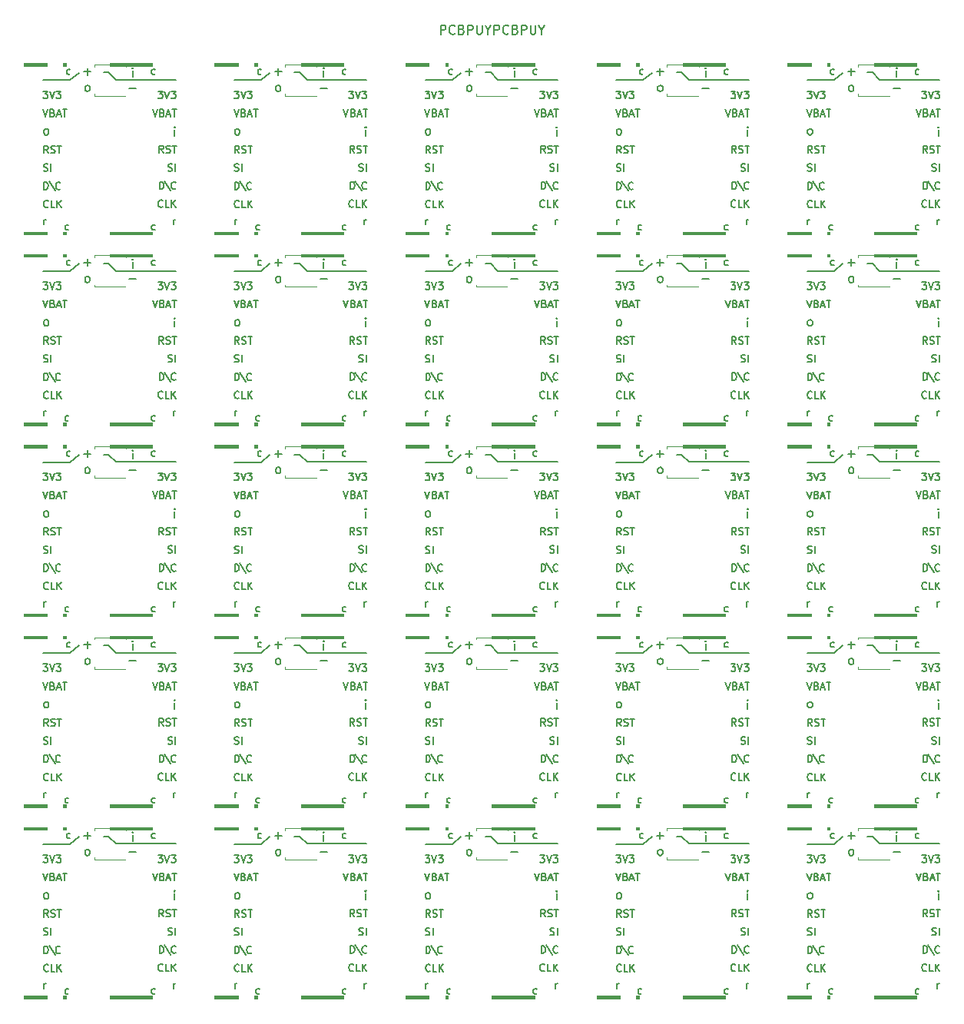
<source format=gto>
%TF.GenerationSoftware,KiCad,Pcbnew,(5.1.9)-1*%
%TF.CreationDate,2021-09-16T12:17:46+02:00*%
%TF.ProjectId,kb_panel,6b625f70-616e-4656-9c2e-6b696361645f,rev?*%
%TF.SameCoordinates,Original*%
%TF.FileFunction,Legend,Top*%
%TF.FilePolarity,Positive*%
%FSLAX46Y46*%
G04 Gerber Fmt 4.6, Leading zero omitted, Abs format (unit mm)*
G04 Created by KiCad (PCBNEW (5.1.9)-1) date 2021-09-16 12:17:46*
%MOMM*%
%LPD*%
G01*
G04 APERTURE LIST*
%ADD10C,0.180000*%
%ADD11C,0.127000*%
%ADD12C,0.153000*%
%ADD13C,0.150000*%
%ADD14C,0.120000*%
%ADD15R,1.500000X1.500000*%
%ADD16R,0.950000X0.800000*%
%ADD17R,2.000000X1.500000*%
%ADD18C,2.200000*%
%ADD19C,4.000000*%
%ADD20C,1.700000*%
%ADD21C,0.500000*%
G04 APERTURE END LIST*
D10*
X138899147Y-125449852D02*
X138340347Y-125449852D01*
X117849147Y-125449852D02*
X117290347Y-125449852D01*
X96799147Y-125449852D02*
X96240347Y-125449852D01*
X75749147Y-125449852D02*
X75190347Y-125449852D01*
X54699147Y-125449852D02*
X54140347Y-125449852D01*
X138899147Y-104399852D02*
X138340347Y-104399852D01*
X117849147Y-104399852D02*
X117290347Y-104399852D01*
X96799147Y-104399852D02*
X96240347Y-104399852D01*
X75749147Y-104399852D02*
X75190347Y-104399852D01*
X54699147Y-104399852D02*
X54140347Y-104399852D01*
X138899147Y-83349852D02*
X138340347Y-83349852D01*
X117849147Y-83349852D02*
X117290347Y-83349852D01*
X96799147Y-83349852D02*
X96240347Y-83349852D01*
X75749147Y-83349852D02*
X75190347Y-83349852D01*
X54699147Y-83349852D02*
X54140347Y-83349852D01*
X138899147Y-62299852D02*
X138340347Y-62299852D01*
X117849147Y-62299852D02*
X117290347Y-62299852D01*
X96799147Y-62299852D02*
X96240347Y-62299852D01*
X75749147Y-62299852D02*
X75190347Y-62299852D01*
X54699147Y-62299852D02*
X54140347Y-62299852D01*
X138899147Y-41249852D02*
X138340347Y-41249852D01*
X117849147Y-41249852D02*
X117290347Y-41249852D01*
X96799147Y-41249852D02*
X96240347Y-41249852D01*
X75749147Y-41249852D02*
X75190347Y-41249852D01*
D11*
G36*
X134289047Y-124791052D02*
G01*
X133908047Y-124791052D01*
X133908047Y-124410052D01*
X134289047Y-124410052D01*
X134289047Y-124791052D01*
G37*
G36*
X113239047Y-124791052D02*
G01*
X112858047Y-124791052D01*
X112858047Y-124410052D01*
X113239047Y-124410052D01*
X113239047Y-124791052D01*
G37*
G36*
X92189047Y-124791052D02*
G01*
X91808047Y-124791052D01*
X91808047Y-124410052D01*
X92189047Y-124410052D01*
X92189047Y-124791052D01*
G37*
G36*
X71139047Y-124791052D02*
G01*
X70758047Y-124791052D01*
X70758047Y-124410052D01*
X71139047Y-124410052D01*
X71139047Y-124791052D01*
G37*
G36*
X50089047Y-124791052D02*
G01*
X49708047Y-124791052D01*
X49708047Y-124410052D01*
X50089047Y-124410052D01*
X50089047Y-124791052D01*
G37*
G36*
X134289047Y-103741052D02*
G01*
X133908047Y-103741052D01*
X133908047Y-103360052D01*
X134289047Y-103360052D01*
X134289047Y-103741052D01*
G37*
G36*
X113239047Y-103741052D02*
G01*
X112858047Y-103741052D01*
X112858047Y-103360052D01*
X113239047Y-103360052D01*
X113239047Y-103741052D01*
G37*
G36*
X92189047Y-103741052D02*
G01*
X91808047Y-103741052D01*
X91808047Y-103360052D01*
X92189047Y-103360052D01*
X92189047Y-103741052D01*
G37*
G36*
X71139047Y-103741052D02*
G01*
X70758047Y-103741052D01*
X70758047Y-103360052D01*
X71139047Y-103360052D01*
X71139047Y-103741052D01*
G37*
G36*
X50089047Y-103741052D02*
G01*
X49708047Y-103741052D01*
X49708047Y-103360052D01*
X50089047Y-103360052D01*
X50089047Y-103741052D01*
G37*
G36*
X134289047Y-82691052D02*
G01*
X133908047Y-82691052D01*
X133908047Y-82310052D01*
X134289047Y-82310052D01*
X134289047Y-82691052D01*
G37*
G36*
X113239047Y-82691052D02*
G01*
X112858047Y-82691052D01*
X112858047Y-82310052D01*
X113239047Y-82310052D01*
X113239047Y-82691052D01*
G37*
G36*
X92189047Y-82691052D02*
G01*
X91808047Y-82691052D01*
X91808047Y-82310052D01*
X92189047Y-82310052D01*
X92189047Y-82691052D01*
G37*
G36*
X71139047Y-82691052D02*
G01*
X70758047Y-82691052D01*
X70758047Y-82310052D01*
X71139047Y-82310052D01*
X71139047Y-82691052D01*
G37*
G36*
X50089047Y-82691052D02*
G01*
X49708047Y-82691052D01*
X49708047Y-82310052D01*
X50089047Y-82310052D01*
X50089047Y-82691052D01*
G37*
G36*
X134289047Y-61641052D02*
G01*
X133908047Y-61641052D01*
X133908047Y-61260052D01*
X134289047Y-61260052D01*
X134289047Y-61641052D01*
G37*
G36*
X113239047Y-61641052D02*
G01*
X112858047Y-61641052D01*
X112858047Y-61260052D01*
X113239047Y-61260052D01*
X113239047Y-61641052D01*
G37*
G36*
X92189047Y-61641052D02*
G01*
X91808047Y-61641052D01*
X91808047Y-61260052D01*
X92189047Y-61260052D01*
X92189047Y-61641052D01*
G37*
G36*
X71139047Y-61641052D02*
G01*
X70758047Y-61641052D01*
X70758047Y-61260052D01*
X71139047Y-61260052D01*
X71139047Y-61641052D01*
G37*
G36*
X50089047Y-61641052D02*
G01*
X49708047Y-61641052D01*
X49708047Y-61260052D01*
X50089047Y-61260052D01*
X50089047Y-61641052D01*
G37*
G36*
X134289047Y-40591052D02*
G01*
X133908047Y-40591052D01*
X133908047Y-40210052D01*
X134289047Y-40210052D01*
X134289047Y-40591052D01*
G37*
G36*
X113239047Y-40591052D02*
G01*
X112858047Y-40591052D01*
X112858047Y-40210052D01*
X113239047Y-40210052D01*
X113239047Y-40591052D01*
G37*
G36*
X92189047Y-40591052D02*
G01*
X91808047Y-40591052D01*
X91808047Y-40210052D01*
X92189047Y-40210052D01*
X92189047Y-40591052D01*
G37*
G36*
X71139047Y-40591052D02*
G01*
X70758047Y-40591052D01*
X70758047Y-40210052D01*
X71139047Y-40210052D01*
X71139047Y-40591052D01*
G37*
D10*
X131710947Y-126288052D02*
X134670047Y-126288052D01*
X110660947Y-126288052D02*
X113620047Y-126288052D01*
X89610947Y-126288052D02*
X92570047Y-126288052D01*
X68560947Y-126288052D02*
X71520047Y-126288052D01*
X47510947Y-126288052D02*
X50470047Y-126288052D01*
X131710947Y-105238052D02*
X134670047Y-105238052D01*
X110660947Y-105238052D02*
X113620047Y-105238052D01*
X89610947Y-105238052D02*
X92570047Y-105238052D01*
X68560947Y-105238052D02*
X71520047Y-105238052D01*
X47510947Y-105238052D02*
X50470047Y-105238052D01*
X131710947Y-84188052D02*
X134670047Y-84188052D01*
X110660947Y-84188052D02*
X113620047Y-84188052D01*
X89610947Y-84188052D02*
X92570047Y-84188052D01*
X68560947Y-84188052D02*
X71520047Y-84188052D01*
X47510947Y-84188052D02*
X50470047Y-84188052D01*
X131710947Y-63138052D02*
X134670047Y-63138052D01*
X110660947Y-63138052D02*
X113620047Y-63138052D01*
X89610947Y-63138052D02*
X92570047Y-63138052D01*
X68560947Y-63138052D02*
X71520047Y-63138052D01*
X47510947Y-63138052D02*
X50470047Y-63138052D01*
X131710947Y-42088052D02*
X134670047Y-42088052D01*
X110660947Y-42088052D02*
X113620047Y-42088052D01*
X89610947Y-42088052D02*
X92570047Y-42088052D01*
X68560947Y-42088052D02*
X71520047Y-42088052D01*
D11*
G36*
X132193547Y-124791052D02*
G01*
X129526547Y-124791052D01*
X129526547Y-124410052D01*
X132193547Y-124410052D01*
X132193547Y-124791052D01*
G37*
G36*
X111143547Y-124791052D02*
G01*
X108476547Y-124791052D01*
X108476547Y-124410052D01*
X111143547Y-124410052D01*
X111143547Y-124791052D01*
G37*
G36*
X90093547Y-124791052D02*
G01*
X87426547Y-124791052D01*
X87426547Y-124410052D01*
X90093547Y-124410052D01*
X90093547Y-124791052D01*
G37*
G36*
X69043547Y-124791052D02*
G01*
X66376547Y-124791052D01*
X66376547Y-124410052D01*
X69043547Y-124410052D01*
X69043547Y-124791052D01*
G37*
G36*
X47993547Y-124791052D02*
G01*
X45326547Y-124791052D01*
X45326547Y-124410052D01*
X47993547Y-124410052D01*
X47993547Y-124791052D01*
G37*
G36*
X132193547Y-103741052D02*
G01*
X129526547Y-103741052D01*
X129526547Y-103360052D01*
X132193547Y-103360052D01*
X132193547Y-103741052D01*
G37*
G36*
X111143547Y-103741052D02*
G01*
X108476547Y-103741052D01*
X108476547Y-103360052D01*
X111143547Y-103360052D01*
X111143547Y-103741052D01*
G37*
G36*
X90093547Y-103741052D02*
G01*
X87426547Y-103741052D01*
X87426547Y-103360052D01*
X90093547Y-103360052D01*
X90093547Y-103741052D01*
G37*
G36*
X69043547Y-103741052D02*
G01*
X66376547Y-103741052D01*
X66376547Y-103360052D01*
X69043547Y-103360052D01*
X69043547Y-103741052D01*
G37*
G36*
X47993547Y-103741052D02*
G01*
X45326547Y-103741052D01*
X45326547Y-103360052D01*
X47993547Y-103360052D01*
X47993547Y-103741052D01*
G37*
G36*
X132193547Y-82691052D02*
G01*
X129526547Y-82691052D01*
X129526547Y-82310052D01*
X132193547Y-82310052D01*
X132193547Y-82691052D01*
G37*
G36*
X111143547Y-82691052D02*
G01*
X108476547Y-82691052D01*
X108476547Y-82310052D01*
X111143547Y-82310052D01*
X111143547Y-82691052D01*
G37*
G36*
X90093547Y-82691052D02*
G01*
X87426547Y-82691052D01*
X87426547Y-82310052D01*
X90093547Y-82310052D01*
X90093547Y-82691052D01*
G37*
G36*
X69043547Y-82691052D02*
G01*
X66376547Y-82691052D01*
X66376547Y-82310052D01*
X69043547Y-82310052D01*
X69043547Y-82691052D01*
G37*
G36*
X47993547Y-82691052D02*
G01*
X45326547Y-82691052D01*
X45326547Y-82310052D01*
X47993547Y-82310052D01*
X47993547Y-82691052D01*
G37*
G36*
X132193547Y-61641052D02*
G01*
X129526547Y-61641052D01*
X129526547Y-61260052D01*
X132193547Y-61260052D01*
X132193547Y-61641052D01*
G37*
G36*
X111143547Y-61641052D02*
G01*
X108476547Y-61641052D01*
X108476547Y-61260052D01*
X111143547Y-61260052D01*
X111143547Y-61641052D01*
G37*
G36*
X90093547Y-61641052D02*
G01*
X87426547Y-61641052D01*
X87426547Y-61260052D01*
X90093547Y-61260052D01*
X90093547Y-61641052D01*
G37*
G36*
X69043547Y-61641052D02*
G01*
X66376547Y-61641052D01*
X66376547Y-61260052D01*
X69043547Y-61260052D01*
X69043547Y-61641052D01*
G37*
G36*
X47993547Y-61641052D02*
G01*
X45326547Y-61641052D01*
X45326547Y-61260052D01*
X47993547Y-61260052D01*
X47993547Y-61641052D01*
G37*
G36*
X132193547Y-40591052D02*
G01*
X129526547Y-40591052D01*
X129526547Y-40210052D01*
X132193547Y-40210052D01*
X132193547Y-40591052D01*
G37*
G36*
X111143547Y-40591052D02*
G01*
X108476547Y-40591052D01*
X108476547Y-40210052D01*
X111143547Y-40210052D01*
X111143547Y-40591052D01*
G37*
G36*
X90093547Y-40591052D02*
G01*
X87426547Y-40591052D01*
X87426547Y-40210052D01*
X90093547Y-40210052D01*
X90093547Y-40591052D01*
G37*
G36*
X69043547Y-40591052D02*
G01*
X66376547Y-40591052D01*
X66376547Y-40210052D01*
X69043547Y-40210052D01*
X69043547Y-40591052D01*
G37*
D10*
X134670047Y-126288052D02*
X135622547Y-125462552D01*
X113620047Y-126288052D02*
X114572547Y-125462552D01*
X92570047Y-126288052D02*
X93522547Y-125462552D01*
X71520047Y-126288052D02*
X72472547Y-125462552D01*
X50470047Y-126288052D02*
X51422547Y-125462552D01*
X134670047Y-105238052D02*
X135622547Y-104412552D01*
X113620047Y-105238052D02*
X114572547Y-104412552D01*
X92570047Y-105238052D02*
X93522547Y-104412552D01*
X71520047Y-105238052D02*
X72472547Y-104412552D01*
X50470047Y-105238052D02*
X51422547Y-104412552D01*
X134670047Y-84188052D02*
X135622547Y-83362552D01*
X113620047Y-84188052D02*
X114572547Y-83362552D01*
X92570047Y-84188052D02*
X93522547Y-83362552D01*
X71520047Y-84188052D02*
X72472547Y-83362552D01*
X50470047Y-84188052D02*
X51422547Y-83362552D01*
X134670047Y-63138052D02*
X135622547Y-62312552D01*
X113620047Y-63138052D02*
X114572547Y-62312552D01*
X92570047Y-63138052D02*
X93522547Y-62312552D01*
X71520047Y-63138052D02*
X72472547Y-62312552D01*
X50470047Y-63138052D02*
X51422547Y-62312552D01*
X134670047Y-42088052D02*
X135622547Y-41262552D01*
X113620047Y-42088052D02*
X114572547Y-41262552D01*
X92570047Y-42088052D02*
X93522547Y-41262552D01*
X71520047Y-42088052D02*
X72472547Y-41262552D01*
D11*
G36*
X132193547Y-143369552D02*
G01*
X129526547Y-143369552D01*
X129526547Y-142988552D01*
X132193547Y-142988552D01*
X132193547Y-143369552D01*
G37*
G36*
X111143547Y-143369552D02*
G01*
X108476547Y-143369552D01*
X108476547Y-142988552D01*
X111143547Y-142988552D01*
X111143547Y-143369552D01*
G37*
G36*
X90093547Y-143369552D02*
G01*
X87426547Y-143369552D01*
X87426547Y-142988552D01*
X90093547Y-142988552D01*
X90093547Y-143369552D01*
G37*
G36*
X69043547Y-143369552D02*
G01*
X66376547Y-143369552D01*
X66376547Y-142988552D01*
X69043547Y-142988552D01*
X69043547Y-143369552D01*
G37*
G36*
X47993547Y-143369552D02*
G01*
X45326547Y-143369552D01*
X45326547Y-142988552D01*
X47993547Y-142988552D01*
X47993547Y-143369552D01*
G37*
G36*
X132193547Y-122319552D02*
G01*
X129526547Y-122319552D01*
X129526547Y-121938552D01*
X132193547Y-121938552D01*
X132193547Y-122319552D01*
G37*
G36*
X111143547Y-122319552D02*
G01*
X108476547Y-122319552D01*
X108476547Y-121938552D01*
X111143547Y-121938552D01*
X111143547Y-122319552D01*
G37*
G36*
X90093547Y-122319552D02*
G01*
X87426547Y-122319552D01*
X87426547Y-121938552D01*
X90093547Y-121938552D01*
X90093547Y-122319552D01*
G37*
G36*
X69043547Y-122319552D02*
G01*
X66376547Y-122319552D01*
X66376547Y-121938552D01*
X69043547Y-121938552D01*
X69043547Y-122319552D01*
G37*
G36*
X47993547Y-122319552D02*
G01*
X45326547Y-122319552D01*
X45326547Y-121938552D01*
X47993547Y-121938552D01*
X47993547Y-122319552D01*
G37*
G36*
X132193547Y-101269552D02*
G01*
X129526547Y-101269552D01*
X129526547Y-100888552D01*
X132193547Y-100888552D01*
X132193547Y-101269552D01*
G37*
G36*
X111143547Y-101269552D02*
G01*
X108476547Y-101269552D01*
X108476547Y-100888552D01*
X111143547Y-100888552D01*
X111143547Y-101269552D01*
G37*
G36*
X90093547Y-101269552D02*
G01*
X87426547Y-101269552D01*
X87426547Y-100888552D01*
X90093547Y-100888552D01*
X90093547Y-101269552D01*
G37*
G36*
X69043547Y-101269552D02*
G01*
X66376547Y-101269552D01*
X66376547Y-100888552D01*
X69043547Y-100888552D01*
X69043547Y-101269552D01*
G37*
G36*
X47993547Y-101269552D02*
G01*
X45326547Y-101269552D01*
X45326547Y-100888552D01*
X47993547Y-100888552D01*
X47993547Y-101269552D01*
G37*
G36*
X132193547Y-80219552D02*
G01*
X129526547Y-80219552D01*
X129526547Y-79838552D01*
X132193547Y-79838552D01*
X132193547Y-80219552D01*
G37*
G36*
X111143547Y-80219552D02*
G01*
X108476547Y-80219552D01*
X108476547Y-79838552D01*
X111143547Y-79838552D01*
X111143547Y-80219552D01*
G37*
G36*
X90093547Y-80219552D02*
G01*
X87426547Y-80219552D01*
X87426547Y-79838552D01*
X90093547Y-79838552D01*
X90093547Y-80219552D01*
G37*
G36*
X69043547Y-80219552D02*
G01*
X66376547Y-80219552D01*
X66376547Y-79838552D01*
X69043547Y-79838552D01*
X69043547Y-80219552D01*
G37*
G36*
X47993547Y-80219552D02*
G01*
X45326547Y-80219552D01*
X45326547Y-79838552D01*
X47993547Y-79838552D01*
X47993547Y-80219552D01*
G37*
G36*
X132193547Y-59169552D02*
G01*
X129526547Y-59169552D01*
X129526547Y-58788552D01*
X132193547Y-58788552D01*
X132193547Y-59169552D01*
G37*
G36*
X111143547Y-59169552D02*
G01*
X108476547Y-59169552D01*
X108476547Y-58788552D01*
X111143547Y-58788552D01*
X111143547Y-59169552D01*
G37*
G36*
X90093547Y-59169552D02*
G01*
X87426547Y-59169552D01*
X87426547Y-58788552D01*
X90093547Y-58788552D01*
X90093547Y-59169552D01*
G37*
G36*
X69043547Y-59169552D02*
G01*
X66376547Y-59169552D01*
X66376547Y-58788552D01*
X69043547Y-58788552D01*
X69043547Y-59169552D01*
G37*
G36*
X134289047Y-143369552D02*
G01*
X133908047Y-143369552D01*
X133908047Y-142988552D01*
X134289047Y-142988552D01*
X134289047Y-143369552D01*
G37*
G36*
X113239047Y-143369552D02*
G01*
X112858047Y-143369552D01*
X112858047Y-142988552D01*
X113239047Y-142988552D01*
X113239047Y-143369552D01*
G37*
G36*
X92189047Y-143369552D02*
G01*
X91808047Y-143369552D01*
X91808047Y-142988552D01*
X92189047Y-142988552D01*
X92189047Y-143369552D01*
G37*
G36*
X71139047Y-143369552D02*
G01*
X70758047Y-143369552D01*
X70758047Y-142988552D01*
X71139047Y-142988552D01*
X71139047Y-143369552D01*
G37*
G36*
X50089047Y-143369552D02*
G01*
X49708047Y-143369552D01*
X49708047Y-142988552D01*
X50089047Y-142988552D01*
X50089047Y-143369552D01*
G37*
G36*
X134289047Y-122319552D02*
G01*
X133908047Y-122319552D01*
X133908047Y-121938552D01*
X134289047Y-121938552D01*
X134289047Y-122319552D01*
G37*
G36*
X113239047Y-122319552D02*
G01*
X112858047Y-122319552D01*
X112858047Y-121938552D01*
X113239047Y-121938552D01*
X113239047Y-122319552D01*
G37*
G36*
X92189047Y-122319552D02*
G01*
X91808047Y-122319552D01*
X91808047Y-121938552D01*
X92189047Y-121938552D01*
X92189047Y-122319552D01*
G37*
G36*
X71139047Y-122319552D02*
G01*
X70758047Y-122319552D01*
X70758047Y-121938552D01*
X71139047Y-121938552D01*
X71139047Y-122319552D01*
G37*
G36*
X50089047Y-122319552D02*
G01*
X49708047Y-122319552D01*
X49708047Y-121938552D01*
X50089047Y-121938552D01*
X50089047Y-122319552D01*
G37*
G36*
X134289047Y-101269552D02*
G01*
X133908047Y-101269552D01*
X133908047Y-100888552D01*
X134289047Y-100888552D01*
X134289047Y-101269552D01*
G37*
G36*
X113239047Y-101269552D02*
G01*
X112858047Y-101269552D01*
X112858047Y-100888552D01*
X113239047Y-100888552D01*
X113239047Y-101269552D01*
G37*
G36*
X92189047Y-101269552D02*
G01*
X91808047Y-101269552D01*
X91808047Y-100888552D01*
X92189047Y-100888552D01*
X92189047Y-101269552D01*
G37*
G36*
X71139047Y-101269552D02*
G01*
X70758047Y-101269552D01*
X70758047Y-100888552D01*
X71139047Y-100888552D01*
X71139047Y-101269552D01*
G37*
G36*
X50089047Y-101269552D02*
G01*
X49708047Y-101269552D01*
X49708047Y-100888552D01*
X50089047Y-100888552D01*
X50089047Y-101269552D01*
G37*
G36*
X134289047Y-80219552D02*
G01*
X133908047Y-80219552D01*
X133908047Y-79838552D01*
X134289047Y-79838552D01*
X134289047Y-80219552D01*
G37*
G36*
X113239047Y-80219552D02*
G01*
X112858047Y-80219552D01*
X112858047Y-79838552D01*
X113239047Y-79838552D01*
X113239047Y-80219552D01*
G37*
G36*
X92189047Y-80219552D02*
G01*
X91808047Y-80219552D01*
X91808047Y-79838552D01*
X92189047Y-79838552D01*
X92189047Y-80219552D01*
G37*
G36*
X71139047Y-80219552D02*
G01*
X70758047Y-80219552D01*
X70758047Y-79838552D01*
X71139047Y-79838552D01*
X71139047Y-80219552D01*
G37*
G36*
X50089047Y-80219552D02*
G01*
X49708047Y-80219552D01*
X49708047Y-79838552D01*
X50089047Y-79838552D01*
X50089047Y-80219552D01*
G37*
G36*
X134289047Y-59169552D02*
G01*
X133908047Y-59169552D01*
X133908047Y-58788552D01*
X134289047Y-58788552D01*
X134289047Y-59169552D01*
G37*
G36*
X113239047Y-59169552D02*
G01*
X112858047Y-59169552D01*
X112858047Y-58788552D01*
X113239047Y-58788552D01*
X113239047Y-59169552D01*
G37*
G36*
X92189047Y-59169552D02*
G01*
X91808047Y-59169552D01*
X91808047Y-58788552D01*
X92189047Y-58788552D01*
X92189047Y-59169552D01*
G37*
G36*
X71139047Y-59169552D02*
G01*
X70758047Y-59169552D01*
X70758047Y-58788552D01*
X71139047Y-58788552D01*
X71139047Y-59169552D01*
G37*
G36*
X143814047Y-143369552D02*
G01*
X139051547Y-143369552D01*
X139051547Y-142988552D01*
X143814047Y-142988552D01*
X143814047Y-143369552D01*
G37*
G36*
X122764047Y-143369552D02*
G01*
X118001547Y-143369552D01*
X118001547Y-142988552D01*
X122764047Y-142988552D01*
X122764047Y-143369552D01*
G37*
G36*
X101714047Y-143369552D02*
G01*
X96951547Y-143369552D01*
X96951547Y-142988552D01*
X101714047Y-142988552D01*
X101714047Y-143369552D01*
G37*
G36*
X80664047Y-143369552D02*
G01*
X75901547Y-143369552D01*
X75901547Y-142988552D01*
X80664047Y-142988552D01*
X80664047Y-143369552D01*
G37*
G36*
X59614047Y-143369552D02*
G01*
X54851547Y-143369552D01*
X54851547Y-142988552D01*
X59614047Y-142988552D01*
X59614047Y-143369552D01*
G37*
G36*
X143814047Y-122319552D02*
G01*
X139051547Y-122319552D01*
X139051547Y-121938552D01*
X143814047Y-121938552D01*
X143814047Y-122319552D01*
G37*
G36*
X122764047Y-122319552D02*
G01*
X118001547Y-122319552D01*
X118001547Y-121938552D01*
X122764047Y-121938552D01*
X122764047Y-122319552D01*
G37*
G36*
X101714047Y-122319552D02*
G01*
X96951547Y-122319552D01*
X96951547Y-121938552D01*
X101714047Y-121938552D01*
X101714047Y-122319552D01*
G37*
G36*
X80664047Y-122319552D02*
G01*
X75901547Y-122319552D01*
X75901547Y-121938552D01*
X80664047Y-121938552D01*
X80664047Y-122319552D01*
G37*
G36*
X59614047Y-122319552D02*
G01*
X54851547Y-122319552D01*
X54851547Y-121938552D01*
X59614047Y-121938552D01*
X59614047Y-122319552D01*
G37*
G36*
X143814047Y-101269552D02*
G01*
X139051547Y-101269552D01*
X139051547Y-100888552D01*
X143814047Y-100888552D01*
X143814047Y-101269552D01*
G37*
G36*
X122764047Y-101269552D02*
G01*
X118001547Y-101269552D01*
X118001547Y-100888552D01*
X122764047Y-100888552D01*
X122764047Y-101269552D01*
G37*
G36*
X101714047Y-101269552D02*
G01*
X96951547Y-101269552D01*
X96951547Y-100888552D01*
X101714047Y-100888552D01*
X101714047Y-101269552D01*
G37*
G36*
X80664047Y-101269552D02*
G01*
X75901547Y-101269552D01*
X75901547Y-100888552D01*
X80664047Y-100888552D01*
X80664047Y-101269552D01*
G37*
G36*
X59614047Y-101269552D02*
G01*
X54851547Y-101269552D01*
X54851547Y-100888552D01*
X59614047Y-100888552D01*
X59614047Y-101269552D01*
G37*
G36*
X143814047Y-80219552D02*
G01*
X139051547Y-80219552D01*
X139051547Y-79838552D01*
X143814047Y-79838552D01*
X143814047Y-80219552D01*
G37*
G36*
X122764047Y-80219552D02*
G01*
X118001547Y-80219552D01*
X118001547Y-79838552D01*
X122764047Y-79838552D01*
X122764047Y-80219552D01*
G37*
G36*
X101714047Y-80219552D02*
G01*
X96951547Y-80219552D01*
X96951547Y-79838552D01*
X101714047Y-79838552D01*
X101714047Y-80219552D01*
G37*
G36*
X80664047Y-80219552D02*
G01*
X75901547Y-80219552D01*
X75901547Y-79838552D01*
X80664047Y-79838552D01*
X80664047Y-80219552D01*
G37*
G36*
X59614047Y-80219552D02*
G01*
X54851547Y-80219552D01*
X54851547Y-79838552D01*
X59614047Y-79838552D01*
X59614047Y-80219552D01*
G37*
G36*
X143814047Y-59169552D02*
G01*
X139051547Y-59169552D01*
X139051547Y-58788552D01*
X143814047Y-58788552D01*
X143814047Y-59169552D01*
G37*
G36*
X122764047Y-59169552D02*
G01*
X118001547Y-59169552D01*
X118001547Y-58788552D01*
X122764047Y-58788552D01*
X122764047Y-59169552D01*
G37*
G36*
X101714047Y-59169552D02*
G01*
X96951547Y-59169552D01*
X96951547Y-58788552D01*
X101714047Y-58788552D01*
X101714047Y-59169552D01*
G37*
G36*
X80664047Y-59169552D02*
G01*
X75901547Y-59169552D01*
X75901547Y-58788552D01*
X80664047Y-58788552D01*
X80664047Y-59169552D01*
G37*
D10*
X146290547Y-126262652D02*
X139711947Y-126262652D01*
X125240547Y-126262652D02*
X118661947Y-126262652D01*
X104190547Y-126262652D02*
X97611947Y-126262652D01*
X83140547Y-126262652D02*
X76561947Y-126262652D01*
X62090547Y-126262652D02*
X55511947Y-126262652D01*
X146290547Y-105212652D02*
X139711947Y-105212652D01*
X125240547Y-105212652D02*
X118661947Y-105212652D01*
X104190547Y-105212652D02*
X97611947Y-105212652D01*
X83140547Y-105212652D02*
X76561947Y-105212652D01*
X62090547Y-105212652D02*
X55511947Y-105212652D01*
X146290547Y-84162652D02*
X139711947Y-84162652D01*
X125240547Y-84162652D02*
X118661947Y-84162652D01*
X104190547Y-84162652D02*
X97611947Y-84162652D01*
X83140547Y-84162652D02*
X76561947Y-84162652D01*
X62090547Y-84162652D02*
X55511947Y-84162652D01*
X146290547Y-63112652D02*
X139711947Y-63112652D01*
X125240547Y-63112652D02*
X118661947Y-63112652D01*
X104190547Y-63112652D02*
X97611947Y-63112652D01*
X83140547Y-63112652D02*
X76561947Y-63112652D01*
X62090547Y-63112652D02*
X55511947Y-63112652D01*
X146290547Y-42062652D02*
X139711947Y-42062652D01*
X125240547Y-42062652D02*
X118661947Y-42062652D01*
X104190547Y-42062652D02*
X97611947Y-42062652D01*
X83140547Y-42062652D02*
X76561947Y-42062652D01*
D11*
G36*
X143814047Y-124791052D02*
G01*
X139051547Y-124791052D01*
X139051547Y-124410052D01*
X143814047Y-124410052D01*
X143814047Y-124791052D01*
G37*
G36*
X122764047Y-124791052D02*
G01*
X118001547Y-124791052D01*
X118001547Y-124410052D01*
X122764047Y-124410052D01*
X122764047Y-124791052D01*
G37*
G36*
X101714047Y-124791052D02*
G01*
X96951547Y-124791052D01*
X96951547Y-124410052D01*
X101714047Y-124410052D01*
X101714047Y-124791052D01*
G37*
G36*
X80664047Y-124791052D02*
G01*
X75901547Y-124791052D01*
X75901547Y-124410052D01*
X80664047Y-124410052D01*
X80664047Y-124791052D01*
G37*
G36*
X59614047Y-124791052D02*
G01*
X54851547Y-124791052D01*
X54851547Y-124410052D01*
X59614047Y-124410052D01*
X59614047Y-124791052D01*
G37*
G36*
X143814047Y-103741052D02*
G01*
X139051547Y-103741052D01*
X139051547Y-103360052D01*
X143814047Y-103360052D01*
X143814047Y-103741052D01*
G37*
G36*
X122764047Y-103741052D02*
G01*
X118001547Y-103741052D01*
X118001547Y-103360052D01*
X122764047Y-103360052D01*
X122764047Y-103741052D01*
G37*
G36*
X101714047Y-103741052D02*
G01*
X96951547Y-103741052D01*
X96951547Y-103360052D01*
X101714047Y-103360052D01*
X101714047Y-103741052D01*
G37*
G36*
X80664047Y-103741052D02*
G01*
X75901547Y-103741052D01*
X75901547Y-103360052D01*
X80664047Y-103360052D01*
X80664047Y-103741052D01*
G37*
G36*
X59614047Y-103741052D02*
G01*
X54851547Y-103741052D01*
X54851547Y-103360052D01*
X59614047Y-103360052D01*
X59614047Y-103741052D01*
G37*
G36*
X143814047Y-82691052D02*
G01*
X139051547Y-82691052D01*
X139051547Y-82310052D01*
X143814047Y-82310052D01*
X143814047Y-82691052D01*
G37*
G36*
X122764047Y-82691052D02*
G01*
X118001547Y-82691052D01*
X118001547Y-82310052D01*
X122764047Y-82310052D01*
X122764047Y-82691052D01*
G37*
G36*
X101714047Y-82691052D02*
G01*
X96951547Y-82691052D01*
X96951547Y-82310052D01*
X101714047Y-82310052D01*
X101714047Y-82691052D01*
G37*
G36*
X80664047Y-82691052D02*
G01*
X75901547Y-82691052D01*
X75901547Y-82310052D01*
X80664047Y-82310052D01*
X80664047Y-82691052D01*
G37*
G36*
X59614047Y-82691052D02*
G01*
X54851547Y-82691052D01*
X54851547Y-82310052D01*
X59614047Y-82310052D01*
X59614047Y-82691052D01*
G37*
G36*
X143814047Y-61641052D02*
G01*
X139051547Y-61641052D01*
X139051547Y-61260052D01*
X143814047Y-61260052D01*
X143814047Y-61641052D01*
G37*
G36*
X122764047Y-61641052D02*
G01*
X118001547Y-61641052D01*
X118001547Y-61260052D01*
X122764047Y-61260052D01*
X122764047Y-61641052D01*
G37*
G36*
X101714047Y-61641052D02*
G01*
X96951547Y-61641052D01*
X96951547Y-61260052D01*
X101714047Y-61260052D01*
X101714047Y-61641052D01*
G37*
G36*
X80664047Y-61641052D02*
G01*
X75901547Y-61641052D01*
X75901547Y-61260052D01*
X80664047Y-61260052D01*
X80664047Y-61641052D01*
G37*
G36*
X59614047Y-61641052D02*
G01*
X54851547Y-61641052D01*
X54851547Y-61260052D01*
X59614047Y-61260052D01*
X59614047Y-61641052D01*
G37*
G36*
X143814047Y-40591052D02*
G01*
X139051547Y-40591052D01*
X139051547Y-40210052D01*
X143814047Y-40210052D01*
X143814047Y-40591052D01*
G37*
G36*
X122764047Y-40591052D02*
G01*
X118001547Y-40591052D01*
X118001547Y-40210052D01*
X122764047Y-40210052D01*
X122764047Y-40591052D01*
G37*
G36*
X101714047Y-40591052D02*
G01*
X96951547Y-40591052D01*
X96951547Y-40210052D01*
X101714047Y-40210052D01*
X101714047Y-40591052D01*
G37*
G36*
X80664047Y-40591052D02*
G01*
X75901547Y-40591052D01*
X75901547Y-40210052D01*
X80664047Y-40210052D01*
X80664047Y-40591052D01*
G37*
D10*
X139711947Y-126262652D02*
X138899147Y-125449852D01*
X118661947Y-126262652D02*
X117849147Y-125449852D01*
X97611947Y-126262652D02*
X96799147Y-125449852D01*
X76561947Y-126262652D02*
X75749147Y-125449852D01*
X55511947Y-126262652D02*
X54699147Y-125449852D01*
X139711947Y-105212652D02*
X138899147Y-104399852D01*
X118661947Y-105212652D02*
X117849147Y-104399852D01*
X97611947Y-105212652D02*
X96799147Y-104399852D01*
X76561947Y-105212652D02*
X75749147Y-104399852D01*
X55511947Y-105212652D02*
X54699147Y-104399852D01*
X139711947Y-84162652D02*
X138899147Y-83349852D01*
X118661947Y-84162652D02*
X117849147Y-83349852D01*
X97611947Y-84162652D02*
X96799147Y-83349852D01*
X76561947Y-84162652D02*
X75749147Y-83349852D01*
X55511947Y-84162652D02*
X54699147Y-83349852D01*
X139711947Y-63112652D02*
X138899147Y-62299852D01*
X118661947Y-63112652D02*
X117849147Y-62299852D01*
X97611947Y-63112652D02*
X96799147Y-62299852D01*
X76561947Y-63112652D02*
X75749147Y-62299852D01*
X55511947Y-63112652D02*
X54699147Y-62299852D01*
X139711947Y-42062652D02*
X138899147Y-41249852D01*
X118661947Y-42062652D02*
X117849147Y-41249852D01*
X97611947Y-42062652D02*
X96799147Y-41249852D01*
X76561947Y-42062652D02*
X75749147Y-41249852D01*
D12*
X131944318Y-132328432D02*
X131849080Y-132280813D01*
X131801461Y-132233194D01*
X131753842Y-132137956D01*
X131753842Y-131852242D01*
X131801461Y-131757004D01*
X131849080Y-131709385D01*
X131944318Y-131661766D01*
X132087175Y-131661766D01*
X132182413Y-131709385D01*
X132230032Y-131757004D01*
X132277651Y-131852242D01*
X132277651Y-132137956D01*
X132230032Y-132233194D01*
X132182413Y-132280813D01*
X132087175Y-132328432D01*
X131944318Y-132328432D01*
X110894318Y-132328432D02*
X110799080Y-132280813D01*
X110751461Y-132233194D01*
X110703842Y-132137956D01*
X110703842Y-131852242D01*
X110751461Y-131757004D01*
X110799080Y-131709385D01*
X110894318Y-131661766D01*
X111037175Y-131661766D01*
X111132413Y-131709385D01*
X111180032Y-131757004D01*
X111227651Y-131852242D01*
X111227651Y-132137956D01*
X111180032Y-132233194D01*
X111132413Y-132280813D01*
X111037175Y-132328432D01*
X110894318Y-132328432D01*
X89844318Y-132328432D02*
X89749080Y-132280813D01*
X89701461Y-132233194D01*
X89653842Y-132137956D01*
X89653842Y-131852242D01*
X89701461Y-131757004D01*
X89749080Y-131709385D01*
X89844318Y-131661766D01*
X89987175Y-131661766D01*
X90082413Y-131709385D01*
X90130032Y-131757004D01*
X90177651Y-131852242D01*
X90177651Y-132137956D01*
X90130032Y-132233194D01*
X90082413Y-132280813D01*
X89987175Y-132328432D01*
X89844318Y-132328432D01*
X68794318Y-132328432D02*
X68699080Y-132280813D01*
X68651461Y-132233194D01*
X68603842Y-132137956D01*
X68603842Y-131852242D01*
X68651461Y-131757004D01*
X68699080Y-131709385D01*
X68794318Y-131661766D01*
X68937175Y-131661766D01*
X69032413Y-131709385D01*
X69080032Y-131757004D01*
X69127651Y-131852242D01*
X69127651Y-132137956D01*
X69080032Y-132233194D01*
X69032413Y-132280813D01*
X68937175Y-132328432D01*
X68794318Y-132328432D01*
X47744318Y-132328432D02*
X47649080Y-132280813D01*
X47601461Y-132233194D01*
X47553842Y-132137956D01*
X47553842Y-131852242D01*
X47601461Y-131757004D01*
X47649080Y-131709385D01*
X47744318Y-131661766D01*
X47887175Y-131661766D01*
X47982413Y-131709385D01*
X48030032Y-131757004D01*
X48077651Y-131852242D01*
X48077651Y-132137956D01*
X48030032Y-132233194D01*
X47982413Y-132280813D01*
X47887175Y-132328432D01*
X47744318Y-132328432D01*
X131944318Y-111278432D02*
X131849080Y-111230813D01*
X131801461Y-111183194D01*
X131753842Y-111087956D01*
X131753842Y-110802242D01*
X131801461Y-110707004D01*
X131849080Y-110659385D01*
X131944318Y-110611766D01*
X132087175Y-110611766D01*
X132182413Y-110659385D01*
X132230032Y-110707004D01*
X132277651Y-110802242D01*
X132277651Y-111087956D01*
X132230032Y-111183194D01*
X132182413Y-111230813D01*
X132087175Y-111278432D01*
X131944318Y-111278432D01*
X110894318Y-111278432D02*
X110799080Y-111230813D01*
X110751461Y-111183194D01*
X110703842Y-111087956D01*
X110703842Y-110802242D01*
X110751461Y-110707004D01*
X110799080Y-110659385D01*
X110894318Y-110611766D01*
X111037175Y-110611766D01*
X111132413Y-110659385D01*
X111180032Y-110707004D01*
X111227651Y-110802242D01*
X111227651Y-111087956D01*
X111180032Y-111183194D01*
X111132413Y-111230813D01*
X111037175Y-111278432D01*
X110894318Y-111278432D01*
X89844318Y-111278432D02*
X89749080Y-111230813D01*
X89701461Y-111183194D01*
X89653842Y-111087956D01*
X89653842Y-110802242D01*
X89701461Y-110707004D01*
X89749080Y-110659385D01*
X89844318Y-110611766D01*
X89987175Y-110611766D01*
X90082413Y-110659385D01*
X90130032Y-110707004D01*
X90177651Y-110802242D01*
X90177651Y-111087956D01*
X90130032Y-111183194D01*
X90082413Y-111230813D01*
X89987175Y-111278432D01*
X89844318Y-111278432D01*
X68794318Y-111278432D02*
X68699080Y-111230813D01*
X68651461Y-111183194D01*
X68603842Y-111087956D01*
X68603842Y-110802242D01*
X68651461Y-110707004D01*
X68699080Y-110659385D01*
X68794318Y-110611766D01*
X68937175Y-110611766D01*
X69032413Y-110659385D01*
X69080032Y-110707004D01*
X69127651Y-110802242D01*
X69127651Y-111087956D01*
X69080032Y-111183194D01*
X69032413Y-111230813D01*
X68937175Y-111278432D01*
X68794318Y-111278432D01*
X47744318Y-111278432D02*
X47649080Y-111230813D01*
X47601461Y-111183194D01*
X47553842Y-111087956D01*
X47553842Y-110802242D01*
X47601461Y-110707004D01*
X47649080Y-110659385D01*
X47744318Y-110611766D01*
X47887175Y-110611766D01*
X47982413Y-110659385D01*
X48030032Y-110707004D01*
X48077651Y-110802242D01*
X48077651Y-111087956D01*
X48030032Y-111183194D01*
X47982413Y-111230813D01*
X47887175Y-111278432D01*
X47744318Y-111278432D01*
X131944318Y-90228432D02*
X131849080Y-90180813D01*
X131801461Y-90133194D01*
X131753842Y-90037956D01*
X131753842Y-89752242D01*
X131801461Y-89657004D01*
X131849080Y-89609385D01*
X131944318Y-89561766D01*
X132087175Y-89561766D01*
X132182413Y-89609385D01*
X132230032Y-89657004D01*
X132277651Y-89752242D01*
X132277651Y-90037956D01*
X132230032Y-90133194D01*
X132182413Y-90180813D01*
X132087175Y-90228432D01*
X131944318Y-90228432D01*
X110894318Y-90228432D02*
X110799080Y-90180813D01*
X110751461Y-90133194D01*
X110703842Y-90037956D01*
X110703842Y-89752242D01*
X110751461Y-89657004D01*
X110799080Y-89609385D01*
X110894318Y-89561766D01*
X111037175Y-89561766D01*
X111132413Y-89609385D01*
X111180032Y-89657004D01*
X111227651Y-89752242D01*
X111227651Y-90037956D01*
X111180032Y-90133194D01*
X111132413Y-90180813D01*
X111037175Y-90228432D01*
X110894318Y-90228432D01*
X89844318Y-90228432D02*
X89749080Y-90180813D01*
X89701461Y-90133194D01*
X89653842Y-90037956D01*
X89653842Y-89752242D01*
X89701461Y-89657004D01*
X89749080Y-89609385D01*
X89844318Y-89561766D01*
X89987175Y-89561766D01*
X90082413Y-89609385D01*
X90130032Y-89657004D01*
X90177651Y-89752242D01*
X90177651Y-90037956D01*
X90130032Y-90133194D01*
X90082413Y-90180813D01*
X89987175Y-90228432D01*
X89844318Y-90228432D01*
X68794318Y-90228432D02*
X68699080Y-90180813D01*
X68651461Y-90133194D01*
X68603842Y-90037956D01*
X68603842Y-89752242D01*
X68651461Y-89657004D01*
X68699080Y-89609385D01*
X68794318Y-89561766D01*
X68937175Y-89561766D01*
X69032413Y-89609385D01*
X69080032Y-89657004D01*
X69127651Y-89752242D01*
X69127651Y-90037956D01*
X69080032Y-90133194D01*
X69032413Y-90180813D01*
X68937175Y-90228432D01*
X68794318Y-90228432D01*
X47744318Y-90228432D02*
X47649080Y-90180813D01*
X47601461Y-90133194D01*
X47553842Y-90037956D01*
X47553842Y-89752242D01*
X47601461Y-89657004D01*
X47649080Y-89609385D01*
X47744318Y-89561766D01*
X47887175Y-89561766D01*
X47982413Y-89609385D01*
X48030032Y-89657004D01*
X48077651Y-89752242D01*
X48077651Y-90037956D01*
X48030032Y-90133194D01*
X47982413Y-90180813D01*
X47887175Y-90228432D01*
X47744318Y-90228432D01*
X131944318Y-69178432D02*
X131849080Y-69130813D01*
X131801461Y-69083194D01*
X131753842Y-68987956D01*
X131753842Y-68702242D01*
X131801461Y-68607004D01*
X131849080Y-68559385D01*
X131944318Y-68511766D01*
X132087175Y-68511766D01*
X132182413Y-68559385D01*
X132230032Y-68607004D01*
X132277651Y-68702242D01*
X132277651Y-68987956D01*
X132230032Y-69083194D01*
X132182413Y-69130813D01*
X132087175Y-69178432D01*
X131944318Y-69178432D01*
X110894318Y-69178432D02*
X110799080Y-69130813D01*
X110751461Y-69083194D01*
X110703842Y-68987956D01*
X110703842Y-68702242D01*
X110751461Y-68607004D01*
X110799080Y-68559385D01*
X110894318Y-68511766D01*
X111037175Y-68511766D01*
X111132413Y-68559385D01*
X111180032Y-68607004D01*
X111227651Y-68702242D01*
X111227651Y-68987956D01*
X111180032Y-69083194D01*
X111132413Y-69130813D01*
X111037175Y-69178432D01*
X110894318Y-69178432D01*
X89844318Y-69178432D02*
X89749080Y-69130813D01*
X89701461Y-69083194D01*
X89653842Y-68987956D01*
X89653842Y-68702242D01*
X89701461Y-68607004D01*
X89749080Y-68559385D01*
X89844318Y-68511766D01*
X89987175Y-68511766D01*
X90082413Y-68559385D01*
X90130032Y-68607004D01*
X90177651Y-68702242D01*
X90177651Y-68987956D01*
X90130032Y-69083194D01*
X90082413Y-69130813D01*
X89987175Y-69178432D01*
X89844318Y-69178432D01*
X68794318Y-69178432D02*
X68699080Y-69130813D01*
X68651461Y-69083194D01*
X68603842Y-68987956D01*
X68603842Y-68702242D01*
X68651461Y-68607004D01*
X68699080Y-68559385D01*
X68794318Y-68511766D01*
X68937175Y-68511766D01*
X69032413Y-68559385D01*
X69080032Y-68607004D01*
X69127651Y-68702242D01*
X69127651Y-68987956D01*
X69080032Y-69083194D01*
X69032413Y-69130813D01*
X68937175Y-69178432D01*
X68794318Y-69178432D01*
X47744318Y-69178432D02*
X47649080Y-69130813D01*
X47601461Y-69083194D01*
X47553842Y-68987956D01*
X47553842Y-68702242D01*
X47601461Y-68607004D01*
X47649080Y-68559385D01*
X47744318Y-68511766D01*
X47887175Y-68511766D01*
X47982413Y-68559385D01*
X48030032Y-68607004D01*
X48077651Y-68702242D01*
X48077651Y-68987956D01*
X48030032Y-69083194D01*
X47982413Y-69130813D01*
X47887175Y-69178432D01*
X47744318Y-69178432D01*
X131944318Y-48128432D02*
X131849080Y-48080813D01*
X131801461Y-48033194D01*
X131753842Y-47937956D01*
X131753842Y-47652242D01*
X131801461Y-47557004D01*
X131849080Y-47509385D01*
X131944318Y-47461766D01*
X132087175Y-47461766D01*
X132182413Y-47509385D01*
X132230032Y-47557004D01*
X132277651Y-47652242D01*
X132277651Y-47937956D01*
X132230032Y-48033194D01*
X132182413Y-48080813D01*
X132087175Y-48128432D01*
X131944318Y-48128432D01*
X110894318Y-48128432D02*
X110799080Y-48080813D01*
X110751461Y-48033194D01*
X110703842Y-47937956D01*
X110703842Y-47652242D01*
X110751461Y-47557004D01*
X110799080Y-47509385D01*
X110894318Y-47461766D01*
X111037175Y-47461766D01*
X111132413Y-47509385D01*
X111180032Y-47557004D01*
X111227651Y-47652242D01*
X111227651Y-47937956D01*
X111180032Y-48033194D01*
X111132413Y-48080813D01*
X111037175Y-48128432D01*
X110894318Y-48128432D01*
X89844318Y-48128432D02*
X89749080Y-48080813D01*
X89701461Y-48033194D01*
X89653842Y-47937956D01*
X89653842Y-47652242D01*
X89701461Y-47557004D01*
X89749080Y-47509385D01*
X89844318Y-47461766D01*
X89987175Y-47461766D01*
X90082413Y-47509385D01*
X90130032Y-47557004D01*
X90177651Y-47652242D01*
X90177651Y-47937956D01*
X90130032Y-48033194D01*
X90082413Y-48080813D01*
X89987175Y-48128432D01*
X89844318Y-48128432D01*
X68794318Y-48128432D02*
X68699080Y-48080813D01*
X68651461Y-48033194D01*
X68603842Y-47937956D01*
X68603842Y-47652242D01*
X68651461Y-47557004D01*
X68699080Y-47509385D01*
X68794318Y-47461766D01*
X68937175Y-47461766D01*
X69032413Y-47509385D01*
X69080032Y-47557004D01*
X69127651Y-47652242D01*
X69127651Y-47937956D01*
X69080032Y-48033194D01*
X69032413Y-48080813D01*
X68937175Y-48128432D01*
X68794318Y-48128432D01*
X131742851Y-136289261D02*
X131857137Y-136327356D01*
X132047613Y-136327356D01*
X132123803Y-136289261D01*
X132161899Y-136251166D01*
X132199994Y-136174975D01*
X132199994Y-136098785D01*
X132161899Y-136022594D01*
X132123803Y-135984499D01*
X132047613Y-135946404D01*
X131895232Y-135908309D01*
X131819041Y-135870213D01*
X131780946Y-135832118D01*
X131742851Y-135755928D01*
X131742851Y-135679737D01*
X131780946Y-135603547D01*
X131819041Y-135565452D01*
X131895232Y-135527356D01*
X132085708Y-135527356D01*
X132199994Y-135565452D01*
X132542851Y-136327356D02*
X132542851Y-135527356D01*
X110692851Y-136289261D02*
X110807137Y-136327356D01*
X110997613Y-136327356D01*
X111073803Y-136289261D01*
X111111899Y-136251166D01*
X111149994Y-136174975D01*
X111149994Y-136098785D01*
X111111899Y-136022594D01*
X111073803Y-135984499D01*
X110997613Y-135946404D01*
X110845232Y-135908309D01*
X110769041Y-135870213D01*
X110730946Y-135832118D01*
X110692851Y-135755928D01*
X110692851Y-135679737D01*
X110730946Y-135603547D01*
X110769041Y-135565452D01*
X110845232Y-135527356D01*
X111035708Y-135527356D01*
X111149994Y-135565452D01*
X111492851Y-136327356D02*
X111492851Y-135527356D01*
X89642851Y-136289261D02*
X89757137Y-136327356D01*
X89947613Y-136327356D01*
X90023803Y-136289261D01*
X90061899Y-136251166D01*
X90099994Y-136174975D01*
X90099994Y-136098785D01*
X90061899Y-136022594D01*
X90023803Y-135984499D01*
X89947613Y-135946404D01*
X89795232Y-135908309D01*
X89719041Y-135870213D01*
X89680946Y-135832118D01*
X89642851Y-135755928D01*
X89642851Y-135679737D01*
X89680946Y-135603547D01*
X89719041Y-135565452D01*
X89795232Y-135527356D01*
X89985708Y-135527356D01*
X90099994Y-135565452D01*
X90442851Y-136327356D02*
X90442851Y-135527356D01*
X68592851Y-136289261D02*
X68707137Y-136327356D01*
X68897613Y-136327356D01*
X68973803Y-136289261D01*
X69011899Y-136251166D01*
X69049994Y-136174975D01*
X69049994Y-136098785D01*
X69011899Y-136022594D01*
X68973803Y-135984499D01*
X68897613Y-135946404D01*
X68745232Y-135908309D01*
X68669041Y-135870213D01*
X68630946Y-135832118D01*
X68592851Y-135755928D01*
X68592851Y-135679737D01*
X68630946Y-135603547D01*
X68669041Y-135565452D01*
X68745232Y-135527356D01*
X68935708Y-135527356D01*
X69049994Y-135565452D01*
X69392851Y-136327356D02*
X69392851Y-135527356D01*
X47542851Y-136289261D02*
X47657137Y-136327356D01*
X47847613Y-136327356D01*
X47923803Y-136289261D01*
X47961899Y-136251166D01*
X47999994Y-136174975D01*
X47999994Y-136098785D01*
X47961899Y-136022594D01*
X47923803Y-135984499D01*
X47847613Y-135946404D01*
X47695232Y-135908309D01*
X47619041Y-135870213D01*
X47580946Y-135832118D01*
X47542851Y-135755928D01*
X47542851Y-135679737D01*
X47580946Y-135603547D01*
X47619041Y-135565452D01*
X47695232Y-135527356D01*
X47885708Y-135527356D01*
X47999994Y-135565452D01*
X48342851Y-136327356D02*
X48342851Y-135527356D01*
X131742851Y-115239261D02*
X131857137Y-115277356D01*
X132047613Y-115277356D01*
X132123803Y-115239261D01*
X132161899Y-115201166D01*
X132199994Y-115124975D01*
X132199994Y-115048785D01*
X132161899Y-114972594D01*
X132123803Y-114934499D01*
X132047613Y-114896404D01*
X131895232Y-114858309D01*
X131819041Y-114820213D01*
X131780946Y-114782118D01*
X131742851Y-114705928D01*
X131742851Y-114629737D01*
X131780946Y-114553547D01*
X131819041Y-114515452D01*
X131895232Y-114477356D01*
X132085708Y-114477356D01*
X132199994Y-114515452D01*
X132542851Y-115277356D02*
X132542851Y-114477356D01*
X110692851Y-115239261D02*
X110807137Y-115277356D01*
X110997613Y-115277356D01*
X111073803Y-115239261D01*
X111111899Y-115201166D01*
X111149994Y-115124975D01*
X111149994Y-115048785D01*
X111111899Y-114972594D01*
X111073803Y-114934499D01*
X110997613Y-114896404D01*
X110845232Y-114858309D01*
X110769041Y-114820213D01*
X110730946Y-114782118D01*
X110692851Y-114705928D01*
X110692851Y-114629737D01*
X110730946Y-114553547D01*
X110769041Y-114515452D01*
X110845232Y-114477356D01*
X111035708Y-114477356D01*
X111149994Y-114515452D01*
X111492851Y-115277356D02*
X111492851Y-114477356D01*
X89642851Y-115239261D02*
X89757137Y-115277356D01*
X89947613Y-115277356D01*
X90023803Y-115239261D01*
X90061899Y-115201166D01*
X90099994Y-115124975D01*
X90099994Y-115048785D01*
X90061899Y-114972594D01*
X90023803Y-114934499D01*
X89947613Y-114896404D01*
X89795232Y-114858309D01*
X89719041Y-114820213D01*
X89680946Y-114782118D01*
X89642851Y-114705928D01*
X89642851Y-114629737D01*
X89680946Y-114553547D01*
X89719041Y-114515452D01*
X89795232Y-114477356D01*
X89985708Y-114477356D01*
X90099994Y-114515452D01*
X90442851Y-115277356D02*
X90442851Y-114477356D01*
X68592851Y-115239261D02*
X68707137Y-115277356D01*
X68897613Y-115277356D01*
X68973803Y-115239261D01*
X69011899Y-115201166D01*
X69049994Y-115124975D01*
X69049994Y-115048785D01*
X69011899Y-114972594D01*
X68973803Y-114934499D01*
X68897613Y-114896404D01*
X68745232Y-114858309D01*
X68669041Y-114820213D01*
X68630946Y-114782118D01*
X68592851Y-114705928D01*
X68592851Y-114629737D01*
X68630946Y-114553547D01*
X68669041Y-114515452D01*
X68745232Y-114477356D01*
X68935708Y-114477356D01*
X69049994Y-114515452D01*
X69392851Y-115277356D02*
X69392851Y-114477356D01*
X47542851Y-115239261D02*
X47657137Y-115277356D01*
X47847613Y-115277356D01*
X47923803Y-115239261D01*
X47961899Y-115201166D01*
X47999994Y-115124975D01*
X47999994Y-115048785D01*
X47961899Y-114972594D01*
X47923803Y-114934499D01*
X47847613Y-114896404D01*
X47695232Y-114858309D01*
X47619041Y-114820213D01*
X47580946Y-114782118D01*
X47542851Y-114705928D01*
X47542851Y-114629737D01*
X47580946Y-114553547D01*
X47619041Y-114515452D01*
X47695232Y-114477356D01*
X47885708Y-114477356D01*
X47999994Y-114515452D01*
X48342851Y-115277356D02*
X48342851Y-114477356D01*
X131742851Y-94189261D02*
X131857137Y-94227356D01*
X132047613Y-94227356D01*
X132123803Y-94189261D01*
X132161899Y-94151166D01*
X132199994Y-94074975D01*
X132199994Y-93998785D01*
X132161899Y-93922594D01*
X132123803Y-93884499D01*
X132047613Y-93846404D01*
X131895232Y-93808309D01*
X131819041Y-93770213D01*
X131780946Y-93732118D01*
X131742851Y-93655928D01*
X131742851Y-93579737D01*
X131780946Y-93503547D01*
X131819041Y-93465452D01*
X131895232Y-93427356D01*
X132085708Y-93427356D01*
X132199994Y-93465452D01*
X132542851Y-94227356D02*
X132542851Y-93427356D01*
X110692851Y-94189261D02*
X110807137Y-94227356D01*
X110997613Y-94227356D01*
X111073803Y-94189261D01*
X111111899Y-94151166D01*
X111149994Y-94074975D01*
X111149994Y-93998785D01*
X111111899Y-93922594D01*
X111073803Y-93884499D01*
X110997613Y-93846404D01*
X110845232Y-93808309D01*
X110769041Y-93770213D01*
X110730946Y-93732118D01*
X110692851Y-93655928D01*
X110692851Y-93579737D01*
X110730946Y-93503547D01*
X110769041Y-93465452D01*
X110845232Y-93427356D01*
X111035708Y-93427356D01*
X111149994Y-93465452D01*
X111492851Y-94227356D02*
X111492851Y-93427356D01*
X89642851Y-94189261D02*
X89757137Y-94227356D01*
X89947613Y-94227356D01*
X90023803Y-94189261D01*
X90061899Y-94151166D01*
X90099994Y-94074975D01*
X90099994Y-93998785D01*
X90061899Y-93922594D01*
X90023803Y-93884499D01*
X89947613Y-93846404D01*
X89795232Y-93808309D01*
X89719041Y-93770213D01*
X89680946Y-93732118D01*
X89642851Y-93655928D01*
X89642851Y-93579737D01*
X89680946Y-93503547D01*
X89719041Y-93465452D01*
X89795232Y-93427356D01*
X89985708Y-93427356D01*
X90099994Y-93465452D01*
X90442851Y-94227356D02*
X90442851Y-93427356D01*
X68592851Y-94189261D02*
X68707137Y-94227356D01*
X68897613Y-94227356D01*
X68973803Y-94189261D01*
X69011899Y-94151166D01*
X69049994Y-94074975D01*
X69049994Y-93998785D01*
X69011899Y-93922594D01*
X68973803Y-93884499D01*
X68897613Y-93846404D01*
X68745232Y-93808309D01*
X68669041Y-93770213D01*
X68630946Y-93732118D01*
X68592851Y-93655928D01*
X68592851Y-93579737D01*
X68630946Y-93503547D01*
X68669041Y-93465452D01*
X68745232Y-93427356D01*
X68935708Y-93427356D01*
X69049994Y-93465452D01*
X69392851Y-94227356D02*
X69392851Y-93427356D01*
X47542851Y-94189261D02*
X47657137Y-94227356D01*
X47847613Y-94227356D01*
X47923803Y-94189261D01*
X47961899Y-94151166D01*
X47999994Y-94074975D01*
X47999994Y-93998785D01*
X47961899Y-93922594D01*
X47923803Y-93884499D01*
X47847613Y-93846404D01*
X47695232Y-93808309D01*
X47619041Y-93770213D01*
X47580946Y-93732118D01*
X47542851Y-93655928D01*
X47542851Y-93579737D01*
X47580946Y-93503547D01*
X47619041Y-93465452D01*
X47695232Y-93427356D01*
X47885708Y-93427356D01*
X47999994Y-93465452D01*
X48342851Y-94227356D02*
X48342851Y-93427356D01*
X131742851Y-73139261D02*
X131857137Y-73177356D01*
X132047613Y-73177356D01*
X132123803Y-73139261D01*
X132161899Y-73101166D01*
X132199994Y-73024975D01*
X132199994Y-72948785D01*
X132161899Y-72872594D01*
X132123803Y-72834499D01*
X132047613Y-72796404D01*
X131895232Y-72758309D01*
X131819041Y-72720213D01*
X131780946Y-72682118D01*
X131742851Y-72605928D01*
X131742851Y-72529737D01*
X131780946Y-72453547D01*
X131819041Y-72415452D01*
X131895232Y-72377356D01*
X132085708Y-72377356D01*
X132199994Y-72415452D01*
X132542851Y-73177356D02*
X132542851Y-72377356D01*
X110692851Y-73139261D02*
X110807137Y-73177356D01*
X110997613Y-73177356D01*
X111073803Y-73139261D01*
X111111899Y-73101166D01*
X111149994Y-73024975D01*
X111149994Y-72948785D01*
X111111899Y-72872594D01*
X111073803Y-72834499D01*
X110997613Y-72796404D01*
X110845232Y-72758309D01*
X110769041Y-72720213D01*
X110730946Y-72682118D01*
X110692851Y-72605928D01*
X110692851Y-72529737D01*
X110730946Y-72453547D01*
X110769041Y-72415452D01*
X110845232Y-72377356D01*
X111035708Y-72377356D01*
X111149994Y-72415452D01*
X111492851Y-73177356D02*
X111492851Y-72377356D01*
X89642851Y-73139261D02*
X89757137Y-73177356D01*
X89947613Y-73177356D01*
X90023803Y-73139261D01*
X90061899Y-73101166D01*
X90099994Y-73024975D01*
X90099994Y-72948785D01*
X90061899Y-72872594D01*
X90023803Y-72834499D01*
X89947613Y-72796404D01*
X89795232Y-72758309D01*
X89719041Y-72720213D01*
X89680946Y-72682118D01*
X89642851Y-72605928D01*
X89642851Y-72529737D01*
X89680946Y-72453547D01*
X89719041Y-72415452D01*
X89795232Y-72377356D01*
X89985708Y-72377356D01*
X90099994Y-72415452D01*
X90442851Y-73177356D02*
X90442851Y-72377356D01*
X68592851Y-73139261D02*
X68707137Y-73177356D01*
X68897613Y-73177356D01*
X68973803Y-73139261D01*
X69011899Y-73101166D01*
X69049994Y-73024975D01*
X69049994Y-72948785D01*
X69011899Y-72872594D01*
X68973803Y-72834499D01*
X68897613Y-72796404D01*
X68745232Y-72758309D01*
X68669041Y-72720213D01*
X68630946Y-72682118D01*
X68592851Y-72605928D01*
X68592851Y-72529737D01*
X68630946Y-72453547D01*
X68669041Y-72415452D01*
X68745232Y-72377356D01*
X68935708Y-72377356D01*
X69049994Y-72415452D01*
X69392851Y-73177356D02*
X69392851Y-72377356D01*
X47542851Y-73139261D02*
X47657137Y-73177356D01*
X47847613Y-73177356D01*
X47923803Y-73139261D01*
X47961899Y-73101166D01*
X47999994Y-73024975D01*
X47999994Y-72948785D01*
X47961899Y-72872594D01*
X47923803Y-72834499D01*
X47847613Y-72796404D01*
X47695232Y-72758309D01*
X47619041Y-72720213D01*
X47580946Y-72682118D01*
X47542851Y-72605928D01*
X47542851Y-72529737D01*
X47580946Y-72453547D01*
X47619041Y-72415452D01*
X47695232Y-72377356D01*
X47885708Y-72377356D01*
X47999994Y-72415452D01*
X48342851Y-73177356D02*
X48342851Y-72377356D01*
X131742851Y-52089261D02*
X131857137Y-52127356D01*
X132047613Y-52127356D01*
X132123803Y-52089261D01*
X132161899Y-52051166D01*
X132199994Y-51974975D01*
X132199994Y-51898785D01*
X132161899Y-51822594D01*
X132123803Y-51784499D01*
X132047613Y-51746404D01*
X131895232Y-51708309D01*
X131819041Y-51670213D01*
X131780946Y-51632118D01*
X131742851Y-51555928D01*
X131742851Y-51479737D01*
X131780946Y-51403547D01*
X131819041Y-51365452D01*
X131895232Y-51327356D01*
X132085708Y-51327356D01*
X132199994Y-51365452D01*
X132542851Y-52127356D02*
X132542851Y-51327356D01*
X110692851Y-52089261D02*
X110807137Y-52127356D01*
X110997613Y-52127356D01*
X111073803Y-52089261D01*
X111111899Y-52051166D01*
X111149994Y-51974975D01*
X111149994Y-51898785D01*
X111111899Y-51822594D01*
X111073803Y-51784499D01*
X110997613Y-51746404D01*
X110845232Y-51708309D01*
X110769041Y-51670213D01*
X110730946Y-51632118D01*
X110692851Y-51555928D01*
X110692851Y-51479737D01*
X110730946Y-51403547D01*
X110769041Y-51365452D01*
X110845232Y-51327356D01*
X111035708Y-51327356D01*
X111149994Y-51365452D01*
X111492851Y-52127356D02*
X111492851Y-51327356D01*
X89642851Y-52089261D02*
X89757137Y-52127356D01*
X89947613Y-52127356D01*
X90023803Y-52089261D01*
X90061899Y-52051166D01*
X90099994Y-51974975D01*
X90099994Y-51898785D01*
X90061899Y-51822594D01*
X90023803Y-51784499D01*
X89947613Y-51746404D01*
X89795232Y-51708309D01*
X89719041Y-51670213D01*
X89680946Y-51632118D01*
X89642851Y-51555928D01*
X89642851Y-51479737D01*
X89680946Y-51403547D01*
X89719041Y-51365452D01*
X89795232Y-51327356D01*
X89985708Y-51327356D01*
X90099994Y-51365452D01*
X90442851Y-52127356D02*
X90442851Y-51327356D01*
X68592851Y-52089261D02*
X68707137Y-52127356D01*
X68897613Y-52127356D01*
X68973803Y-52089261D01*
X69011899Y-52051166D01*
X69049994Y-51974975D01*
X69049994Y-51898785D01*
X69011899Y-51822594D01*
X68973803Y-51784499D01*
X68897613Y-51746404D01*
X68745232Y-51708309D01*
X68669041Y-51670213D01*
X68630946Y-51632118D01*
X68592851Y-51555928D01*
X68592851Y-51479737D01*
X68630946Y-51403547D01*
X68669041Y-51365452D01*
X68745232Y-51327356D01*
X68935708Y-51327356D01*
X69049994Y-51365452D01*
X69392851Y-52127356D02*
X69392851Y-51327356D01*
X131666661Y-129507556D02*
X131933327Y-130307556D01*
X132199994Y-129507556D01*
X132733327Y-129888509D02*
X132847613Y-129926604D01*
X132885708Y-129964699D01*
X132923804Y-130040890D01*
X132923804Y-130155175D01*
X132885708Y-130231366D01*
X132847613Y-130269461D01*
X132771423Y-130307556D01*
X132466661Y-130307556D01*
X132466661Y-129507556D01*
X132733327Y-129507556D01*
X132809518Y-129545652D01*
X132847613Y-129583747D01*
X132885708Y-129659937D01*
X132885708Y-129736128D01*
X132847613Y-129812318D01*
X132809518Y-129850413D01*
X132733327Y-129888509D01*
X132466661Y-129888509D01*
X133228566Y-130078985D02*
X133609518Y-130078985D01*
X133152375Y-130307556D02*
X133419042Y-129507556D01*
X133685708Y-130307556D01*
X133838089Y-129507556D02*
X134295232Y-129507556D01*
X134066661Y-130307556D02*
X134066661Y-129507556D01*
X110616661Y-129507556D02*
X110883327Y-130307556D01*
X111149994Y-129507556D01*
X111683327Y-129888509D02*
X111797613Y-129926604D01*
X111835708Y-129964699D01*
X111873804Y-130040890D01*
X111873804Y-130155175D01*
X111835708Y-130231366D01*
X111797613Y-130269461D01*
X111721423Y-130307556D01*
X111416661Y-130307556D01*
X111416661Y-129507556D01*
X111683327Y-129507556D01*
X111759518Y-129545652D01*
X111797613Y-129583747D01*
X111835708Y-129659937D01*
X111835708Y-129736128D01*
X111797613Y-129812318D01*
X111759518Y-129850413D01*
X111683327Y-129888509D01*
X111416661Y-129888509D01*
X112178566Y-130078985D02*
X112559518Y-130078985D01*
X112102375Y-130307556D02*
X112369042Y-129507556D01*
X112635708Y-130307556D01*
X112788089Y-129507556D02*
X113245232Y-129507556D01*
X113016661Y-130307556D02*
X113016661Y-129507556D01*
X89566661Y-129507556D02*
X89833327Y-130307556D01*
X90099994Y-129507556D01*
X90633327Y-129888509D02*
X90747613Y-129926604D01*
X90785708Y-129964699D01*
X90823804Y-130040890D01*
X90823804Y-130155175D01*
X90785708Y-130231366D01*
X90747613Y-130269461D01*
X90671423Y-130307556D01*
X90366661Y-130307556D01*
X90366661Y-129507556D01*
X90633327Y-129507556D01*
X90709518Y-129545652D01*
X90747613Y-129583747D01*
X90785708Y-129659937D01*
X90785708Y-129736128D01*
X90747613Y-129812318D01*
X90709518Y-129850413D01*
X90633327Y-129888509D01*
X90366661Y-129888509D01*
X91128566Y-130078985D02*
X91509518Y-130078985D01*
X91052375Y-130307556D02*
X91319042Y-129507556D01*
X91585708Y-130307556D01*
X91738089Y-129507556D02*
X92195232Y-129507556D01*
X91966661Y-130307556D02*
X91966661Y-129507556D01*
X68516661Y-129507556D02*
X68783327Y-130307556D01*
X69049994Y-129507556D01*
X69583327Y-129888509D02*
X69697613Y-129926604D01*
X69735708Y-129964699D01*
X69773804Y-130040890D01*
X69773804Y-130155175D01*
X69735708Y-130231366D01*
X69697613Y-130269461D01*
X69621423Y-130307556D01*
X69316661Y-130307556D01*
X69316661Y-129507556D01*
X69583327Y-129507556D01*
X69659518Y-129545652D01*
X69697613Y-129583747D01*
X69735708Y-129659937D01*
X69735708Y-129736128D01*
X69697613Y-129812318D01*
X69659518Y-129850413D01*
X69583327Y-129888509D01*
X69316661Y-129888509D01*
X70078566Y-130078985D02*
X70459518Y-130078985D01*
X70002375Y-130307556D02*
X70269042Y-129507556D01*
X70535708Y-130307556D01*
X70688089Y-129507556D02*
X71145232Y-129507556D01*
X70916661Y-130307556D02*
X70916661Y-129507556D01*
X47466661Y-129507556D02*
X47733327Y-130307556D01*
X47999994Y-129507556D01*
X48533327Y-129888509D02*
X48647613Y-129926604D01*
X48685708Y-129964699D01*
X48723804Y-130040890D01*
X48723804Y-130155175D01*
X48685708Y-130231366D01*
X48647613Y-130269461D01*
X48571423Y-130307556D01*
X48266661Y-130307556D01*
X48266661Y-129507556D01*
X48533327Y-129507556D01*
X48609518Y-129545652D01*
X48647613Y-129583747D01*
X48685708Y-129659937D01*
X48685708Y-129736128D01*
X48647613Y-129812318D01*
X48609518Y-129850413D01*
X48533327Y-129888509D01*
X48266661Y-129888509D01*
X49028566Y-130078985D02*
X49409518Y-130078985D01*
X48952375Y-130307556D02*
X49219042Y-129507556D01*
X49485708Y-130307556D01*
X49638089Y-129507556D02*
X50095232Y-129507556D01*
X49866661Y-130307556D02*
X49866661Y-129507556D01*
X131666661Y-108457556D02*
X131933327Y-109257556D01*
X132199994Y-108457556D01*
X132733327Y-108838509D02*
X132847613Y-108876604D01*
X132885708Y-108914699D01*
X132923804Y-108990890D01*
X132923804Y-109105175D01*
X132885708Y-109181366D01*
X132847613Y-109219461D01*
X132771423Y-109257556D01*
X132466661Y-109257556D01*
X132466661Y-108457556D01*
X132733327Y-108457556D01*
X132809518Y-108495652D01*
X132847613Y-108533747D01*
X132885708Y-108609937D01*
X132885708Y-108686128D01*
X132847613Y-108762318D01*
X132809518Y-108800413D01*
X132733327Y-108838509D01*
X132466661Y-108838509D01*
X133228566Y-109028985D02*
X133609518Y-109028985D01*
X133152375Y-109257556D02*
X133419042Y-108457556D01*
X133685708Y-109257556D01*
X133838089Y-108457556D02*
X134295232Y-108457556D01*
X134066661Y-109257556D02*
X134066661Y-108457556D01*
X110616661Y-108457556D02*
X110883327Y-109257556D01*
X111149994Y-108457556D01*
X111683327Y-108838509D02*
X111797613Y-108876604D01*
X111835708Y-108914699D01*
X111873804Y-108990890D01*
X111873804Y-109105175D01*
X111835708Y-109181366D01*
X111797613Y-109219461D01*
X111721423Y-109257556D01*
X111416661Y-109257556D01*
X111416661Y-108457556D01*
X111683327Y-108457556D01*
X111759518Y-108495652D01*
X111797613Y-108533747D01*
X111835708Y-108609937D01*
X111835708Y-108686128D01*
X111797613Y-108762318D01*
X111759518Y-108800413D01*
X111683327Y-108838509D01*
X111416661Y-108838509D01*
X112178566Y-109028985D02*
X112559518Y-109028985D01*
X112102375Y-109257556D02*
X112369042Y-108457556D01*
X112635708Y-109257556D01*
X112788089Y-108457556D02*
X113245232Y-108457556D01*
X113016661Y-109257556D02*
X113016661Y-108457556D01*
X89566661Y-108457556D02*
X89833327Y-109257556D01*
X90099994Y-108457556D01*
X90633327Y-108838509D02*
X90747613Y-108876604D01*
X90785708Y-108914699D01*
X90823804Y-108990890D01*
X90823804Y-109105175D01*
X90785708Y-109181366D01*
X90747613Y-109219461D01*
X90671423Y-109257556D01*
X90366661Y-109257556D01*
X90366661Y-108457556D01*
X90633327Y-108457556D01*
X90709518Y-108495652D01*
X90747613Y-108533747D01*
X90785708Y-108609937D01*
X90785708Y-108686128D01*
X90747613Y-108762318D01*
X90709518Y-108800413D01*
X90633327Y-108838509D01*
X90366661Y-108838509D01*
X91128566Y-109028985D02*
X91509518Y-109028985D01*
X91052375Y-109257556D02*
X91319042Y-108457556D01*
X91585708Y-109257556D01*
X91738089Y-108457556D02*
X92195232Y-108457556D01*
X91966661Y-109257556D02*
X91966661Y-108457556D01*
X68516661Y-108457556D02*
X68783327Y-109257556D01*
X69049994Y-108457556D01*
X69583327Y-108838509D02*
X69697613Y-108876604D01*
X69735708Y-108914699D01*
X69773804Y-108990890D01*
X69773804Y-109105175D01*
X69735708Y-109181366D01*
X69697613Y-109219461D01*
X69621423Y-109257556D01*
X69316661Y-109257556D01*
X69316661Y-108457556D01*
X69583327Y-108457556D01*
X69659518Y-108495652D01*
X69697613Y-108533747D01*
X69735708Y-108609937D01*
X69735708Y-108686128D01*
X69697613Y-108762318D01*
X69659518Y-108800413D01*
X69583327Y-108838509D01*
X69316661Y-108838509D01*
X70078566Y-109028985D02*
X70459518Y-109028985D01*
X70002375Y-109257556D02*
X70269042Y-108457556D01*
X70535708Y-109257556D01*
X70688089Y-108457556D02*
X71145232Y-108457556D01*
X70916661Y-109257556D02*
X70916661Y-108457556D01*
X47466661Y-108457556D02*
X47733327Y-109257556D01*
X47999994Y-108457556D01*
X48533327Y-108838509D02*
X48647613Y-108876604D01*
X48685708Y-108914699D01*
X48723804Y-108990890D01*
X48723804Y-109105175D01*
X48685708Y-109181366D01*
X48647613Y-109219461D01*
X48571423Y-109257556D01*
X48266661Y-109257556D01*
X48266661Y-108457556D01*
X48533327Y-108457556D01*
X48609518Y-108495652D01*
X48647613Y-108533747D01*
X48685708Y-108609937D01*
X48685708Y-108686128D01*
X48647613Y-108762318D01*
X48609518Y-108800413D01*
X48533327Y-108838509D01*
X48266661Y-108838509D01*
X49028566Y-109028985D02*
X49409518Y-109028985D01*
X48952375Y-109257556D02*
X49219042Y-108457556D01*
X49485708Y-109257556D01*
X49638089Y-108457556D02*
X50095232Y-108457556D01*
X49866661Y-109257556D02*
X49866661Y-108457556D01*
X131666661Y-87407556D02*
X131933327Y-88207556D01*
X132199994Y-87407556D01*
X132733327Y-87788509D02*
X132847613Y-87826604D01*
X132885708Y-87864699D01*
X132923804Y-87940890D01*
X132923804Y-88055175D01*
X132885708Y-88131366D01*
X132847613Y-88169461D01*
X132771423Y-88207556D01*
X132466661Y-88207556D01*
X132466661Y-87407556D01*
X132733327Y-87407556D01*
X132809518Y-87445652D01*
X132847613Y-87483747D01*
X132885708Y-87559937D01*
X132885708Y-87636128D01*
X132847613Y-87712318D01*
X132809518Y-87750413D01*
X132733327Y-87788509D01*
X132466661Y-87788509D01*
X133228566Y-87978985D02*
X133609518Y-87978985D01*
X133152375Y-88207556D02*
X133419042Y-87407556D01*
X133685708Y-88207556D01*
X133838089Y-87407556D02*
X134295232Y-87407556D01*
X134066661Y-88207556D02*
X134066661Y-87407556D01*
X110616661Y-87407556D02*
X110883327Y-88207556D01*
X111149994Y-87407556D01*
X111683327Y-87788509D02*
X111797613Y-87826604D01*
X111835708Y-87864699D01*
X111873804Y-87940890D01*
X111873804Y-88055175D01*
X111835708Y-88131366D01*
X111797613Y-88169461D01*
X111721423Y-88207556D01*
X111416661Y-88207556D01*
X111416661Y-87407556D01*
X111683327Y-87407556D01*
X111759518Y-87445652D01*
X111797613Y-87483747D01*
X111835708Y-87559937D01*
X111835708Y-87636128D01*
X111797613Y-87712318D01*
X111759518Y-87750413D01*
X111683327Y-87788509D01*
X111416661Y-87788509D01*
X112178566Y-87978985D02*
X112559518Y-87978985D01*
X112102375Y-88207556D02*
X112369042Y-87407556D01*
X112635708Y-88207556D01*
X112788089Y-87407556D02*
X113245232Y-87407556D01*
X113016661Y-88207556D02*
X113016661Y-87407556D01*
X89566661Y-87407556D02*
X89833327Y-88207556D01*
X90099994Y-87407556D01*
X90633327Y-87788509D02*
X90747613Y-87826604D01*
X90785708Y-87864699D01*
X90823804Y-87940890D01*
X90823804Y-88055175D01*
X90785708Y-88131366D01*
X90747613Y-88169461D01*
X90671423Y-88207556D01*
X90366661Y-88207556D01*
X90366661Y-87407556D01*
X90633327Y-87407556D01*
X90709518Y-87445652D01*
X90747613Y-87483747D01*
X90785708Y-87559937D01*
X90785708Y-87636128D01*
X90747613Y-87712318D01*
X90709518Y-87750413D01*
X90633327Y-87788509D01*
X90366661Y-87788509D01*
X91128566Y-87978985D02*
X91509518Y-87978985D01*
X91052375Y-88207556D02*
X91319042Y-87407556D01*
X91585708Y-88207556D01*
X91738089Y-87407556D02*
X92195232Y-87407556D01*
X91966661Y-88207556D02*
X91966661Y-87407556D01*
X68516661Y-87407556D02*
X68783327Y-88207556D01*
X69049994Y-87407556D01*
X69583327Y-87788509D02*
X69697613Y-87826604D01*
X69735708Y-87864699D01*
X69773804Y-87940890D01*
X69773804Y-88055175D01*
X69735708Y-88131366D01*
X69697613Y-88169461D01*
X69621423Y-88207556D01*
X69316661Y-88207556D01*
X69316661Y-87407556D01*
X69583327Y-87407556D01*
X69659518Y-87445652D01*
X69697613Y-87483747D01*
X69735708Y-87559937D01*
X69735708Y-87636128D01*
X69697613Y-87712318D01*
X69659518Y-87750413D01*
X69583327Y-87788509D01*
X69316661Y-87788509D01*
X70078566Y-87978985D02*
X70459518Y-87978985D01*
X70002375Y-88207556D02*
X70269042Y-87407556D01*
X70535708Y-88207556D01*
X70688089Y-87407556D02*
X71145232Y-87407556D01*
X70916661Y-88207556D02*
X70916661Y-87407556D01*
X47466661Y-87407556D02*
X47733327Y-88207556D01*
X47999994Y-87407556D01*
X48533327Y-87788509D02*
X48647613Y-87826604D01*
X48685708Y-87864699D01*
X48723804Y-87940890D01*
X48723804Y-88055175D01*
X48685708Y-88131366D01*
X48647613Y-88169461D01*
X48571423Y-88207556D01*
X48266661Y-88207556D01*
X48266661Y-87407556D01*
X48533327Y-87407556D01*
X48609518Y-87445652D01*
X48647613Y-87483747D01*
X48685708Y-87559937D01*
X48685708Y-87636128D01*
X48647613Y-87712318D01*
X48609518Y-87750413D01*
X48533327Y-87788509D01*
X48266661Y-87788509D01*
X49028566Y-87978985D02*
X49409518Y-87978985D01*
X48952375Y-88207556D02*
X49219042Y-87407556D01*
X49485708Y-88207556D01*
X49638089Y-87407556D02*
X50095232Y-87407556D01*
X49866661Y-88207556D02*
X49866661Y-87407556D01*
X131666661Y-66357556D02*
X131933327Y-67157556D01*
X132199994Y-66357556D01*
X132733327Y-66738509D02*
X132847613Y-66776604D01*
X132885708Y-66814699D01*
X132923804Y-66890890D01*
X132923804Y-67005175D01*
X132885708Y-67081366D01*
X132847613Y-67119461D01*
X132771423Y-67157556D01*
X132466661Y-67157556D01*
X132466661Y-66357556D01*
X132733327Y-66357556D01*
X132809518Y-66395652D01*
X132847613Y-66433747D01*
X132885708Y-66509937D01*
X132885708Y-66586128D01*
X132847613Y-66662318D01*
X132809518Y-66700413D01*
X132733327Y-66738509D01*
X132466661Y-66738509D01*
X133228566Y-66928985D02*
X133609518Y-66928985D01*
X133152375Y-67157556D02*
X133419042Y-66357556D01*
X133685708Y-67157556D01*
X133838089Y-66357556D02*
X134295232Y-66357556D01*
X134066661Y-67157556D02*
X134066661Y-66357556D01*
X110616661Y-66357556D02*
X110883327Y-67157556D01*
X111149994Y-66357556D01*
X111683327Y-66738509D02*
X111797613Y-66776604D01*
X111835708Y-66814699D01*
X111873804Y-66890890D01*
X111873804Y-67005175D01*
X111835708Y-67081366D01*
X111797613Y-67119461D01*
X111721423Y-67157556D01*
X111416661Y-67157556D01*
X111416661Y-66357556D01*
X111683327Y-66357556D01*
X111759518Y-66395652D01*
X111797613Y-66433747D01*
X111835708Y-66509937D01*
X111835708Y-66586128D01*
X111797613Y-66662318D01*
X111759518Y-66700413D01*
X111683327Y-66738509D01*
X111416661Y-66738509D01*
X112178566Y-66928985D02*
X112559518Y-66928985D01*
X112102375Y-67157556D02*
X112369042Y-66357556D01*
X112635708Y-67157556D01*
X112788089Y-66357556D02*
X113245232Y-66357556D01*
X113016661Y-67157556D02*
X113016661Y-66357556D01*
X89566661Y-66357556D02*
X89833327Y-67157556D01*
X90099994Y-66357556D01*
X90633327Y-66738509D02*
X90747613Y-66776604D01*
X90785708Y-66814699D01*
X90823804Y-66890890D01*
X90823804Y-67005175D01*
X90785708Y-67081366D01*
X90747613Y-67119461D01*
X90671423Y-67157556D01*
X90366661Y-67157556D01*
X90366661Y-66357556D01*
X90633327Y-66357556D01*
X90709518Y-66395652D01*
X90747613Y-66433747D01*
X90785708Y-66509937D01*
X90785708Y-66586128D01*
X90747613Y-66662318D01*
X90709518Y-66700413D01*
X90633327Y-66738509D01*
X90366661Y-66738509D01*
X91128566Y-66928985D02*
X91509518Y-66928985D01*
X91052375Y-67157556D02*
X91319042Y-66357556D01*
X91585708Y-67157556D01*
X91738089Y-66357556D02*
X92195232Y-66357556D01*
X91966661Y-67157556D02*
X91966661Y-66357556D01*
X68516661Y-66357556D02*
X68783327Y-67157556D01*
X69049994Y-66357556D01*
X69583327Y-66738509D02*
X69697613Y-66776604D01*
X69735708Y-66814699D01*
X69773804Y-66890890D01*
X69773804Y-67005175D01*
X69735708Y-67081366D01*
X69697613Y-67119461D01*
X69621423Y-67157556D01*
X69316661Y-67157556D01*
X69316661Y-66357556D01*
X69583327Y-66357556D01*
X69659518Y-66395652D01*
X69697613Y-66433747D01*
X69735708Y-66509937D01*
X69735708Y-66586128D01*
X69697613Y-66662318D01*
X69659518Y-66700413D01*
X69583327Y-66738509D01*
X69316661Y-66738509D01*
X70078566Y-66928985D02*
X70459518Y-66928985D01*
X70002375Y-67157556D02*
X70269042Y-66357556D01*
X70535708Y-67157556D01*
X70688089Y-66357556D02*
X71145232Y-66357556D01*
X70916661Y-67157556D02*
X70916661Y-66357556D01*
X47466661Y-66357556D02*
X47733327Y-67157556D01*
X47999994Y-66357556D01*
X48533327Y-66738509D02*
X48647613Y-66776604D01*
X48685708Y-66814699D01*
X48723804Y-66890890D01*
X48723804Y-67005175D01*
X48685708Y-67081366D01*
X48647613Y-67119461D01*
X48571423Y-67157556D01*
X48266661Y-67157556D01*
X48266661Y-66357556D01*
X48533327Y-66357556D01*
X48609518Y-66395652D01*
X48647613Y-66433747D01*
X48685708Y-66509937D01*
X48685708Y-66586128D01*
X48647613Y-66662318D01*
X48609518Y-66700413D01*
X48533327Y-66738509D01*
X48266661Y-66738509D01*
X49028566Y-66928985D02*
X49409518Y-66928985D01*
X48952375Y-67157556D02*
X49219042Y-66357556D01*
X49485708Y-67157556D01*
X49638089Y-66357556D02*
X50095232Y-66357556D01*
X49866661Y-67157556D02*
X49866661Y-66357556D01*
X131666661Y-45307556D02*
X131933327Y-46107556D01*
X132199994Y-45307556D01*
X132733327Y-45688509D02*
X132847613Y-45726604D01*
X132885708Y-45764699D01*
X132923804Y-45840890D01*
X132923804Y-45955175D01*
X132885708Y-46031366D01*
X132847613Y-46069461D01*
X132771423Y-46107556D01*
X132466661Y-46107556D01*
X132466661Y-45307556D01*
X132733327Y-45307556D01*
X132809518Y-45345652D01*
X132847613Y-45383747D01*
X132885708Y-45459937D01*
X132885708Y-45536128D01*
X132847613Y-45612318D01*
X132809518Y-45650413D01*
X132733327Y-45688509D01*
X132466661Y-45688509D01*
X133228566Y-45878985D02*
X133609518Y-45878985D01*
X133152375Y-46107556D02*
X133419042Y-45307556D01*
X133685708Y-46107556D01*
X133838089Y-45307556D02*
X134295232Y-45307556D01*
X134066661Y-46107556D02*
X134066661Y-45307556D01*
X110616661Y-45307556D02*
X110883327Y-46107556D01*
X111149994Y-45307556D01*
X111683327Y-45688509D02*
X111797613Y-45726604D01*
X111835708Y-45764699D01*
X111873804Y-45840890D01*
X111873804Y-45955175D01*
X111835708Y-46031366D01*
X111797613Y-46069461D01*
X111721423Y-46107556D01*
X111416661Y-46107556D01*
X111416661Y-45307556D01*
X111683327Y-45307556D01*
X111759518Y-45345652D01*
X111797613Y-45383747D01*
X111835708Y-45459937D01*
X111835708Y-45536128D01*
X111797613Y-45612318D01*
X111759518Y-45650413D01*
X111683327Y-45688509D01*
X111416661Y-45688509D01*
X112178566Y-45878985D02*
X112559518Y-45878985D01*
X112102375Y-46107556D02*
X112369042Y-45307556D01*
X112635708Y-46107556D01*
X112788089Y-45307556D02*
X113245232Y-45307556D01*
X113016661Y-46107556D02*
X113016661Y-45307556D01*
X89566661Y-45307556D02*
X89833327Y-46107556D01*
X90099994Y-45307556D01*
X90633327Y-45688509D02*
X90747613Y-45726604D01*
X90785708Y-45764699D01*
X90823804Y-45840890D01*
X90823804Y-45955175D01*
X90785708Y-46031366D01*
X90747613Y-46069461D01*
X90671423Y-46107556D01*
X90366661Y-46107556D01*
X90366661Y-45307556D01*
X90633327Y-45307556D01*
X90709518Y-45345652D01*
X90747613Y-45383747D01*
X90785708Y-45459937D01*
X90785708Y-45536128D01*
X90747613Y-45612318D01*
X90709518Y-45650413D01*
X90633327Y-45688509D01*
X90366661Y-45688509D01*
X91128566Y-45878985D02*
X91509518Y-45878985D01*
X91052375Y-46107556D02*
X91319042Y-45307556D01*
X91585708Y-46107556D01*
X91738089Y-45307556D02*
X92195232Y-45307556D01*
X91966661Y-46107556D02*
X91966661Y-45307556D01*
X68516661Y-45307556D02*
X68783327Y-46107556D01*
X69049994Y-45307556D01*
X69583327Y-45688509D02*
X69697613Y-45726604D01*
X69735708Y-45764699D01*
X69773804Y-45840890D01*
X69773804Y-45955175D01*
X69735708Y-46031366D01*
X69697613Y-46069461D01*
X69621423Y-46107556D01*
X69316661Y-46107556D01*
X69316661Y-45307556D01*
X69583327Y-45307556D01*
X69659518Y-45345652D01*
X69697613Y-45383747D01*
X69735708Y-45459937D01*
X69735708Y-45536128D01*
X69697613Y-45612318D01*
X69659518Y-45650413D01*
X69583327Y-45688509D01*
X69316661Y-45688509D01*
X70078566Y-45878985D02*
X70459518Y-45878985D01*
X70002375Y-46107556D02*
X70269042Y-45307556D01*
X70535708Y-46107556D01*
X70688089Y-45307556D02*
X71145232Y-45307556D01*
X70916661Y-46107556D02*
X70916661Y-45307556D01*
X131780946Y-138333956D02*
X131780946Y-137533956D01*
X131971422Y-137533956D01*
X132085708Y-137572052D01*
X132161898Y-137648242D01*
X132199994Y-137724432D01*
X132238089Y-137876813D01*
X132238089Y-137991099D01*
X132199994Y-138143480D01*
X132161898Y-138219671D01*
X132085708Y-138295861D01*
X131971422Y-138333956D01*
X131780946Y-138333956D01*
X132314279Y-137457766D02*
X132999994Y-138486337D01*
X133571422Y-138257766D02*
X133533327Y-138295861D01*
X133419041Y-138333956D01*
X133342851Y-138333956D01*
X133228565Y-138295861D01*
X133152375Y-138219671D01*
X133114279Y-138143480D01*
X133076184Y-137991099D01*
X133076184Y-137876813D01*
X133114279Y-137724432D01*
X133152375Y-137648242D01*
X133228565Y-137572052D01*
X133342851Y-137533956D01*
X133419041Y-137533956D01*
X133533327Y-137572052D01*
X133571422Y-137610147D01*
X110730946Y-138333956D02*
X110730946Y-137533956D01*
X110921422Y-137533956D01*
X111035708Y-137572052D01*
X111111898Y-137648242D01*
X111149994Y-137724432D01*
X111188089Y-137876813D01*
X111188089Y-137991099D01*
X111149994Y-138143480D01*
X111111898Y-138219671D01*
X111035708Y-138295861D01*
X110921422Y-138333956D01*
X110730946Y-138333956D01*
X111264279Y-137457766D02*
X111949994Y-138486337D01*
X112521422Y-138257766D02*
X112483327Y-138295861D01*
X112369041Y-138333956D01*
X112292851Y-138333956D01*
X112178565Y-138295861D01*
X112102375Y-138219671D01*
X112064279Y-138143480D01*
X112026184Y-137991099D01*
X112026184Y-137876813D01*
X112064279Y-137724432D01*
X112102375Y-137648242D01*
X112178565Y-137572052D01*
X112292851Y-137533956D01*
X112369041Y-137533956D01*
X112483327Y-137572052D01*
X112521422Y-137610147D01*
X89680946Y-138333956D02*
X89680946Y-137533956D01*
X89871422Y-137533956D01*
X89985708Y-137572052D01*
X90061898Y-137648242D01*
X90099994Y-137724432D01*
X90138089Y-137876813D01*
X90138089Y-137991099D01*
X90099994Y-138143480D01*
X90061898Y-138219671D01*
X89985708Y-138295861D01*
X89871422Y-138333956D01*
X89680946Y-138333956D01*
X90214279Y-137457766D02*
X90899994Y-138486337D01*
X91471422Y-138257766D02*
X91433327Y-138295861D01*
X91319041Y-138333956D01*
X91242851Y-138333956D01*
X91128565Y-138295861D01*
X91052375Y-138219671D01*
X91014279Y-138143480D01*
X90976184Y-137991099D01*
X90976184Y-137876813D01*
X91014279Y-137724432D01*
X91052375Y-137648242D01*
X91128565Y-137572052D01*
X91242851Y-137533956D01*
X91319041Y-137533956D01*
X91433327Y-137572052D01*
X91471422Y-137610147D01*
X68630946Y-138333956D02*
X68630946Y-137533956D01*
X68821422Y-137533956D01*
X68935708Y-137572052D01*
X69011898Y-137648242D01*
X69049994Y-137724432D01*
X69088089Y-137876813D01*
X69088089Y-137991099D01*
X69049994Y-138143480D01*
X69011898Y-138219671D01*
X68935708Y-138295861D01*
X68821422Y-138333956D01*
X68630946Y-138333956D01*
X69164279Y-137457766D02*
X69849994Y-138486337D01*
X70421422Y-138257766D02*
X70383327Y-138295861D01*
X70269041Y-138333956D01*
X70192851Y-138333956D01*
X70078565Y-138295861D01*
X70002375Y-138219671D01*
X69964279Y-138143480D01*
X69926184Y-137991099D01*
X69926184Y-137876813D01*
X69964279Y-137724432D01*
X70002375Y-137648242D01*
X70078565Y-137572052D01*
X70192851Y-137533956D01*
X70269041Y-137533956D01*
X70383327Y-137572052D01*
X70421422Y-137610147D01*
X47580946Y-138333956D02*
X47580946Y-137533956D01*
X47771422Y-137533956D01*
X47885708Y-137572052D01*
X47961898Y-137648242D01*
X47999994Y-137724432D01*
X48038089Y-137876813D01*
X48038089Y-137991099D01*
X47999994Y-138143480D01*
X47961898Y-138219671D01*
X47885708Y-138295861D01*
X47771422Y-138333956D01*
X47580946Y-138333956D01*
X48114279Y-137457766D02*
X48799994Y-138486337D01*
X49371422Y-138257766D02*
X49333327Y-138295861D01*
X49219041Y-138333956D01*
X49142851Y-138333956D01*
X49028565Y-138295861D01*
X48952375Y-138219671D01*
X48914279Y-138143480D01*
X48876184Y-137991099D01*
X48876184Y-137876813D01*
X48914279Y-137724432D01*
X48952375Y-137648242D01*
X49028565Y-137572052D01*
X49142851Y-137533956D01*
X49219041Y-137533956D01*
X49333327Y-137572052D01*
X49371422Y-137610147D01*
X131780946Y-117283956D02*
X131780946Y-116483956D01*
X131971422Y-116483956D01*
X132085708Y-116522052D01*
X132161898Y-116598242D01*
X132199994Y-116674432D01*
X132238089Y-116826813D01*
X132238089Y-116941099D01*
X132199994Y-117093480D01*
X132161898Y-117169671D01*
X132085708Y-117245861D01*
X131971422Y-117283956D01*
X131780946Y-117283956D01*
X132314279Y-116407766D02*
X132999994Y-117436337D01*
X133571422Y-117207766D02*
X133533327Y-117245861D01*
X133419041Y-117283956D01*
X133342851Y-117283956D01*
X133228565Y-117245861D01*
X133152375Y-117169671D01*
X133114279Y-117093480D01*
X133076184Y-116941099D01*
X133076184Y-116826813D01*
X133114279Y-116674432D01*
X133152375Y-116598242D01*
X133228565Y-116522052D01*
X133342851Y-116483956D01*
X133419041Y-116483956D01*
X133533327Y-116522052D01*
X133571422Y-116560147D01*
X110730946Y-117283956D02*
X110730946Y-116483956D01*
X110921422Y-116483956D01*
X111035708Y-116522052D01*
X111111898Y-116598242D01*
X111149994Y-116674432D01*
X111188089Y-116826813D01*
X111188089Y-116941099D01*
X111149994Y-117093480D01*
X111111898Y-117169671D01*
X111035708Y-117245861D01*
X110921422Y-117283956D01*
X110730946Y-117283956D01*
X111264279Y-116407766D02*
X111949994Y-117436337D01*
X112521422Y-117207766D02*
X112483327Y-117245861D01*
X112369041Y-117283956D01*
X112292851Y-117283956D01*
X112178565Y-117245861D01*
X112102375Y-117169671D01*
X112064279Y-117093480D01*
X112026184Y-116941099D01*
X112026184Y-116826813D01*
X112064279Y-116674432D01*
X112102375Y-116598242D01*
X112178565Y-116522052D01*
X112292851Y-116483956D01*
X112369041Y-116483956D01*
X112483327Y-116522052D01*
X112521422Y-116560147D01*
X89680946Y-117283956D02*
X89680946Y-116483956D01*
X89871422Y-116483956D01*
X89985708Y-116522052D01*
X90061898Y-116598242D01*
X90099994Y-116674432D01*
X90138089Y-116826813D01*
X90138089Y-116941099D01*
X90099994Y-117093480D01*
X90061898Y-117169671D01*
X89985708Y-117245861D01*
X89871422Y-117283956D01*
X89680946Y-117283956D01*
X90214279Y-116407766D02*
X90899994Y-117436337D01*
X91471422Y-117207766D02*
X91433327Y-117245861D01*
X91319041Y-117283956D01*
X91242851Y-117283956D01*
X91128565Y-117245861D01*
X91052375Y-117169671D01*
X91014279Y-117093480D01*
X90976184Y-116941099D01*
X90976184Y-116826813D01*
X91014279Y-116674432D01*
X91052375Y-116598242D01*
X91128565Y-116522052D01*
X91242851Y-116483956D01*
X91319041Y-116483956D01*
X91433327Y-116522052D01*
X91471422Y-116560147D01*
X68630946Y-117283956D02*
X68630946Y-116483956D01*
X68821422Y-116483956D01*
X68935708Y-116522052D01*
X69011898Y-116598242D01*
X69049994Y-116674432D01*
X69088089Y-116826813D01*
X69088089Y-116941099D01*
X69049994Y-117093480D01*
X69011898Y-117169671D01*
X68935708Y-117245861D01*
X68821422Y-117283956D01*
X68630946Y-117283956D01*
X69164279Y-116407766D02*
X69849994Y-117436337D01*
X70421422Y-117207766D02*
X70383327Y-117245861D01*
X70269041Y-117283956D01*
X70192851Y-117283956D01*
X70078565Y-117245861D01*
X70002375Y-117169671D01*
X69964279Y-117093480D01*
X69926184Y-116941099D01*
X69926184Y-116826813D01*
X69964279Y-116674432D01*
X70002375Y-116598242D01*
X70078565Y-116522052D01*
X70192851Y-116483956D01*
X70269041Y-116483956D01*
X70383327Y-116522052D01*
X70421422Y-116560147D01*
X47580946Y-117283956D02*
X47580946Y-116483956D01*
X47771422Y-116483956D01*
X47885708Y-116522052D01*
X47961898Y-116598242D01*
X47999994Y-116674432D01*
X48038089Y-116826813D01*
X48038089Y-116941099D01*
X47999994Y-117093480D01*
X47961898Y-117169671D01*
X47885708Y-117245861D01*
X47771422Y-117283956D01*
X47580946Y-117283956D01*
X48114279Y-116407766D02*
X48799994Y-117436337D01*
X49371422Y-117207766D02*
X49333327Y-117245861D01*
X49219041Y-117283956D01*
X49142851Y-117283956D01*
X49028565Y-117245861D01*
X48952375Y-117169671D01*
X48914279Y-117093480D01*
X48876184Y-116941099D01*
X48876184Y-116826813D01*
X48914279Y-116674432D01*
X48952375Y-116598242D01*
X49028565Y-116522052D01*
X49142851Y-116483956D01*
X49219041Y-116483956D01*
X49333327Y-116522052D01*
X49371422Y-116560147D01*
X131780946Y-96233956D02*
X131780946Y-95433956D01*
X131971422Y-95433956D01*
X132085708Y-95472052D01*
X132161898Y-95548242D01*
X132199994Y-95624432D01*
X132238089Y-95776813D01*
X132238089Y-95891099D01*
X132199994Y-96043480D01*
X132161898Y-96119671D01*
X132085708Y-96195861D01*
X131971422Y-96233956D01*
X131780946Y-96233956D01*
X132314279Y-95357766D02*
X132999994Y-96386337D01*
X133571422Y-96157766D02*
X133533327Y-96195861D01*
X133419041Y-96233956D01*
X133342851Y-96233956D01*
X133228565Y-96195861D01*
X133152375Y-96119671D01*
X133114279Y-96043480D01*
X133076184Y-95891099D01*
X133076184Y-95776813D01*
X133114279Y-95624432D01*
X133152375Y-95548242D01*
X133228565Y-95472052D01*
X133342851Y-95433956D01*
X133419041Y-95433956D01*
X133533327Y-95472052D01*
X133571422Y-95510147D01*
X110730946Y-96233956D02*
X110730946Y-95433956D01*
X110921422Y-95433956D01*
X111035708Y-95472052D01*
X111111898Y-95548242D01*
X111149994Y-95624432D01*
X111188089Y-95776813D01*
X111188089Y-95891099D01*
X111149994Y-96043480D01*
X111111898Y-96119671D01*
X111035708Y-96195861D01*
X110921422Y-96233956D01*
X110730946Y-96233956D01*
X111264279Y-95357766D02*
X111949994Y-96386337D01*
X112521422Y-96157766D02*
X112483327Y-96195861D01*
X112369041Y-96233956D01*
X112292851Y-96233956D01*
X112178565Y-96195861D01*
X112102375Y-96119671D01*
X112064279Y-96043480D01*
X112026184Y-95891099D01*
X112026184Y-95776813D01*
X112064279Y-95624432D01*
X112102375Y-95548242D01*
X112178565Y-95472052D01*
X112292851Y-95433956D01*
X112369041Y-95433956D01*
X112483327Y-95472052D01*
X112521422Y-95510147D01*
X89680946Y-96233956D02*
X89680946Y-95433956D01*
X89871422Y-95433956D01*
X89985708Y-95472052D01*
X90061898Y-95548242D01*
X90099994Y-95624432D01*
X90138089Y-95776813D01*
X90138089Y-95891099D01*
X90099994Y-96043480D01*
X90061898Y-96119671D01*
X89985708Y-96195861D01*
X89871422Y-96233956D01*
X89680946Y-96233956D01*
X90214279Y-95357766D02*
X90899994Y-96386337D01*
X91471422Y-96157766D02*
X91433327Y-96195861D01*
X91319041Y-96233956D01*
X91242851Y-96233956D01*
X91128565Y-96195861D01*
X91052375Y-96119671D01*
X91014279Y-96043480D01*
X90976184Y-95891099D01*
X90976184Y-95776813D01*
X91014279Y-95624432D01*
X91052375Y-95548242D01*
X91128565Y-95472052D01*
X91242851Y-95433956D01*
X91319041Y-95433956D01*
X91433327Y-95472052D01*
X91471422Y-95510147D01*
X68630946Y-96233956D02*
X68630946Y-95433956D01*
X68821422Y-95433956D01*
X68935708Y-95472052D01*
X69011898Y-95548242D01*
X69049994Y-95624432D01*
X69088089Y-95776813D01*
X69088089Y-95891099D01*
X69049994Y-96043480D01*
X69011898Y-96119671D01*
X68935708Y-96195861D01*
X68821422Y-96233956D01*
X68630946Y-96233956D01*
X69164279Y-95357766D02*
X69849994Y-96386337D01*
X70421422Y-96157766D02*
X70383327Y-96195861D01*
X70269041Y-96233956D01*
X70192851Y-96233956D01*
X70078565Y-96195861D01*
X70002375Y-96119671D01*
X69964279Y-96043480D01*
X69926184Y-95891099D01*
X69926184Y-95776813D01*
X69964279Y-95624432D01*
X70002375Y-95548242D01*
X70078565Y-95472052D01*
X70192851Y-95433956D01*
X70269041Y-95433956D01*
X70383327Y-95472052D01*
X70421422Y-95510147D01*
X47580946Y-96233956D02*
X47580946Y-95433956D01*
X47771422Y-95433956D01*
X47885708Y-95472052D01*
X47961898Y-95548242D01*
X47999994Y-95624432D01*
X48038089Y-95776813D01*
X48038089Y-95891099D01*
X47999994Y-96043480D01*
X47961898Y-96119671D01*
X47885708Y-96195861D01*
X47771422Y-96233956D01*
X47580946Y-96233956D01*
X48114279Y-95357766D02*
X48799994Y-96386337D01*
X49371422Y-96157766D02*
X49333327Y-96195861D01*
X49219041Y-96233956D01*
X49142851Y-96233956D01*
X49028565Y-96195861D01*
X48952375Y-96119671D01*
X48914279Y-96043480D01*
X48876184Y-95891099D01*
X48876184Y-95776813D01*
X48914279Y-95624432D01*
X48952375Y-95548242D01*
X49028565Y-95472052D01*
X49142851Y-95433956D01*
X49219041Y-95433956D01*
X49333327Y-95472052D01*
X49371422Y-95510147D01*
X131780946Y-75183956D02*
X131780946Y-74383956D01*
X131971422Y-74383956D01*
X132085708Y-74422052D01*
X132161898Y-74498242D01*
X132199994Y-74574432D01*
X132238089Y-74726813D01*
X132238089Y-74841099D01*
X132199994Y-74993480D01*
X132161898Y-75069671D01*
X132085708Y-75145861D01*
X131971422Y-75183956D01*
X131780946Y-75183956D01*
X132314279Y-74307766D02*
X132999994Y-75336337D01*
X133571422Y-75107766D02*
X133533327Y-75145861D01*
X133419041Y-75183956D01*
X133342851Y-75183956D01*
X133228565Y-75145861D01*
X133152375Y-75069671D01*
X133114279Y-74993480D01*
X133076184Y-74841099D01*
X133076184Y-74726813D01*
X133114279Y-74574432D01*
X133152375Y-74498242D01*
X133228565Y-74422052D01*
X133342851Y-74383956D01*
X133419041Y-74383956D01*
X133533327Y-74422052D01*
X133571422Y-74460147D01*
X110730946Y-75183956D02*
X110730946Y-74383956D01*
X110921422Y-74383956D01*
X111035708Y-74422052D01*
X111111898Y-74498242D01*
X111149994Y-74574432D01*
X111188089Y-74726813D01*
X111188089Y-74841099D01*
X111149994Y-74993480D01*
X111111898Y-75069671D01*
X111035708Y-75145861D01*
X110921422Y-75183956D01*
X110730946Y-75183956D01*
X111264279Y-74307766D02*
X111949994Y-75336337D01*
X112521422Y-75107766D02*
X112483327Y-75145861D01*
X112369041Y-75183956D01*
X112292851Y-75183956D01*
X112178565Y-75145861D01*
X112102375Y-75069671D01*
X112064279Y-74993480D01*
X112026184Y-74841099D01*
X112026184Y-74726813D01*
X112064279Y-74574432D01*
X112102375Y-74498242D01*
X112178565Y-74422052D01*
X112292851Y-74383956D01*
X112369041Y-74383956D01*
X112483327Y-74422052D01*
X112521422Y-74460147D01*
X89680946Y-75183956D02*
X89680946Y-74383956D01*
X89871422Y-74383956D01*
X89985708Y-74422052D01*
X90061898Y-74498242D01*
X90099994Y-74574432D01*
X90138089Y-74726813D01*
X90138089Y-74841099D01*
X90099994Y-74993480D01*
X90061898Y-75069671D01*
X89985708Y-75145861D01*
X89871422Y-75183956D01*
X89680946Y-75183956D01*
X90214279Y-74307766D02*
X90899994Y-75336337D01*
X91471422Y-75107766D02*
X91433327Y-75145861D01*
X91319041Y-75183956D01*
X91242851Y-75183956D01*
X91128565Y-75145861D01*
X91052375Y-75069671D01*
X91014279Y-74993480D01*
X90976184Y-74841099D01*
X90976184Y-74726813D01*
X91014279Y-74574432D01*
X91052375Y-74498242D01*
X91128565Y-74422052D01*
X91242851Y-74383956D01*
X91319041Y-74383956D01*
X91433327Y-74422052D01*
X91471422Y-74460147D01*
X68630946Y-75183956D02*
X68630946Y-74383956D01*
X68821422Y-74383956D01*
X68935708Y-74422052D01*
X69011898Y-74498242D01*
X69049994Y-74574432D01*
X69088089Y-74726813D01*
X69088089Y-74841099D01*
X69049994Y-74993480D01*
X69011898Y-75069671D01*
X68935708Y-75145861D01*
X68821422Y-75183956D01*
X68630946Y-75183956D01*
X69164279Y-74307766D02*
X69849994Y-75336337D01*
X70421422Y-75107766D02*
X70383327Y-75145861D01*
X70269041Y-75183956D01*
X70192851Y-75183956D01*
X70078565Y-75145861D01*
X70002375Y-75069671D01*
X69964279Y-74993480D01*
X69926184Y-74841099D01*
X69926184Y-74726813D01*
X69964279Y-74574432D01*
X70002375Y-74498242D01*
X70078565Y-74422052D01*
X70192851Y-74383956D01*
X70269041Y-74383956D01*
X70383327Y-74422052D01*
X70421422Y-74460147D01*
X47580946Y-75183956D02*
X47580946Y-74383956D01*
X47771422Y-74383956D01*
X47885708Y-74422052D01*
X47961898Y-74498242D01*
X47999994Y-74574432D01*
X48038089Y-74726813D01*
X48038089Y-74841099D01*
X47999994Y-74993480D01*
X47961898Y-75069671D01*
X47885708Y-75145861D01*
X47771422Y-75183956D01*
X47580946Y-75183956D01*
X48114279Y-74307766D02*
X48799994Y-75336337D01*
X49371422Y-75107766D02*
X49333327Y-75145861D01*
X49219041Y-75183956D01*
X49142851Y-75183956D01*
X49028565Y-75145861D01*
X48952375Y-75069671D01*
X48914279Y-74993480D01*
X48876184Y-74841099D01*
X48876184Y-74726813D01*
X48914279Y-74574432D01*
X48952375Y-74498242D01*
X49028565Y-74422052D01*
X49142851Y-74383956D01*
X49219041Y-74383956D01*
X49333327Y-74422052D01*
X49371422Y-74460147D01*
X131780946Y-54133956D02*
X131780946Y-53333956D01*
X131971422Y-53333956D01*
X132085708Y-53372052D01*
X132161898Y-53448242D01*
X132199994Y-53524432D01*
X132238089Y-53676813D01*
X132238089Y-53791099D01*
X132199994Y-53943480D01*
X132161898Y-54019671D01*
X132085708Y-54095861D01*
X131971422Y-54133956D01*
X131780946Y-54133956D01*
X132314279Y-53257766D02*
X132999994Y-54286337D01*
X133571422Y-54057766D02*
X133533327Y-54095861D01*
X133419041Y-54133956D01*
X133342851Y-54133956D01*
X133228565Y-54095861D01*
X133152375Y-54019671D01*
X133114279Y-53943480D01*
X133076184Y-53791099D01*
X133076184Y-53676813D01*
X133114279Y-53524432D01*
X133152375Y-53448242D01*
X133228565Y-53372052D01*
X133342851Y-53333956D01*
X133419041Y-53333956D01*
X133533327Y-53372052D01*
X133571422Y-53410147D01*
X110730946Y-54133956D02*
X110730946Y-53333956D01*
X110921422Y-53333956D01*
X111035708Y-53372052D01*
X111111898Y-53448242D01*
X111149994Y-53524432D01*
X111188089Y-53676813D01*
X111188089Y-53791099D01*
X111149994Y-53943480D01*
X111111898Y-54019671D01*
X111035708Y-54095861D01*
X110921422Y-54133956D01*
X110730946Y-54133956D01*
X111264279Y-53257766D02*
X111949994Y-54286337D01*
X112521422Y-54057766D02*
X112483327Y-54095861D01*
X112369041Y-54133956D01*
X112292851Y-54133956D01*
X112178565Y-54095861D01*
X112102375Y-54019671D01*
X112064279Y-53943480D01*
X112026184Y-53791099D01*
X112026184Y-53676813D01*
X112064279Y-53524432D01*
X112102375Y-53448242D01*
X112178565Y-53372052D01*
X112292851Y-53333956D01*
X112369041Y-53333956D01*
X112483327Y-53372052D01*
X112521422Y-53410147D01*
X89680946Y-54133956D02*
X89680946Y-53333956D01*
X89871422Y-53333956D01*
X89985708Y-53372052D01*
X90061898Y-53448242D01*
X90099994Y-53524432D01*
X90138089Y-53676813D01*
X90138089Y-53791099D01*
X90099994Y-53943480D01*
X90061898Y-54019671D01*
X89985708Y-54095861D01*
X89871422Y-54133956D01*
X89680946Y-54133956D01*
X90214279Y-53257766D02*
X90899994Y-54286337D01*
X91471422Y-54057766D02*
X91433327Y-54095861D01*
X91319041Y-54133956D01*
X91242851Y-54133956D01*
X91128565Y-54095861D01*
X91052375Y-54019671D01*
X91014279Y-53943480D01*
X90976184Y-53791099D01*
X90976184Y-53676813D01*
X91014279Y-53524432D01*
X91052375Y-53448242D01*
X91128565Y-53372052D01*
X91242851Y-53333956D01*
X91319041Y-53333956D01*
X91433327Y-53372052D01*
X91471422Y-53410147D01*
X68630946Y-54133956D02*
X68630946Y-53333956D01*
X68821422Y-53333956D01*
X68935708Y-53372052D01*
X69011898Y-53448242D01*
X69049994Y-53524432D01*
X69088089Y-53676813D01*
X69088089Y-53791099D01*
X69049994Y-53943480D01*
X69011898Y-54019671D01*
X68935708Y-54095861D01*
X68821422Y-54133956D01*
X68630946Y-54133956D01*
X69164279Y-53257766D02*
X69849994Y-54286337D01*
X70421422Y-54057766D02*
X70383327Y-54095861D01*
X70269041Y-54133956D01*
X70192851Y-54133956D01*
X70078565Y-54095861D01*
X70002375Y-54019671D01*
X69964279Y-53943480D01*
X69926184Y-53791099D01*
X69926184Y-53676813D01*
X69964279Y-53524432D01*
X70002375Y-53448242D01*
X70078565Y-53372052D01*
X70192851Y-53333956D01*
X70269041Y-53333956D01*
X70383327Y-53372052D01*
X70421422Y-53410147D01*
X132238089Y-140264366D02*
X132199994Y-140302461D01*
X132085708Y-140340556D01*
X132009518Y-140340556D01*
X131895232Y-140302461D01*
X131819041Y-140226271D01*
X131780946Y-140150080D01*
X131742851Y-139997699D01*
X131742851Y-139883413D01*
X131780946Y-139731032D01*
X131819041Y-139654842D01*
X131895232Y-139578652D01*
X132009518Y-139540556D01*
X132085708Y-139540556D01*
X132199994Y-139578652D01*
X132238089Y-139616747D01*
X132961899Y-140340556D02*
X132580946Y-140340556D01*
X132580946Y-139540556D01*
X133228565Y-140340556D02*
X133228565Y-139540556D01*
X133685708Y-140340556D02*
X133342851Y-139883413D01*
X133685708Y-139540556D02*
X133228565Y-139997699D01*
X111188089Y-140264366D02*
X111149994Y-140302461D01*
X111035708Y-140340556D01*
X110959518Y-140340556D01*
X110845232Y-140302461D01*
X110769041Y-140226271D01*
X110730946Y-140150080D01*
X110692851Y-139997699D01*
X110692851Y-139883413D01*
X110730946Y-139731032D01*
X110769041Y-139654842D01*
X110845232Y-139578652D01*
X110959518Y-139540556D01*
X111035708Y-139540556D01*
X111149994Y-139578652D01*
X111188089Y-139616747D01*
X111911899Y-140340556D02*
X111530946Y-140340556D01*
X111530946Y-139540556D01*
X112178565Y-140340556D02*
X112178565Y-139540556D01*
X112635708Y-140340556D02*
X112292851Y-139883413D01*
X112635708Y-139540556D02*
X112178565Y-139997699D01*
X90138089Y-140264366D02*
X90099994Y-140302461D01*
X89985708Y-140340556D01*
X89909518Y-140340556D01*
X89795232Y-140302461D01*
X89719041Y-140226271D01*
X89680946Y-140150080D01*
X89642851Y-139997699D01*
X89642851Y-139883413D01*
X89680946Y-139731032D01*
X89719041Y-139654842D01*
X89795232Y-139578652D01*
X89909518Y-139540556D01*
X89985708Y-139540556D01*
X90099994Y-139578652D01*
X90138089Y-139616747D01*
X90861899Y-140340556D02*
X90480946Y-140340556D01*
X90480946Y-139540556D01*
X91128565Y-140340556D02*
X91128565Y-139540556D01*
X91585708Y-140340556D02*
X91242851Y-139883413D01*
X91585708Y-139540556D02*
X91128565Y-139997699D01*
X69088089Y-140264366D02*
X69049994Y-140302461D01*
X68935708Y-140340556D01*
X68859518Y-140340556D01*
X68745232Y-140302461D01*
X68669041Y-140226271D01*
X68630946Y-140150080D01*
X68592851Y-139997699D01*
X68592851Y-139883413D01*
X68630946Y-139731032D01*
X68669041Y-139654842D01*
X68745232Y-139578652D01*
X68859518Y-139540556D01*
X68935708Y-139540556D01*
X69049994Y-139578652D01*
X69088089Y-139616747D01*
X69811899Y-140340556D02*
X69430946Y-140340556D01*
X69430946Y-139540556D01*
X70078565Y-140340556D02*
X70078565Y-139540556D01*
X70535708Y-140340556D02*
X70192851Y-139883413D01*
X70535708Y-139540556D02*
X70078565Y-139997699D01*
X48038089Y-140264366D02*
X47999994Y-140302461D01*
X47885708Y-140340556D01*
X47809518Y-140340556D01*
X47695232Y-140302461D01*
X47619041Y-140226271D01*
X47580946Y-140150080D01*
X47542851Y-139997699D01*
X47542851Y-139883413D01*
X47580946Y-139731032D01*
X47619041Y-139654842D01*
X47695232Y-139578652D01*
X47809518Y-139540556D01*
X47885708Y-139540556D01*
X47999994Y-139578652D01*
X48038089Y-139616747D01*
X48761899Y-140340556D02*
X48380946Y-140340556D01*
X48380946Y-139540556D01*
X49028565Y-140340556D02*
X49028565Y-139540556D01*
X49485708Y-140340556D02*
X49142851Y-139883413D01*
X49485708Y-139540556D02*
X49028565Y-139997699D01*
X132238089Y-119214366D02*
X132199994Y-119252461D01*
X132085708Y-119290556D01*
X132009518Y-119290556D01*
X131895232Y-119252461D01*
X131819041Y-119176271D01*
X131780946Y-119100080D01*
X131742851Y-118947699D01*
X131742851Y-118833413D01*
X131780946Y-118681032D01*
X131819041Y-118604842D01*
X131895232Y-118528652D01*
X132009518Y-118490556D01*
X132085708Y-118490556D01*
X132199994Y-118528652D01*
X132238089Y-118566747D01*
X132961899Y-119290556D02*
X132580946Y-119290556D01*
X132580946Y-118490556D01*
X133228565Y-119290556D02*
X133228565Y-118490556D01*
X133685708Y-119290556D02*
X133342851Y-118833413D01*
X133685708Y-118490556D02*
X133228565Y-118947699D01*
X111188089Y-119214366D02*
X111149994Y-119252461D01*
X111035708Y-119290556D01*
X110959518Y-119290556D01*
X110845232Y-119252461D01*
X110769041Y-119176271D01*
X110730946Y-119100080D01*
X110692851Y-118947699D01*
X110692851Y-118833413D01*
X110730946Y-118681032D01*
X110769041Y-118604842D01*
X110845232Y-118528652D01*
X110959518Y-118490556D01*
X111035708Y-118490556D01*
X111149994Y-118528652D01*
X111188089Y-118566747D01*
X111911899Y-119290556D02*
X111530946Y-119290556D01*
X111530946Y-118490556D01*
X112178565Y-119290556D02*
X112178565Y-118490556D01*
X112635708Y-119290556D02*
X112292851Y-118833413D01*
X112635708Y-118490556D02*
X112178565Y-118947699D01*
X90138089Y-119214366D02*
X90099994Y-119252461D01*
X89985708Y-119290556D01*
X89909518Y-119290556D01*
X89795232Y-119252461D01*
X89719041Y-119176271D01*
X89680946Y-119100080D01*
X89642851Y-118947699D01*
X89642851Y-118833413D01*
X89680946Y-118681032D01*
X89719041Y-118604842D01*
X89795232Y-118528652D01*
X89909518Y-118490556D01*
X89985708Y-118490556D01*
X90099994Y-118528652D01*
X90138089Y-118566747D01*
X90861899Y-119290556D02*
X90480946Y-119290556D01*
X90480946Y-118490556D01*
X91128565Y-119290556D02*
X91128565Y-118490556D01*
X91585708Y-119290556D02*
X91242851Y-118833413D01*
X91585708Y-118490556D02*
X91128565Y-118947699D01*
X69088089Y-119214366D02*
X69049994Y-119252461D01*
X68935708Y-119290556D01*
X68859518Y-119290556D01*
X68745232Y-119252461D01*
X68669041Y-119176271D01*
X68630946Y-119100080D01*
X68592851Y-118947699D01*
X68592851Y-118833413D01*
X68630946Y-118681032D01*
X68669041Y-118604842D01*
X68745232Y-118528652D01*
X68859518Y-118490556D01*
X68935708Y-118490556D01*
X69049994Y-118528652D01*
X69088089Y-118566747D01*
X69811899Y-119290556D02*
X69430946Y-119290556D01*
X69430946Y-118490556D01*
X70078565Y-119290556D02*
X70078565Y-118490556D01*
X70535708Y-119290556D02*
X70192851Y-118833413D01*
X70535708Y-118490556D02*
X70078565Y-118947699D01*
X48038089Y-119214366D02*
X47999994Y-119252461D01*
X47885708Y-119290556D01*
X47809518Y-119290556D01*
X47695232Y-119252461D01*
X47619041Y-119176271D01*
X47580946Y-119100080D01*
X47542851Y-118947699D01*
X47542851Y-118833413D01*
X47580946Y-118681032D01*
X47619041Y-118604842D01*
X47695232Y-118528652D01*
X47809518Y-118490556D01*
X47885708Y-118490556D01*
X47999994Y-118528652D01*
X48038089Y-118566747D01*
X48761899Y-119290556D02*
X48380946Y-119290556D01*
X48380946Y-118490556D01*
X49028565Y-119290556D02*
X49028565Y-118490556D01*
X49485708Y-119290556D02*
X49142851Y-118833413D01*
X49485708Y-118490556D02*
X49028565Y-118947699D01*
X132238089Y-98164366D02*
X132199994Y-98202461D01*
X132085708Y-98240556D01*
X132009518Y-98240556D01*
X131895232Y-98202461D01*
X131819041Y-98126271D01*
X131780946Y-98050080D01*
X131742851Y-97897699D01*
X131742851Y-97783413D01*
X131780946Y-97631032D01*
X131819041Y-97554842D01*
X131895232Y-97478652D01*
X132009518Y-97440556D01*
X132085708Y-97440556D01*
X132199994Y-97478652D01*
X132238089Y-97516747D01*
X132961899Y-98240556D02*
X132580946Y-98240556D01*
X132580946Y-97440556D01*
X133228565Y-98240556D02*
X133228565Y-97440556D01*
X133685708Y-98240556D02*
X133342851Y-97783413D01*
X133685708Y-97440556D02*
X133228565Y-97897699D01*
X111188089Y-98164366D02*
X111149994Y-98202461D01*
X111035708Y-98240556D01*
X110959518Y-98240556D01*
X110845232Y-98202461D01*
X110769041Y-98126271D01*
X110730946Y-98050080D01*
X110692851Y-97897699D01*
X110692851Y-97783413D01*
X110730946Y-97631032D01*
X110769041Y-97554842D01*
X110845232Y-97478652D01*
X110959518Y-97440556D01*
X111035708Y-97440556D01*
X111149994Y-97478652D01*
X111188089Y-97516747D01*
X111911899Y-98240556D02*
X111530946Y-98240556D01*
X111530946Y-97440556D01*
X112178565Y-98240556D02*
X112178565Y-97440556D01*
X112635708Y-98240556D02*
X112292851Y-97783413D01*
X112635708Y-97440556D02*
X112178565Y-97897699D01*
X90138089Y-98164366D02*
X90099994Y-98202461D01*
X89985708Y-98240556D01*
X89909518Y-98240556D01*
X89795232Y-98202461D01*
X89719041Y-98126271D01*
X89680946Y-98050080D01*
X89642851Y-97897699D01*
X89642851Y-97783413D01*
X89680946Y-97631032D01*
X89719041Y-97554842D01*
X89795232Y-97478652D01*
X89909518Y-97440556D01*
X89985708Y-97440556D01*
X90099994Y-97478652D01*
X90138089Y-97516747D01*
X90861899Y-98240556D02*
X90480946Y-98240556D01*
X90480946Y-97440556D01*
X91128565Y-98240556D02*
X91128565Y-97440556D01*
X91585708Y-98240556D02*
X91242851Y-97783413D01*
X91585708Y-97440556D02*
X91128565Y-97897699D01*
X69088089Y-98164366D02*
X69049994Y-98202461D01*
X68935708Y-98240556D01*
X68859518Y-98240556D01*
X68745232Y-98202461D01*
X68669041Y-98126271D01*
X68630946Y-98050080D01*
X68592851Y-97897699D01*
X68592851Y-97783413D01*
X68630946Y-97631032D01*
X68669041Y-97554842D01*
X68745232Y-97478652D01*
X68859518Y-97440556D01*
X68935708Y-97440556D01*
X69049994Y-97478652D01*
X69088089Y-97516747D01*
X69811899Y-98240556D02*
X69430946Y-98240556D01*
X69430946Y-97440556D01*
X70078565Y-98240556D02*
X70078565Y-97440556D01*
X70535708Y-98240556D02*
X70192851Y-97783413D01*
X70535708Y-97440556D02*
X70078565Y-97897699D01*
X48038089Y-98164366D02*
X47999994Y-98202461D01*
X47885708Y-98240556D01*
X47809518Y-98240556D01*
X47695232Y-98202461D01*
X47619041Y-98126271D01*
X47580946Y-98050080D01*
X47542851Y-97897699D01*
X47542851Y-97783413D01*
X47580946Y-97631032D01*
X47619041Y-97554842D01*
X47695232Y-97478652D01*
X47809518Y-97440556D01*
X47885708Y-97440556D01*
X47999994Y-97478652D01*
X48038089Y-97516747D01*
X48761899Y-98240556D02*
X48380946Y-98240556D01*
X48380946Y-97440556D01*
X49028565Y-98240556D02*
X49028565Y-97440556D01*
X49485708Y-98240556D02*
X49142851Y-97783413D01*
X49485708Y-97440556D02*
X49028565Y-97897699D01*
X132238089Y-77114366D02*
X132199994Y-77152461D01*
X132085708Y-77190556D01*
X132009518Y-77190556D01*
X131895232Y-77152461D01*
X131819041Y-77076271D01*
X131780946Y-77000080D01*
X131742851Y-76847699D01*
X131742851Y-76733413D01*
X131780946Y-76581032D01*
X131819041Y-76504842D01*
X131895232Y-76428652D01*
X132009518Y-76390556D01*
X132085708Y-76390556D01*
X132199994Y-76428652D01*
X132238089Y-76466747D01*
X132961899Y-77190556D02*
X132580946Y-77190556D01*
X132580946Y-76390556D01*
X133228565Y-77190556D02*
X133228565Y-76390556D01*
X133685708Y-77190556D02*
X133342851Y-76733413D01*
X133685708Y-76390556D02*
X133228565Y-76847699D01*
X111188089Y-77114366D02*
X111149994Y-77152461D01*
X111035708Y-77190556D01*
X110959518Y-77190556D01*
X110845232Y-77152461D01*
X110769041Y-77076271D01*
X110730946Y-77000080D01*
X110692851Y-76847699D01*
X110692851Y-76733413D01*
X110730946Y-76581032D01*
X110769041Y-76504842D01*
X110845232Y-76428652D01*
X110959518Y-76390556D01*
X111035708Y-76390556D01*
X111149994Y-76428652D01*
X111188089Y-76466747D01*
X111911899Y-77190556D02*
X111530946Y-77190556D01*
X111530946Y-76390556D01*
X112178565Y-77190556D02*
X112178565Y-76390556D01*
X112635708Y-77190556D02*
X112292851Y-76733413D01*
X112635708Y-76390556D02*
X112178565Y-76847699D01*
X90138089Y-77114366D02*
X90099994Y-77152461D01*
X89985708Y-77190556D01*
X89909518Y-77190556D01*
X89795232Y-77152461D01*
X89719041Y-77076271D01*
X89680946Y-77000080D01*
X89642851Y-76847699D01*
X89642851Y-76733413D01*
X89680946Y-76581032D01*
X89719041Y-76504842D01*
X89795232Y-76428652D01*
X89909518Y-76390556D01*
X89985708Y-76390556D01*
X90099994Y-76428652D01*
X90138089Y-76466747D01*
X90861899Y-77190556D02*
X90480946Y-77190556D01*
X90480946Y-76390556D01*
X91128565Y-77190556D02*
X91128565Y-76390556D01*
X91585708Y-77190556D02*
X91242851Y-76733413D01*
X91585708Y-76390556D02*
X91128565Y-76847699D01*
X69088089Y-77114366D02*
X69049994Y-77152461D01*
X68935708Y-77190556D01*
X68859518Y-77190556D01*
X68745232Y-77152461D01*
X68669041Y-77076271D01*
X68630946Y-77000080D01*
X68592851Y-76847699D01*
X68592851Y-76733413D01*
X68630946Y-76581032D01*
X68669041Y-76504842D01*
X68745232Y-76428652D01*
X68859518Y-76390556D01*
X68935708Y-76390556D01*
X69049994Y-76428652D01*
X69088089Y-76466747D01*
X69811899Y-77190556D02*
X69430946Y-77190556D01*
X69430946Y-76390556D01*
X70078565Y-77190556D02*
X70078565Y-76390556D01*
X70535708Y-77190556D02*
X70192851Y-76733413D01*
X70535708Y-76390556D02*
X70078565Y-76847699D01*
X48038089Y-77114366D02*
X47999994Y-77152461D01*
X47885708Y-77190556D01*
X47809518Y-77190556D01*
X47695232Y-77152461D01*
X47619041Y-77076271D01*
X47580946Y-77000080D01*
X47542851Y-76847699D01*
X47542851Y-76733413D01*
X47580946Y-76581032D01*
X47619041Y-76504842D01*
X47695232Y-76428652D01*
X47809518Y-76390556D01*
X47885708Y-76390556D01*
X47999994Y-76428652D01*
X48038089Y-76466747D01*
X48761899Y-77190556D02*
X48380946Y-77190556D01*
X48380946Y-76390556D01*
X49028565Y-77190556D02*
X49028565Y-76390556D01*
X49485708Y-77190556D02*
X49142851Y-76733413D01*
X49485708Y-76390556D02*
X49028565Y-76847699D01*
X132238089Y-56064366D02*
X132199994Y-56102461D01*
X132085708Y-56140556D01*
X132009518Y-56140556D01*
X131895232Y-56102461D01*
X131819041Y-56026271D01*
X131780946Y-55950080D01*
X131742851Y-55797699D01*
X131742851Y-55683413D01*
X131780946Y-55531032D01*
X131819041Y-55454842D01*
X131895232Y-55378652D01*
X132009518Y-55340556D01*
X132085708Y-55340556D01*
X132199994Y-55378652D01*
X132238089Y-55416747D01*
X132961899Y-56140556D02*
X132580946Y-56140556D01*
X132580946Y-55340556D01*
X133228565Y-56140556D02*
X133228565Y-55340556D01*
X133685708Y-56140556D02*
X133342851Y-55683413D01*
X133685708Y-55340556D02*
X133228565Y-55797699D01*
X111188089Y-56064366D02*
X111149994Y-56102461D01*
X111035708Y-56140556D01*
X110959518Y-56140556D01*
X110845232Y-56102461D01*
X110769041Y-56026271D01*
X110730946Y-55950080D01*
X110692851Y-55797699D01*
X110692851Y-55683413D01*
X110730946Y-55531032D01*
X110769041Y-55454842D01*
X110845232Y-55378652D01*
X110959518Y-55340556D01*
X111035708Y-55340556D01*
X111149994Y-55378652D01*
X111188089Y-55416747D01*
X111911899Y-56140556D02*
X111530946Y-56140556D01*
X111530946Y-55340556D01*
X112178565Y-56140556D02*
X112178565Y-55340556D01*
X112635708Y-56140556D02*
X112292851Y-55683413D01*
X112635708Y-55340556D02*
X112178565Y-55797699D01*
X90138089Y-56064366D02*
X90099994Y-56102461D01*
X89985708Y-56140556D01*
X89909518Y-56140556D01*
X89795232Y-56102461D01*
X89719041Y-56026271D01*
X89680946Y-55950080D01*
X89642851Y-55797699D01*
X89642851Y-55683413D01*
X89680946Y-55531032D01*
X89719041Y-55454842D01*
X89795232Y-55378652D01*
X89909518Y-55340556D01*
X89985708Y-55340556D01*
X90099994Y-55378652D01*
X90138089Y-55416747D01*
X90861899Y-56140556D02*
X90480946Y-56140556D01*
X90480946Y-55340556D01*
X91128565Y-56140556D02*
X91128565Y-55340556D01*
X91585708Y-56140556D02*
X91242851Y-55683413D01*
X91585708Y-55340556D02*
X91128565Y-55797699D01*
X69088089Y-56064366D02*
X69049994Y-56102461D01*
X68935708Y-56140556D01*
X68859518Y-56140556D01*
X68745232Y-56102461D01*
X68669041Y-56026271D01*
X68630946Y-55950080D01*
X68592851Y-55797699D01*
X68592851Y-55683413D01*
X68630946Y-55531032D01*
X68669041Y-55454842D01*
X68745232Y-55378652D01*
X68859518Y-55340556D01*
X68935708Y-55340556D01*
X69049994Y-55378652D01*
X69088089Y-55416747D01*
X69811899Y-56140556D02*
X69430946Y-56140556D01*
X69430946Y-55340556D01*
X70078565Y-56140556D02*
X70078565Y-55340556D01*
X70535708Y-56140556D02*
X70192851Y-55683413D01*
X70535708Y-55340556D02*
X70078565Y-55797699D01*
X132238089Y-134320756D02*
X131971423Y-133939804D01*
X131780946Y-134320756D02*
X131780946Y-133520756D01*
X132085708Y-133520756D01*
X132161899Y-133558852D01*
X132199994Y-133596947D01*
X132238089Y-133673137D01*
X132238089Y-133787423D01*
X132199994Y-133863613D01*
X132161899Y-133901709D01*
X132085708Y-133939804D01*
X131780946Y-133939804D01*
X132542851Y-134282661D02*
X132657137Y-134320756D01*
X132847613Y-134320756D01*
X132923804Y-134282661D01*
X132961899Y-134244566D01*
X132999994Y-134168375D01*
X132999994Y-134092185D01*
X132961899Y-134015994D01*
X132923804Y-133977899D01*
X132847613Y-133939804D01*
X132695232Y-133901709D01*
X132619042Y-133863613D01*
X132580946Y-133825518D01*
X132542851Y-133749328D01*
X132542851Y-133673137D01*
X132580946Y-133596947D01*
X132619042Y-133558852D01*
X132695232Y-133520756D01*
X132885708Y-133520756D01*
X132999994Y-133558852D01*
X133228565Y-133520756D02*
X133685708Y-133520756D01*
X133457137Y-134320756D02*
X133457137Y-133520756D01*
X111188089Y-134320756D02*
X110921423Y-133939804D01*
X110730946Y-134320756D02*
X110730946Y-133520756D01*
X111035708Y-133520756D01*
X111111899Y-133558852D01*
X111149994Y-133596947D01*
X111188089Y-133673137D01*
X111188089Y-133787423D01*
X111149994Y-133863613D01*
X111111899Y-133901709D01*
X111035708Y-133939804D01*
X110730946Y-133939804D01*
X111492851Y-134282661D02*
X111607137Y-134320756D01*
X111797613Y-134320756D01*
X111873804Y-134282661D01*
X111911899Y-134244566D01*
X111949994Y-134168375D01*
X111949994Y-134092185D01*
X111911899Y-134015994D01*
X111873804Y-133977899D01*
X111797613Y-133939804D01*
X111645232Y-133901709D01*
X111569042Y-133863613D01*
X111530946Y-133825518D01*
X111492851Y-133749328D01*
X111492851Y-133673137D01*
X111530946Y-133596947D01*
X111569042Y-133558852D01*
X111645232Y-133520756D01*
X111835708Y-133520756D01*
X111949994Y-133558852D01*
X112178565Y-133520756D02*
X112635708Y-133520756D01*
X112407137Y-134320756D02*
X112407137Y-133520756D01*
X90138089Y-134320756D02*
X89871423Y-133939804D01*
X89680946Y-134320756D02*
X89680946Y-133520756D01*
X89985708Y-133520756D01*
X90061899Y-133558852D01*
X90099994Y-133596947D01*
X90138089Y-133673137D01*
X90138089Y-133787423D01*
X90099994Y-133863613D01*
X90061899Y-133901709D01*
X89985708Y-133939804D01*
X89680946Y-133939804D01*
X90442851Y-134282661D02*
X90557137Y-134320756D01*
X90747613Y-134320756D01*
X90823804Y-134282661D01*
X90861899Y-134244566D01*
X90899994Y-134168375D01*
X90899994Y-134092185D01*
X90861899Y-134015994D01*
X90823804Y-133977899D01*
X90747613Y-133939804D01*
X90595232Y-133901709D01*
X90519042Y-133863613D01*
X90480946Y-133825518D01*
X90442851Y-133749328D01*
X90442851Y-133673137D01*
X90480946Y-133596947D01*
X90519042Y-133558852D01*
X90595232Y-133520756D01*
X90785708Y-133520756D01*
X90899994Y-133558852D01*
X91128565Y-133520756D02*
X91585708Y-133520756D01*
X91357137Y-134320756D02*
X91357137Y-133520756D01*
X69088089Y-134320756D02*
X68821423Y-133939804D01*
X68630946Y-134320756D02*
X68630946Y-133520756D01*
X68935708Y-133520756D01*
X69011899Y-133558852D01*
X69049994Y-133596947D01*
X69088089Y-133673137D01*
X69088089Y-133787423D01*
X69049994Y-133863613D01*
X69011899Y-133901709D01*
X68935708Y-133939804D01*
X68630946Y-133939804D01*
X69392851Y-134282661D02*
X69507137Y-134320756D01*
X69697613Y-134320756D01*
X69773804Y-134282661D01*
X69811899Y-134244566D01*
X69849994Y-134168375D01*
X69849994Y-134092185D01*
X69811899Y-134015994D01*
X69773804Y-133977899D01*
X69697613Y-133939804D01*
X69545232Y-133901709D01*
X69469042Y-133863613D01*
X69430946Y-133825518D01*
X69392851Y-133749328D01*
X69392851Y-133673137D01*
X69430946Y-133596947D01*
X69469042Y-133558852D01*
X69545232Y-133520756D01*
X69735708Y-133520756D01*
X69849994Y-133558852D01*
X70078565Y-133520756D02*
X70535708Y-133520756D01*
X70307137Y-134320756D02*
X70307137Y-133520756D01*
X48038089Y-134320756D02*
X47771423Y-133939804D01*
X47580946Y-134320756D02*
X47580946Y-133520756D01*
X47885708Y-133520756D01*
X47961899Y-133558852D01*
X47999994Y-133596947D01*
X48038089Y-133673137D01*
X48038089Y-133787423D01*
X47999994Y-133863613D01*
X47961899Y-133901709D01*
X47885708Y-133939804D01*
X47580946Y-133939804D01*
X48342851Y-134282661D02*
X48457137Y-134320756D01*
X48647613Y-134320756D01*
X48723804Y-134282661D01*
X48761899Y-134244566D01*
X48799994Y-134168375D01*
X48799994Y-134092185D01*
X48761899Y-134015994D01*
X48723804Y-133977899D01*
X48647613Y-133939804D01*
X48495232Y-133901709D01*
X48419042Y-133863613D01*
X48380946Y-133825518D01*
X48342851Y-133749328D01*
X48342851Y-133673137D01*
X48380946Y-133596947D01*
X48419042Y-133558852D01*
X48495232Y-133520756D01*
X48685708Y-133520756D01*
X48799994Y-133558852D01*
X49028565Y-133520756D02*
X49485708Y-133520756D01*
X49257137Y-134320756D02*
X49257137Y-133520756D01*
X132238089Y-113270756D02*
X131971423Y-112889804D01*
X131780946Y-113270756D02*
X131780946Y-112470756D01*
X132085708Y-112470756D01*
X132161899Y-112508852D01*
X132199994Y-112546947D01*
X132238089Y-112623137D01*
X132238089Y-112737423D01*
X132199994Y-112813613D01*
X132161899Y-112851709D01*
X132085708Y-112889804D01*
X131780946Y-112889804D01*
X132542851Y-113232661D02*
X132657137Y-113270756D01*
X132847613Y-113270756D01*
X132923804Y-113232661D01*
X132961899Y-113194566D01*
X132999994Y-113118375D01*
X132999994Y-113042185D01*
X132961899Y-112965994D01*
X132923804Y-112927899D01*
X132847613Y-112889804D01*
X132695232Y-112851709D01*
X132619042Y-112813613D01*
X132580946Y-112775518D01*
X132542851Y-112699328D01*
X132542851Y-112623137D01*
X132580946Y-112546947D01*
X132619042Y-112508852D01*
X132695232Y-112470756D01*
X132885708Y-112470756D01*
X132999994Y-112508852D01*
X133228565Y-112470756D02*
X133685708Y-112470756D01*
X133457137Y-113270756D02*
X133457137Y-112470756D01*
X111188089Y-113270756D02*
X110921423Y-112889804D01*
X110730946Y-113270756D02*
X110730946Y-112470756D01*
X111035708Y-112470756D01*
X111111899Y-112508852D01*
X111149994Y-112546947D01*
X111188089Y-112623137D01*
X111188089Y-112737423D01*
X111149994Y-112813613D01*
X111111899Y-112851709D01*
X111035708Y-112889804D01*
X110730946Y-112889804D01*
X111492851Y-113232661D02*
X111607137Y-113270756D01*
X111797613Y-113270756D01*
X111873804Y-113232661D01*
X111911899Y-113194566D01*
X111949994Y-113118375D01*
X111949994Y-113042185D01*
X111911899Y-112965994D01*
X111873804Y-112927899D01*
X111797613Y-112889804D01*
X111645232Y-112851709D01*
X111569042Y-112813613D01*
X111530946Y-112775518D01*
X111492851Y-112699328D01*
X111492851Y-112623137D01*
X111530946Y-112546947D01*
X111569042Y-112508852D01*
X111645232Y-112470756D01*
X111835708Y-112470756D01*
X111949994Y-112508852D01*
X112178565Y-112470756D02*
X112635708Y-112470756D01*
X112407137Y-113270756D02*
X112407137Y-112470756D01*
X90138089Y-113270756D02*
X89871423Y-112889804D01*
X89680946Y-113270756D02*
X89680946Y-112470756D01*
X89985708Y-112470756D01*
X90061899Y-112508852D01*
X90099994Y-112546947D01*
X90138089Y-112623137D01*
X90138089Y-112737423D01*
X90099994Y-112813613D01*
X90061899Y-112851709D01*
X89985708Y-112889804D01*
X89680946Y-112889804D01*
X90442851Y-113232661D02*
X90557137Y-113270756D01*
X90747613Y-113270756D01*
X90823804Y-113232661D01*
X90861899Y-113194566D01*
X90899994Y-113118375D01*
X90899994Y-113042185D01*
X90861899Y-112965994D01*
X90823804Y-112927899D01*
X90747613Y-112889804D01*
X90595232Y-112851709D01*
X90519042Y-112813613D01*
X90480946Y-112775518D01*
X90442851Y-112699328D01*
X90442851Y-112623137D01*
X90480946Y-112546947D01*
X90519042Y-112508852D01*
X90595232Y-112470756D01*
X90785708Y-112470756D01*
X90899994Y-112508852D01*
X91128565Y-112470756D02*
X91585708Y-112470756D01*
X91357137Y-113270756D02*
X91357137Y-112470756D01*
X69088089Y-113270756D02*
X68821423Y-112889804D01*
X68630946Y-113270756D02*
X68630946Y-112470756D01*
X68935708Y-112470756D01*
X69011899Y-112508852D01*
X69049994Y-112546947D01*
X69088089Y-112623137D01*
X69088089Y-112737423D01*
X69049994Y-112813613D01*
X69011899Y-112851709D01*
X68935708Y-112889804D01*
X68630946Y-112889804D01*
X69392851Y-113232661D02*
X69507137Y-113270756D01*
X69697613Y-113270756D01*
X69773804Y-113232661D01*
X69811899Y-113194566D01*
X69849994Y-113118375D01*
X69849994Y-113042185D01*
X69811899Y-112965994D01*
X69773804Y-112927899D01*
X69697613Y-112889804D01*
X69545232Y-112851709D01*
X69469042Y-112813613D01*
X69430946Y-112775518D01*
X69392851Y-112699328D01*
X69392851Y-112623137D01*
X69430946Y-112546947D01*
X69469042Y-112508852D01*
X69545232Y-112470756D01*
X69735708Y-112470756D01*
X69849994Y-112508852D01*
X70078565Y-112470756D02*
X70535708Y-112470756D01*
X70307137Y-113270756D02*
X70307137Y-112470756D01*
X48038089Y-113270756D02*
X47771423Y-112889804D01*
X47580946Y-113270756D02*
X47580946Y-112470756D01*
X47885708Y-112470756D01*
X47961899Y-112508852D01*
X47999994Y-112546947D01*
X48038089Y-112623137D01*
X48038089Y-112737423D01*
X47999994Y-112813613D01*
X47961899Y-112851709D01*
X47885708Y-112889804D01*
X47580946Y-112889804D01*
X48342851Y-113232661D02*
X48457137Y-113270756D01*
X48647613Y-113270756D01*
X48723804Y-113232661D01*
X48761899Y-113194566D01*
X48799994Y-113118375D01*
X48799994Y-113042185D01*
X48761899Y-112965994D01*
X48723804Y-112927899D01*
X48647613Y-112889804D01*
X48495232Y-112851709D01*
X48419042Y-112813613D01*
X48380946Y-112775518D01*
X48342851Y-112699328D01*
X48342851Y-112623137D01*
X48380946Y-112546947D01*
X48419042Y-112508852D01*
X48495232Y-112470756D01*
X48685708Y-112470756D01*
X48799994Y-112508852D01*
X49028565Y-112470756D02*
X49485708Y-112470756D01*
X49257137Y-113270756D02*
X49257137Y-112470756D01*
X132238089Y-92220756D02*
X131971423Y-91839804D01*
X131780946Y-92220756D02*
X131780946Y-91420756D01*
X132085708Y-91420756D01*
X132161899Y-91458852D01*
X132199994Y-91496947D01*
X132238089Y-91573137D01*
X132238089Y-91687423D01*
X132199994Y-91763613D01*
X132161899Y-91801709D01*
X132085708Y-91839804D01*
X131780946Y-91839804D01*
X132542851Y-92182661D02*
X132657137Y-92220756D01*
X132847613Y-92220756D01*
X132923804Y-92182661D01*
X132961899Y-92144566D01*
X132999994Y-92068375D01*
X132999994Y-91992185D01*
X132961899Y-91915994D01*
X132923804Y-91877899D01*
X132847613Y-91839804D01*
X132695232Y-91801709D01*
X132619042Y-91763613D01*
X132580946Y-91725518D01*
X132542851Y-91649328D01*
X132542851Y-91573137D01*
X132580946Y-91496947D01*
X132619042Y-91458852D01*
X132695232Y-91420756D01*
X132885708Y-91420756D01*
X132999994Y-91458852D01*
X133228565Y-91420756D02*
X133685708Y-91420756D01*
X133457137Y-92220756D02*
X133457137Y-91420756D01*
X111188089Y-92220756D02*
X110921423Y-91839804D01*
X110730946Y-92220756D02*
X110730946Y-91420756D01*
X111035708Y-91420756D01*
X111111899Y-91458852D01*
X111149994Y-91496947D01*
X111188089Y-91573137D01*
X111188089Y-91687423D01*
X111149994Y-91763613D01*
X111111899Y-91801709D01*
X111035708Y-91839804D01*
X110730946Y-91839804D01*
X111492851Y-92182661D02*
X111607137Y-92220756D01*
X111797613Y-92220756D01*
X111873804Y-92182661D01*
X111911899Y-92144566D01*
X111949994Y-92068375D01*
X111949994Y-91992185D01*
X111911899Y-91915994D01*
X111873804Y-91877899D01*
X111797613Y-91839804D01*
X111645232Y-91801709D01*
X111569042Y-91763613D01*
X111530946Y-91725518D01*
X111492851Y-91649328D01*
X111492851Y-91573137D01*
X111530946Y-91496947D01*
X111569042Y-91458852D01*
X111645232Y-91420756D01*
X111835708Y-91420756D01*
X111949994Y-91458852D01*
X112178565Y-91420756D02*
X112635708Y-91420756D01*
X112407137Y-92220756D02*
X112407137Y-91420756D01*
X90138089Y-92220756D02*
X89871423Y-91839804D01*
X89680946Y-92220756D02*
X89680946Y-91420756D01*
X89985708Y-91420756D01*
X90061899Y-91458852D01*
X90099994Y-91496947D01*
X90138089Y-91573137D01*
X90138089Y-91687423D01*
X90099994Y-91763613D01*
X90061899Y-91801709D01*
X89985708Y-91839804D01*
X89680946Y-91839804D01*
X90442851Y-92182661D02*
X90557137Y-92220756D01*
X90747613Y-92220756D01*
X90823804Y-92182661D01*
X90861899Y-92144566D01*
X90899994Y-92068375D01*
X90899994Y-91992185D01*
X90861899Y-91915994D01*
X90823804Y-91877899D01*
X90747613Y-91839804D01*
X90595232Y-91801709D01*
X90519042Y-91763613D01*
X90480946Y-91725518D01*
X90442851Y-91649328D01*
X90442851Y-91573137D01*
X90480946Y-91496947D01*
X90519042Y-91458852D01*
X90595232Y-91420756D01*
X90785708Y-91420756D01*
X90899994Y-91458852D01*
X91128565Y-91420756D02*
X91585708Y-91420756D01*
X91357137Y-92220756D02*
X91357137Y-91420756D01*
X69088089Y-92220756D02*
X68821423Y-91839804D01*
X68630946Y-92220756D02*
X68630946Y-91420756D01*
X68935708Y-91420756D01*
X69011899Y-91458852D01*
X69049994Y-91496947D01*
X69088089Y-91573137D01*
X69088089Y-91687423D01*
X69049994Y-91763613D01*
X69011899Y-91801709D01*
X68935708Y-91839804D01*
X68630946Y-91839804D01*
X69392851Y-92182661D02*
X69507137Y-92220756D01*
X69697613Y-92220756D01*
X69773804Y-92182661D01*
X69811899Y-92144566D01*
X69849994Y-92068375D01*
X69849994Y-91992185D01*
X69811899Y-91915994D01*
X69773804Y-91877899D01*
X69697613Y-91839804D01*
X69545232Y-91801709D01*
X69469042Y-91763613D01*
X69430946Y-91725518D01*
X69392851Y-91649328D01*
X69392851Y-91573137D01*
X69430946Y-91496947D01*
X69469042Y-91458852D01*
X69545232Y-91420756D01*
X69735708Y-91420756D01*
X69849994Y-91458852D01*
X70078565Y-91420756D02*
X70535708Y-91420756D01*
X70307137Y-92220756D02*
X70307137Y-91420756D01*
X48038089Y-92220756D02*
X47771423Y-91839804D01*
X47580946Y-92220756D02*
X47580946Y-91420756D01*
X47885708Y-91420756D01*
X47961899Y-91458852D01*
X47999994Y-91496947D01*
X48038089Y-91573137D01*
X48038089Y-91687423D01*
X47999994Y-91763613D01*
X47961899Y-91801709D01*
X47885708Y-91839804D01*
X47580946Y-91839804D01*
X48342851Y-92182661D02*
X48457137Y-92220756D01*
X48647613Y-92220756D01*
X48723804Y-92182661D01*
X48761899Y-92144566D01*
X48799994Y-92068375D01*
X48799994Y-91992185D01*
X48761899Y-91915994D01*
X48723804Y-91877899D01*
X48647613Y-91839804D01*
X48495232Y-91801709D01*
X48419042Y-91763613D01*
X48380946Y-91725518D01*
X48342851Y-91649328D01*
X48342851Y-91573137D01*
X48380946Y-91496947D01*
X48419042Y-91458852D01*
X48495232Y-91420756D01*
X48685708Y-91420756D01*
X48799994Y-91458852D01*
X49028565Y-91420756D02*
X49485708Y-91420756D01*
X49257137Y-92220756D02*
X49257137Y-91420756D01*
X132238089Y-71170756D02*
X131971423Y-70789804D01*
X131780946Y-71170756D02*
X131780946Y-70370756D01*
X132085708Y-70370756D01*
X132161899Y-70408852D01*
X132199994Y-70446947D01*
X132238089Y-70523137D01*
X132238089Y-70637423D01*
X132199994Y-70713613D01*
X132161899Y-70751709D01*
X132085708Y-70789804D01*
X131780946Y-70789804D01*
X132542851Y-71132661D02*
X132657137Y-71170756D01*
X132847613Y-71170756D01*
X132923804Y-71132661D01*
X132961899Y-71094566D01*
X132999994Y-71018375D01*
X132999994Y-70942185D01*
X132961899Y-70865994D01*
X132923804Y-70827899D01*
X132847613Y-70789804D01*
X132695232Y-70751709D01*
X132619042Y-70713613D01*
X132580946Y-70675518D01*
X132542851Y-70599328D01*
X132542851Y-70523137D01*
X132580946Y-70446947D01*
X132619042Y-70408852D01*
X132695232Y-70370756D01*
X132885708Y-70370756D01*
X132999994Y-70408852D01*
X133228565Y-70370756D02*
X133685708Y-70370756D01*
X133457137Y-71170756D02*
X133457137Y-70370756D01*
X111188089Y-71170756D02*
X110921423Y-70789804D01*
X110730946Y-71170756D02*
X110730946Y-70370756D01*
X111035708Y-70370756D01*
X111111899Y-70408852D01*
X111149994Y-70446947D01*
X111188089Y-70523137D01*
X111188089Y-70637423D01*
X111149994Y-70713613D01*
X111111899Y-70751709D01*
X111035708Y-70789804D01*
X110730946Y-70789804D01*
X111492851Y-71132661D02*
X111607137Y-71170756D01*
X111797613Y-71170756D01*
X111873804Y-71132661D01*
X111911899Y-71094566D01*
X111949994Y-71018375D01*
X111949994Y-70942185D01*
X111911899Y-70865994D01*
X111873804Y-70827899D01*
X111797613Y-70789804D01*
X111645232Y-70751709D01*
X111569042Y-70713613D01*
X111530946Y-70675518D01*
X111492851Y-70599328D01*
X111492851Y-70523137D01*
X111530946Y-70446947D01*
X111569042Y-70408852D01*
X111645232Y-70370756D01*
X111835708Y-70370756D01*
X111949994Y-70408852D01*
X112178565Y-70370756D02*
X112635708Y-70370756D01*
X112407137Y-71170756D02*
X112407137Y-70370756D01*
X90138089Y-71170756D02*
X89871423Y-70789804D01*
X89680946Y-71170756D02*
X89680946Y-70370756D01*
X89985708Y-70370756D01*
X90061899Y-70408852D01*
X90099994Y-70446947D01*
X90138089Y-70523137D01*
X90138089Y-70637423D01*
X90099994Y-70713613D01*
X90061899Y-70751709D01*
X89985708Y-70789804D01*
X89680946Y-70789804D01*
X90442851Y-71132661D02*
X90557137Y-71170756D01*
X90747613Y-71170756D01*
X90823804Y-71132661D01*
X90861899Y-71094566D01*
X90899994Y-71018375D01*
X90899994Y-70942185D01*
X90861899Y-70865994D01*
X90823804Y-70827899D01*
X90747613Y-70789804D01*
X90595232Y-70751709D01*
X90519042Y-70713613D01*
X90480946Y-70675518D01*
X90442851Y-70599328D01*
X90442851Y-70523137D01*
X90480946Y-70446947D01*
X90519042Y-70408852D01*
X90595232Y-70370756D01*
X90785708Y-70370756D01*
X90899994Y-70408852D01*
X91128565Y-70370756D02*
X91585708Y-70370756D01*
X91357137Y-71170756D02*
X91357137Y-70370756D01*
X69088089Y-71170756D02*
X68821423Y-70789804D01*
X68630946Y-71170756D02*
X68630946Y-70370756D01*
X68935708Y-70370756D01*
X69011899Y-70408852D01*
X69049994Y-70446947D01*
X69088089Y-70523137D01*
X69088089Y-70637423D01*
X69049994Y-70713613D01*
X69011899Y-70751709D01*
X68935708Y-70789804D01*
X68630946Y-70789804D01*
X69392851Y-71132661D02*
X69507137Y-71170756D01*
X69697613Y-71170756D01*
X69773804Y-71132661D01*
X69811899Y-71094566D01*
X69849994Y-71018375D01*
X69849994Y-70942185D01*
X69811899Y-70865994D01*
X69773804Y-70827899D01*
X69697613Y-70789804D01*
X69545232Y-70751709D01*
X69469042Y-70713613D01*
X69430946Y-70675518D01*
X69392851Y-70599328D01*
X69392851Y-70523137D01*
X69430946Y-70446947D01*
X69469042Y-70408852D01*
X69545232Y-70370756D01*
X69735708Y-70370756D01*
X69849994Y-70408852D01*
X70078565Y-70370756D02*
X70535708Y-70370756D01*
X70307137Y-71170756D02*
X70307137Y-70370756D01*
X48038089Y-71170756D02*
X47771423Y-70789804D01*
X47580946Y-71170756D02*
X47580946Y-70370756D01*
X47885708Y-70370756D01*
X47961899Y-70408852D01*
X47999994Y-70446947D01*
X48038089Y-70523137D01*
X48038089Y-70637423D01*
X47999994Y-70713613D01*
X47961899Y-70751709D01*
X47885708Y-70789804D01*
X47580946Y-70789804D01*
X48342851Y-71132661D02*
X48457137Y-71170756D01*
X48647613Y-71170756D01*
X48723804Y-71132661D01*
X48761899Y-71094566D01*
X48799994Y-71018375D01*
X48799994Y-70942185D01*
X48761899Y-70865994D01*
X48723804Y-70827899D01*
X48647613Y-70789804D01*
X48495232Y-70751709D01*
X48419042Y-70713613D01*
X48380946Y-70675518D01*
X48342851Y-70599328D01*
X48342851Y-70523137D01*
X48380946Y-70446947D01*
X48419042Y-70408852D01*
X48495232Y-70370756D01*
X48685708Y-70370756D01*
X48799994Y-70408852D01*
X49028565Y-70370756D02*
X49485708Y-70370756D01*
X49257137Y-71170756D02*
X49257137Y-70370756D01*
X132238089Y-50120756D02*
X131971423Y-49739804D01*
X131780946Y-50120756D02*
X131780946Y-49320756D01*
X132085708Y-49320756D01*
X132161899Y-49358852D01*
X132199994Y-49396947D01*
X132238089Y-49473137D01*
X132238089Y-49587423D01*
X132199994Y-49663613D01*
X132161899Y-49701709D01*
X132085708Y-49739804D01*
X131780946Y-49739804D01*
X132542851Y-50082661D02*
X132657137Y-50120756D01*
X132847613Y-50120756D01*
X132923804Y-50082661D01*
X132961899Y-50044566D01*
X132999994Y-49968375D01*
X132999994Y-49892185D01*
X132961899Y-49815994D01*
X132923804Y-49777899D01*
X132847613Y-49739804D01*
X132695232Y-49701709D01*
X132619042Y-49663613D01*
X132580946Y-49625518D01*
X132542851Y-49549328D01*
X132542851Y-49473137D01*
X132580946Y-49396947D01*
X132619042Y-49358852D01*
X132695232Y-49320756D01*
X132885708Y-49320756D01*
X132999994Y-49358852D01*
X133228565Y-49320756D02*
X133685708Y-49320756D01*
X133457137Y-50120756D02*
X133457137Y-49320756D01*
X111188089Y-50120756D02*
X110921423Y-49739804D01*
X110730946Y-50120756D02*
X110730946Y-49320756D01*
X111035708Y-49320756D01*
X111111899Y-49358852D01*
X111149994Y-49396947D01*
X111188089Y-49473137D01*
X111188089Y-49587423D01*
X111149994Y-49663613D01*
X111111899Y-49701709D01*
X111035708Y-49739804D01*
X110730946Y-49739804D01*
X111492851Y-50082661D02*
X111607137Y-50120756D01*
X111797613Y-50120756D01*
X111873804Y-50082661D01*
X111911899Y-50044566D01*
X111949994Y-49968375D01*
X111949994Y-49892185D01*
X111911899Y-49815994D01*
X111873804Y-49777899D01*
X111797613Y-49739804D01*
X111645232Y-49701709D01*
X111569042Y-49663613D01*
X111530946Y-49625518D01*
X111492851Y-49549328D01*
X111492851Y-49473137D01*
X111530946Y-49396947D01*
X111569042Y-49358852D01*
X111645232Y-49320756D01*
X111835708Y-49320756D01*
X111949994Y-49358852D01*
X112178565Y-49320756D02*
X112635708Y-49320756D01*
X112407137Y-50120756D02*
X112407137Y-49320756D01*
X90138089Y-50120756D02*
X89871423Y-49739804D01*
X89680946Y-50120756D02*
X89680946Y-49320756D01*
X89985708Y-49320756D01*
X90061899Y-49358852D01*
X90099994Y-49396947D01*
X90138089Y-49473137D01*
X90138089Y-49587423D01*
X90099994Y-49663613D01*
X90061899Y-49701709D01*
X89985708Y-49739804D01*
X89680946Y-49739804D01*
X90442851Y-50082661D02*
X90557137Y-50120756D01*
X90747613Y-50120756D01*
X90823804Y-50082661D01*
X90861899Y-50044566D01*
X90899994Y-49968375D01*
X90899994Y-49892185D01*
X90861899Y-49815994D01*
X90823804Y-49777899D01*
X90747613Y-49739804D01*
X90595232Y-49701709D01*
X90519042Y-49663613D01*
X90480946Y-49625518D01*
X90442851Y-49549328D01*
X90442851Y-49473137D01*
X90480946Y-49396947D01*
X90519042Y-49358852D01*
X90595232Y-49320756D01*
X90785708Y-49320756D01*
X90899994Y-49358852D01*
X91128565Y-49320756D02*
X91585708Y-49320756D01*
X91357137Y-50120756D02*
X91357137Y-49320756D01*
X69088089Y-50120756D02*
X68821423Y-49739804D01*
X68630946Y-50120756D02*
X68630946Y-49320756D01*
X68935708Y-49320756D01*
X69011899Y-49358852D01*
X69049994Y-49396947D01*
X69088089Y-49473137D01*
X69088089Y-49587423D01*
X69049994Y-49663613D01*
X69011899Y-49701709D01*
X68935708Y-49739804D01*
X68630946Y-49739804D01*
X69392851Y-50082661D02*
X69507137Y-50120756D01*
X69697613Y-50120756D01*
X69773804Y-50082661D01*
X69811899Y-50044566D01*
X69849994Y-49968375D01*
X69849994Y-49892185D01*
X69811899Y-49815994D01*
X69773804Y-49777899D01*
X69697613Y-49739804D01*
X69545232Y-49701709D01*
X69469042Y-49663613D01*
X69430946Y-49625518D01*
X69392851Y-49549328D01*
X69392851Y-49473137D01*
X69430946Y-49396947D01*
X69469042Y-49358852D01*
X69545232Y-49320756D01*
X69735708Y-49320756D01*
X69849994Y-49358852D01*
X70078565Y-49320756D02*
X70535708Y-49320756D01*
X70307137Y-50120756D02*
X70307137Y-49320756D01*
X131704756Y-127500956D02*
X132199994Y-127500956D01*
X131933328Y-127805718D01*
X132047613Y-127805718D01*
X132123804Y-127843813D01*
X132161899Y-127881909D01*
X132199994Y-127958099D01*
X132199994Y-128148575D01*
X132161899Y-128224766D01*
X132123804Y-128262861D01*
X132047613Y-128300956D01*
X131819042Y-128300956D01*
X131742852Y-128262861D01*
X131704756Y-128224766D01*
X132428566Y-127500956D02*
X132695233Y-128300956D01*
X132961899Y-127500956D01*
X133152375Y-127500956D02*
X133647613Y-127500956D01*
X133380947Y-127805718D01*
X133495233Y-127805718D01*
X133571423Y-127843813D01*
X133609518Y-127881909D01*
X133647613Y-127958099D01*
X133647613Y-128148575D01*
X133609518Y-128224766D01*
X133571423Y-128262861D01*
X133495233Y-128300956D01*
X133266661Y-128300956D01*
X133190471Y-128262861D01*
X133152375Y-128224766D01*
X110654756Y-127500956D02*
X111149994Y-127500956D01*
X110883328Y-127805718D01*
X110997613Y-127805718D01*
X111073804Y-127843813D01*
X111111899Y-127881909D01*
X111149994Y-127958099D01*
X111149994Y-128148575D01*
X111111899Y-128224766D01*
X111073804Y-128262861D01*
X110997613Y-128300956D01*
X110769042Y-128300956D01*
X110692852Y-128262861D01*
X110654756Y-128224766D01*
X111378566Y-127500956D02*
X111645233Y-128300956D01*
X111911899Y-127500956D01*
X112102375Y-127500956D02*
X112597613Y-127500956D01*
X112330947Y-127805718D01*
X112445233Y-127805718D01*
X112521423Y-127843813D01*
X112559518Y-127881909D01*
X112597613Y-127958099D01*
X112597613Y-128148575D01*
X112559518Y-128224766D01*
X112521423Y-128262861D01*
X112445233Y-128300956D01*
X112216661Y-128300956D01*
X112140471Y-128262861D01*
X112102375Y-128224766D01*
X89604756Y-127500956D02*
X90099994Y-127500956D01*
X89833328Y-127805718D01*
X89947613Y-127805718D01*
X90023804Y-127843813D01*
X90061899Y-127881909D01*
X90099994Y-127958099D01*
X90099994Y-128148575D01*
X90061899Y-128224766D01*
X90023804Y-128262861D01*
X89947613Y-128300956D01*
X89719042Y-128300956D01*
X89642852Y-128262861D01*
X89604756Y-128224766D01*
X90328566Y-127500956D02*
X90595233Y-128300956D01*
X90861899Y-127500956D01*
X91052375Y-127500956D02*
X91547613Y-127500956D01*
X91280947Y-127805718D01*
X91395233Y-127805718D01*
X91471423Y-127843813D01*
X91509518Y-127881909D01*
X91547613Y-127958099D01*
X91547613Y-128148575D01*
X91509518Y-128224766D01*
X91471423Y-128262861D01*
X91395233Y-128300956D01*
X91166661Y-128300956D01*
X91090471Y-128262861D01*
X91052375Y-128224766D01*
X68554756Y-127500956D02*
X69049994Y-127500956D01*
X68783328Y-127805718D01*
X68897613Y-127805718D01*
X68973804Y-127843813D01*
X69011899Y-127881909D01*
X69049994Y-127958099D01*
X69049994Y-128148575D01*
X69011899Y-128224766D01*
X68973804Y-128262861D01*
X68897613Y-128300956D01*
X68669042Y-128300956D01*
X68592852Y-128262861D01*
X68554756Y-128224766D01*
X69278566Y-127500956D02*
X69545233Y-128300956D01*
X69811899Y-127500956D01*
X70002375Y-127500956D02*
X70497613Y-127500956D01*
X70230947Y-127805718D01*
X70345233Y-127805718D01*
X70421423Y-127843813D01*
X70459518Y-127881909D01*
X70497613Y-127958099D01*
X70497613Y-128148575D01*
X70459518Y-128224766D01*
X70421423Y-128262861D01*
X70345233Y-128300956D01*
X70116661Y-128300956D01*
X70040471Y-128262861D01*
X70002375Y-128224766D01*
X47504756Y-127500956D02*
X47999994Y-127500956D01*
X47733328Y-127805718D01*
X47847613Y-127805718D01*
X47923804Y-127843813D01*
X47961899Y-127881909D01*
X47999994Y-127958099D01*
X47999994Y-128148575D01*
X47961899Y-128224766D01*
X47923804Y-128262861D01*
X47847613Y-128300956D01*
X47619042Y-128300956D01*
X47542852Y-128262861D01*
X47504756Y-128224766D01*
X48228566Y-127500956D02*
X48495233Y-128300956D01*
X48761899Y-127500956D01*
X48952375Y-127500956D02*
X49447613Y-127500956D01*
X49180947Y-127805718D01*
X49295233Y-127805718D01*
X49371423Y-127843813D01*
X49409518Y-127881909D01*
X49447613Y-127958099D01*
X49447613Y-128148575D01*
X49409518Y-128224766D01*
X49371423Y-128262861D01*
X49295233Y-128300956D01*
X49066661Y-128300956D01*
X48990471Y-128262861D01*
X48952375Y-128224766D01*
X131704756Y-106450956D02*
X132199994Y-106450956D01*
X131933328Y-106755718D01*
X132047613Y-106755718D01*
X132123804Y-106793813D01*
X132161899Y-106831909D01*
X132199994Y-106908099D01*
X132199994Y-107098575D01*
X132161899Y-107174766D01*
X132123804Y-107212861D01*
X132047613Y-107250956D01*
X131819042Y-107250956D01*
X131742852Y-107212861D01*
X131704756Y-107174766D01*
X132428566Y-106450956D02*
X132695233Y-107250956D01*
X132961899Y-106450956D01*
X133152375Y-106450956D02*
X133647613Y-106450956D01*
X133380947Y-106755718D01*
X133495233Y-106755718D01*
X133571423Y-106793813D01*
X133609518Y-106831909D01*
X133647613Y-106908099D01*
X133647613Y-107098575D01*
X133609518Y-107174766D01*
X133571423Y-107212861D01*
X133495233Y-107250956D01*
X133266661Y-107250956D01*
X133190471Y-107212861D01*
X133152375Y-107174766D01*
X110654756Y-106450956D02*
X111149994Y-106450956D01*
X110883328Y-106755718D01*
X110997613Y-106755718D01*
X111073804Y-106793813D01*
X111111899Y-106831909D01*
X111149994Y-106908099D01*
X111149994Y-107098575D01*
X111111899Y-107174766D01*
X111073804Y-107212861D01*
X110997613Y-107250956D01*
X110769042Y-107250956D01*
X110692852Y-107212861D01*
X110654756Y-107174766D01*
X111378566Y-106450956D02*
X111645233Y-107250956D01*
X111911899Y-106450956D01*
X112102375Y-106450956D02*
X112597613Y-106450956D01*
X112330947Y-106755718D01*
X112445233Y-106755718D01*
X112521423Y-106793813D01*
X112559518Y-106831909D01*
X112597613Y-106908099D01*
X112597613Y-107098575D01*
X112559518Y-107174766D01*
X112521423Y-107212861D01*
X112445233Y-107250956D01*
X112216661Y-107250956D01*
X112140471Y-107212861D01*
X112102375Y-107174766D01*
X89604756Y-106450956D02*
X90099994Y-106450956D01*
X89833328Y-106755718D01*
X89947613Y-106755718D01*
X90023804Y-106793813D01*
X90061899Y-106831909D01*
X90099994Y-106908099D01*
X90099994Y-107098575D01*
X90061899Y-107174766D01*
X90023804Y-107212861D01*
X89947613Y-107250956D01*
X89719042Y-107250956D01*
X89642852Y-107212861D01*
X89604756Y-107174766D01*
X90328566Y-106450956D02*
X90595233Y-107250956D01*
X90861899Y-106450956D01*
X91052375Y-106450956D02*
X91547613Y-106450956D01*
X91280947Y-106755718D01*
X91395233Y-106755718D01*
X91471423Y-106793813D01*
X91509518Y-106831909D01*
X91547613Y-106908099D01*
X91547613Y-107098575D01*
X91509518Y-107174766D01*
X91471423Y-107212861D01*
X91395233Y-107250956D01*
X91166661Y-107250956D01*
X91090471Y-107212861D01*
X91052375Y-107174766D01*
X68554756Y-106450956D02*
X69049994Y-106450956D01*
X68783328Y-106755718D01*
X68897613Y-106755718D01*
X68973804Y-106793813D01*
X69011899Y-106831909D01*
X69049994Y-106908099D01*
X69049994Y-107098575D01*
X69011899Y-107174766D01*
X68973804Y-107212861D01*
X68897613Y-107250956D01*
X68669042Y-107250956D01*
X68592852Y-107212861D01*
X68554756Y-107174766D01*
X69278566Y-106450956D02*
X69545233Y-107250956D01*
X69811899Y-106450956D01*
X70002375Y-106450956D02*
X70497613Y-106450956D01*
X70230947Y-106755718D01*
X70345233Y-106755718D01*
X70421423Y-106793813D01*
X70459518Y-106831909D01*
X70497613Y-106908099D01*
X70497613Y-107098575D01*
X70459518Y-107174766D01*
X70421423Y-107212861D01*
X70345233Y-107250956D01*
X70116661Y-107250956D01*
X70040471Y-107212861D01*
X70002375Y-107174766D01*
X47504756Y-106450956D02*
X47999994Y-106450956D01*
X47733328Y-106755718D01*
X47847613Y-106755718D01*
X47923804Y-106793813D01*
X47961899Y-106831909D01*
X47999994Y-106908099D01*
X47999994Y-107098575D01*
X47961899Y-107174766D01*
X47923804Y-107212861D01*
X47847613Y-107250956D01*
X47619042Y-107250956D01*
X47542852Y-107212861D01*
X47504756Y-107174766D01*
X48228566Y-106450956D02*
X48495233Y-107250956D01*
X48761899Y-106450956D01*
X48952375Y-106450956D02*
X49447613Y-106450956D01*
X49180947Y-106755718D01*
X49295233Y-106755718D01*
X49371423Y-106793813D01*
X49409518Y-106831909D01*
X49447613Y-106908099D01*
X49447613Y-107098575D01*
X49409518Y-107174766D01*
X49371423Y-107212861D01*
X49295233Y-107250956D01*
X49066661Y-107250956D01*
X48990471Y-107212861D01*
X48952375Y-107174766D01*
X131704756Y-85400956D02*
X132199994Y-85400956D01*
X131933328Y-85705718D01*
X132047613Y-85705718D01*
X132123804Y-85743813D01*
X132161899Y-85781909D01*
X132199994Y-85858099D01*
X132199994Y-86048575D01*
X132161899Y-86124766D01*
X132123804Y-86162861D01*
X132047613Y-86200956D01*
X131819042Y-86200956D01*
X131742852Y-86162861D01*
X131704756Y-86124766D01*
X132428566Y-85400956D02*
X132695233Y-86200956D01*
X132961899Y-85400956D01*
X133152375Y-85400956D02*
X133647613Y-85400956D01*
X133380947Y-85705718D01*
X133495233Y-85705718D01*
X133571423Y-85743813D01*
X133609518Y-85781909D01*
X133647613Y-85858099D01*
X133647613Y-86048575D01*
X133609518Y-86124766D01*
X133571423Y-86162861D01*
X133495233Y-86200956D01*
X133266661Y-86200956D01*
X133190471Y-86162861D01*
X133152375Y-86124766D01*
X110654756Y-85400956D02*
X111149994Y-85400956D01*
X110883328Y-85705718D01*
X110997613Y-85705718D01*
X111073804Y-85743813D01*
X111111899Y-85781909D01*
X111149994Y-85858099D01*
X111149994Y-86048575D01*
X111111899Y-86124766D01*
X111073804Y-86162861D01*
X110997613Y-86200956D01*
X110769042Y-86200956D01*
X110692852Y-86162861D01*
X110654756Y-86124766D01*
X111378566Y-85400956D02*
X111645233Y-86200956D01*
X111911899Y-85400956D01*
X112102375Y-85400956D02*
X112597613Y-85400956D01*
X112330947Y-85705718D01*
X112445233Y-85705718D01*
X112521423Y-85743813D01*
X112559518Y-85781909D01*
X112597613Y-85858099D01*
X112597613Y-86048575D01*
X112559518Y-86124766D01*
X112521423Y-86162861D01*
X112445233Y-86200956D01*
X112216661Y-86200956D01*
X112140471Y-86162861D01*
X112102375Y-86124766D01*
X89604756Y-85400956D02*
X90099994Y-85400956D01*
X89833328Y-85705718D01*
X89947613Y-85705718D01*
X90023804Y-85743813D01*
X90061899Y-85781909D01*
X90099994Y-85858099D01*
X90099994Y-86048575D01*
X90061899Y-86124766D01*
X90023804Y-86162861D01*
X89947613Y-86200956D01*
X89719042Y-86200956D01*
X89642852Y-86162861D01*
X89604756Y-86124766D01*
X90328566Y-85400956D02*
X90595233Y-86200956D01*
X90861899Y-85400956D01*
X91052375Y-85400956D02*
X91547613Y-85400956D01*
X91280947Y-85705718D01*
X91395233Y-85705718D01*
X91471423Y-85743813D01*
X91509518Y-85781909D01*
X91547613Y-85858099D01*
X91547613Y-86048575D01*
X91509518Y-86124766D01*
X91471423Y-86162861D01*
X91395233Y-86200956D01*
X91166661Y-86200956D01*
X91090471Y-86162861D01*
X91052375Y-86124766D01*
X68554756Y-85400956D02*
X69049994Y-85400956D01*
X68783328Y-85705718D01*
X68897613Y-85705718D01*
X68973804Y-85743813D01*
X69011899Y-85781909D01*
X69049994Y-85858099D01*
X69049994Y-86048575D01*
X69011899Y-86124766D01*
X68973804Y-86162861D01*
X68897613Y-86200956D01*
X68669042Y-86200956D01*
X68592852Y-86162861D01*
X68554756Y-86124766D01*
X69278566Y-85400956D02*
X69545233Y-86200956D01*
X69811899Y-85400956D01*
X70002375Y-85400956D02*
X70497613Y-85400956D01*
X70230947Y-85705718D01*
X70345233Y-85705718D01*
X70421423Y-85743813D01*
X70459518Y-85781909D01*
X70497613Y-85858099D01*
X70497613Y-86048575D01*
X70459518Y-86124766D01*
X70421423Y-86162861D01*
X70345233Y-86200956D01*
X70116661Y-86200956D01*
X70040471Y-86162861D01*
X70002375Y-86124766D01*
X47504756Y-85400956D02*
X47999994Y-85400956D01*
X47733328Y-85705718D01*
X47847613Y-85705718D01*
X47923804Y-85743813D01*
X47961899Y-85781909D01*
X47999994Y-85858099D01*
X47999994Y-86048575D01*
X47961899Y-86124766D01*
X47923804Y-86162861D01*
X47847613Y-86200956D01*
X47619042Y-86200956D01*
X47542852Y-86162861D01*
X47504756Y-86124766D01*
X48228566Y-85400956D02*
X48495233Y-86200956D01*
X48761899Y-85400956D01*
X48952375Y-85400956D02*
X49447613Y-85400956D01*
X49180947Y-85705718D01*
X49295233Y-85705718D01*
X49371423Y-85743813D01*
X49409518Y-85781909D01*
X49447613Y-85858099D01*
X49447613Y-86048575D01*
X49409518Y-86124766D01*
X49371423Y-86162861D01*
X49295233Y-86200956D01*
X49066661Y-86200956D01*
X48990471Y-86162861D01*
X48952375Y-86124766D01*
X131704756Y-64350956D02*
X132199994Y-64350956D01*
X131933328Y-64655718D01*
X132047613Y-64655718D01*
X132123804Y-64693813D01*
X132161899Y-64731909D01*
X132199994Y-64808099D01*
X132199994Y-64998575D01*
X132161899Y-65074766D01*
X132123804Y-65112861D01*
X132047613Y-65150956D01*
X131819042Y-65150956D01*
X131742852Y-65112861D01*
X131704756Y-65074766D01*
X132428566Y-64350956D02*
X132695233Y-65150956D01*
X132961899Y-64350956D01*
X133152375Y-64350956D02*
X133647613Y-64350956D01*
X133380947Y-64655718D01*
X133495233Y-64655718D01*
X133571423Y-64693813D01*
X133609518Y-64731909D01*
X133647613Y-64808099D01*
X133647613Y-64998575D01*
X133609518Y-65074766D01*
X133571423Y-65112861D01*
X133495233Y-65150956D01*
X133266661Y-65150956D01*
X133190471Y-65112861D01*
X133152375Y-65074766D01*
X110654756Y-64350956D02*
X111149994Y-64350956D01*
X110883328Y-64655718D01*
X110997613Y-64655718D01*
X111073804Y-64693813D01*
X111111899Y-64731909D01*
X111149994Y-64808099D01*
X111149994Y-64998575D01*
X111111899Y-65074766D01*
X111073804Y-65112861D01*
X110997613Y-65150956D01*
X110769042Y-65150956D01*
X110692852Y-65112861D01*
X110654756Y-65074766D01*
X111378566Y-64350956D02*
X111645233Y-65150956D01*
X111911899Y-64350956D01*
X112102375Y-64350956D02*
X112597613Y-64350956D01*
X112330947Y-64655718D01*
X112445233Y-64655718D01*
X112521423Y-64693813D01*
X112559518Y-64731909D01*
X112597613Y-64808099D01*
X112597613Y-64998575D01*
X112559518Y-65074766D01*
X112521423Y-65112861D01*
X112445233Y-65150956D01*
X112216661Y-65150956D01*
X112140471Y-65112861D01*
X112102375Y-65074766D01*
X89604756Y-64350956D02*
X90099994Y-64350956D01*
X89833328Y-64655718D01*
X89947613Y-64655718D01*
X90023804Y-64693813D01*
X90061899Y-64731909D01*
X90099994Y-64808099D01*
X90099994Y-64998575D01*
X90061899Y-65074766D01*
X90023804Y-65112861D01*
X89947613Y-65150956D01*
X89719042Y-65150956D01*
X89642852Y-65112861D01*
X89604756Y-65074766D01*
X90328566Y-64350956D02*
X90595233Y-65150956D01*
X90861899Y-64350956D01*
X91052375Y-64350956D02*
X91547613Y-64350956D01*
X91280947Y-64655718D01*
X91395233Y-64655718D01*
X91471423Y-64693813D01*
X91509518Y-64731909D01*
X91547613Y-64808099D01*
X91547613Y-64998575D01*
X91509518Y-65074766D01*
X91471423Y-65112861D01*
X91395233Y-65150956D01*
X91166661Y-65150956D01*
X91090471Y-65112861D01*
X91052375Y-65074766D01*
X68554756Y-64350956D02*
X69049994Y-64350956D01*
X68783328Y-64655718D01*
X68897613Y-64655718D01*
X68973804Y-64693813D01*
X69011899Y-64731909D01*
X69049994Y-64808099D01*
X69049994Y-64998575D01*
X69011899Y-65074766D01*
X68973804Y-65112861D01*
X68897613Y-65150956D01*
X68669042Y-65150956D01*
X68592852Y-65112861D01*
X68554756Y-65074766D01*
X69278566Y-64350956D02*
X69545233Y-65150956D01*
X69811899Y-64350956D01*
X70002375Y-64350956D02*
X70497613Y-64350956D01*
X70230947Y-64655718D01*
X70345233Y-64655718D01*
X70421423Y-64693813D01*
X70459518Y-64731909D01*
X70497613Y-64808099D01*
X70497613Y-64998575D01*
X70459518Y-65074766D01*
X70421423Y-65112861D01*
X70345233Y-65150956D01*
X70116661Y-65150956D01*
X70040471Y-65112861D01*
X70002375Y-65074766D01*
X47504756Y-64350956D02*
X47999994Y-64350956D01*
X47733328Y-64655718D01*
X47847613Y-64655718D01*
X47923804Y-64693813D01*
X47961899Y-64731909D01*
X47999994Y-64808099D01*
X47999994Y-64998575D01*
X47961899Y-65074766D01*
X47923804Y-65112861D01*
X47847613Y-65150956D01*
X47619042Y-65150956D01*
X47542852Y-65112861D01*
X47504756Y-65074766D01*
X48228566Y-64350956D02*
X48495233Y-65150956D01*
X48761899Y-64350956D01*
X48952375Y-64350956D02*
X49447613Y-64350956D01*
X49180947Y-64655718D01*
X49295233Y-64655718D01*
X49371423Y-64693813D01*
X49409518Y-64731909D01*
X49447613Y-64808099D01*
X49447613Y-64998575D01*
X49409518Y-65074766D01*
X49371423Y-65112861D01*
X49295233Y-65150956D01*
X49066661Y-65150956D01*
X48990471Y-65112861D01*
X48952375Y-65074766D01*
X131704756Y-43300956D02*
X132199994Y-43300956D01*
X131933328Y-43605718D01*
X132047613Y-43605718D01*
X132123804Y-43643813D01*
X132161899Y-43681909D01*
X132199994Y-43758099D01*
X132199994Y-43948575D01*
X132161899Y-44024766D01*
X132123804Y-44062861D01*
X132047613Y-44100956D01*
X131819042Y-44100956D01*
X131742852Y-44062861D01*
X131704756Y-44024766D01*
X132428566Y-43300956D02*
X132695233Y-44100956D01*
X132961899Y-43300956D01*
X133152375Y-43300956D02*
X133647613Y-43300956D01*
X133380947Y-43605718D01*
X133495233Y-43605718D01*
X133571423Y-43643813D01*
X133609518Y-43681909D01*
X133647613Y-43758099D01*
X133647613Y-43948575D01*
X133609518Y-44024766D01*
X133571423Y-44062861D01*
X133495233Y-44100956D01*
X133266661Y-44100956D01*
X133190471Y-44062861D01*
X133152375Y-44024766D01*
X110654756Y-43300956D02*
X111149994Y-43300956D01*
X110883328Y-43605718D01*
X110997613Y-43605718D01*
X111073804Y-43643813D01*
X111111899Y-43681909D01*
X111149994Y-43758099D01*
X111149994Y-43948575D01*
X111111899Y-44024766D01*
X111073804Y-44062861D01*
X110997613Y-44100956D01*
X110769042Y-44100956D01*
X110692852Y-44062861D01*
X110654756Y-44024766D01*
X111378566Y-43300956D02*
X111645233Y-44100956D01*
X111911899Y-43300956D01*
X112102375Y-43300956D02*
X112597613Y-43300956D01*
X112330947Y-43605718D01*
X112445233Y-43605718D01*
X112521423Y-43643813D01*
X112559518Y-43681909D01*
X112597613Y-43758099D01*
X112597613Y-43948575D01*
X112559518Y-44024766D01*
X112521423Y-44062861D01*
X112445233Y-44100956D01*
X112216661Y-44100956D01*
X112140471Y-44062861D01*
X112102375Y-44024766D01*
X89604756Y-43300956D02*
X90099994Y-43300956D01*
X89833328Y-43605718D01*
X89947613Y-43605718D01*
X90023804Y-43643813D01*
X90061899Y-43681909D01*
X90099994Y-43758099D01*
X90099994Y-43948575D01*
X90061899Y-44024766D01*
X90023804Y-44062861D01*
X89947613Y-44100956D01*
X89719042Y-44100956D01*
X89642852Y-44062861D01*
X89604756Y-44024766D01*
X90328566Y-43300956D02*
X90595233Y-44100956D01*
X90861899Y-43300956D01*
X91052375Y-43300956D02*
X91547613Y-43300956D01*
X91280947Y-43605718D01*
X91395233Y-43605718D01*
X91471423Y-43643813D01*
X91509518Y-43681909D01*
X91547613Y-43758099D01*
X91547613Y-43948575D01*
X91509518Y-44024766D01*
X91471423Y-44062861D01*
X91395233Y-44100956D01*
X91166661Y-44100956D01*
X91090471Y-44062861D01*
X91052375Y-44024766D01*
X68554756Y-43300956D02*
X69049994Y-43300956D01*
X68783328Y-43605718D01*
X68897613Y-43605718D01*
X68973804Y-43643813D01*
X69011899Y-43681909D01*
X69049994Y-43758099D01*
X69049994Y-43948575D01*
X69011899Y-44024766D01*
X68973804Y-44062861D01*
X68897613Y-44100956D01*
X68669042Y-44100956D01*
X68592852Y-44062861D01*
X68554756Y-44024766D01*
X69278566Y-43300956D02*
X69545233Y-44100956D01*
X69811899Y-43300956D01*
X70002375Y-43300956D02*
X70497613Y-43300956D01*
X70230947Y-43605718D01*
X70345233Y-43605718D01*
X70421423Y-43643813D01*
X70459518Y-43681909D01*
X70497613Y-43758099D01*
X70497613Y-43948575D01*
X70459518Y-44024766D01*
X70421423Y-44062861D01*
X70345233Y-44100956D01*
X70116661Y-44100956D01*
X70040471Y-44062861D01*
X70002375Y-44024766D01*
X144506242Y-138312786D02*
X144506242Y-137512786D01*
X144696718Y-137512786D01*
X144811004Y-137550882D01*
X144887194Y-137627072D01*
X144925290Y-137703262D01*
X144963385Y-137855643D01*
X144963385Y-137969929D01*
X144925290Y-138122310D01*
X144887194Y-138198501D01*
X144811004Y-138274691D01*
X144696718Y-138312786D01*
X144506242Y-138312786D01*
X145039575Y-137436596D02*
X145725290Y-138465167D01*
X146296718Y-138236596D02*
X146258623Y-138274691D01*
X146144337Y-138312786D01*
X146068147Y-138312786D01*
X145953861Y-138274691D01*
X145877671Y-138198501D01*
X145839575Y-138122310D01*
X145801480Y-137969929D01*
X145801480Y-137855643D01*
X145839575Y-137703262D01*
X145877671Y-137627072D01*
X145953861Y-137550882D01*
X146068147Y-137512786D01*
X146144337Y-137512786D01*
X146258623Y-137550882D01*
X146296718Y-137588977D01*
X123456242Y-138312786D02*
X123456242Y-137512786D01*
X123646718Y-137512786D01*
X123761004Y-137550882D01*
X123837194Y-137627072D01*
X123875290Y-137703262D01*
X123913385Y-137855643D01*
X123913385Y-137969929D01*
X123875290Y-138122310D01*
X123837194Y-138198501D01*
X123761004Y-138274691D01*
X123646718Y-138312786D01*
X123456242Y-138312786D01*
X123989575Y-137436596D02*
X124675290Y-138465167D01*
X125246718Y-138236596D02*
X125208623Y-138274691D01*
X125094337Y-138312786D01*
X125018147Y-138312786D01*
X124903861Y-138274691D01*
X124827671Y-138198501D01*
X124789575Y-138122310D01*
X124751480Y-137969929D01*
X124751480Y-137855643D01*
X124789575Y-137703262D01*
X124827671Y-137627072D01*
X124903861Y-137550882D01*
X125018147Y-137512786D01*
X125094337Y-137512786D01*
X125208623Y-137550882D01*
X125246718Y-137588977D01*
X102406242Y-138312786D02*
X102406242Y-137512786D01*
X102596718Y-137512786D01*
X102711004Y-137550882D01*
X102787194Y-137627072D01*
X102825290Y-137703262D01*
X102863385Y-137855643D01*
X102863385Y-137969929D01*
X102825290Y-138122310D01*
X102787194Y-138198501D01*
X102711004Y-138274691D01*
X102596718Y-138312786D01*
X102406242Y-138312786D01*
X102939575Y-137436596D02*
X103625290Y-138465167D01*
X104196718Y-138236596D02*
X104158623Y-138274691D01*
X104044337Y-138312786D01*
X103968147Y-138312786D01*
X103853861Y-138274691D01*
X103777671Y-138198501D01*
X103739575Y-138122310D01*
X103701480Y-137969929D01*
X103701480Y-137855643D01*
X103739575Y-137703262D01*
X103777671Y-137627072D01*
X103853861Y-137550882D01*
X103968147Y-137512786D01*
X104044337Y-137512786D01*
X104158623Y-137550882D01*
X104196718Y-137588977D01*
X81356242Y-138312786D02*
X81356242Y-137512786D01*
X81546718Y-137512786D01*
X81661004Y-137550882D01*
X81737194Y-137627072D01*
X81775290Y-137703262D01*
X81813385Y-137855643D01*
X81813385Y-137969929D01*
X81775290Y-138122310D01*
X81737194Y-138198501D01*
X81661004Y-138274691D01*
X81546718Y-138312786D01*
X81356242Y-138312786D01*
X81889575Y-137436596D02*
X82575290Y-138465167D01*
X83146718Y-138236596D02*
X83108623Y-138274691D01*
X82994337Y-138312786D01*
X82918147Y-138312786D01*
X82803861Y-138274691D01*
X82727671Y-138198501D01*
X82689575Y-138122310D01*
X82651480Y-137969929D01*
X82651480Y-137855643D01*
X82689575Y-137703262D01*
X82727671Y-137627072D01*
X82803861Y-137550882D01*
X82918147Y-137512786D01*
X82994337Y-137512786D01*
X83108623Y-137550882D01*
X83146718Y-137588977D01*
X60306242Y-138312786D02*
X60306242Y-137512786D01*
X60496718Y-137512786D01*
X60611004Y-137550882D01*
X60687194Y-137627072D01*
X60725290Y-137703262D01*
X60763385Y-137855643D01*
X60763385Y-137969929D01*
X60725290Y-138122310D01*
X60687194Y-138198501D01*
X60611004Y-138274691D01*
X60496718Y-138312786D01*
X60306242Y-138312786D01*
X60839575Y-137436596D02*
X61525290Y-138465167D01*
X62096718Y-138236596D02*
X62058623Y-138274691D01*
X61944337Y-138312786D01*
X61868147Y-138312786D01*
X61753861Y-138274691D01*
X61677671Y-138198501D01*
X61639575Y-138122310D01*
X61601480Y-137969929D01*
X61601480Y-137855643D01*
X61639575Y-137703262D01*
X61677671Y-137627072D01*
X61753861Y-137550882D01*
X61868147Y-137512786D01*
X61944337Y-137512786D01*
X62058623Y-137550882D01*
X62096718Y-137588977D01*
X144506242Y-117262786D02*
X144506242Y-116462786D01*
X144696718Y-116462786D01*
X144811004Y-116500882D01*
X144887194Y-116577072D01*
X144925290Y-116653262D01*
X144963385Y-116805643D01*
X144963385Y-116919929D01*
X144925290Y-117072310D01*
X144887194Y-117148501D01*
X144811004Y-117224691D01*
X144696718Y-117262786D01*
X144506242Y-117262786D01*
X145039575Y-116386596D02*
X145725290Y-117415167D01*
X146296718Y-117186596D02*
X146258623Y-117224691D01*
X146144337Y-117262786D01*
X146068147Y-117262786D01*
X145953861Y-117224691D01*
X145877671Y-117148501D01*
X145839575Y-117072310D01*
X145801480Y-116919929D01*
X145801480Y-116805643D01*
X145839575Y-116653262D01*
X145877671Y-116577072D01*
X145953861Y-116500882D01*
X146068147Y-116462786D01*
X146144337Y-116462786D01*
X146258623Y-116500882D01*
X146296718Y-116538977D01*
X123456242Y-117262786D02*
X123456242Y-116462786D01*
X123646718Y-116462786D01*
X123761004Y-116500882D01*
X123837194Y-116577072D01*
X123875290Y-116653262D01*
X123913385Y-116805643D01*
X123913385Y-116919929D01*
X123875290Y-117072310D01*
X123837194Y-117148501D01*
X123761004Y-117224691D01*
X123646718Y-117262786D01*
X123456242Y-117262786D01*
X123989575Y-116386596D02*
X124675290Y-117415167D01*
X125246718Y-117186596D02*
X125208623Y-117224691D01*
X125094337Y-117262786D01*
X125018147Y-117262786D01*
X124903861Y-117224691D01*
X124827671Y-117148501D01*
X124789575Y-117072310D01*
X124751480Y-116919929D01*
X124751480Y-116805643D01*
X124789575Y-116653262D01*
X124827671Y-116577072D01*
X124903861Y-116500882D01*
X125018147Y-116462786D01*
X125094337Y-116462786D01*
X125208623Y-116500882D01*
X125246718Y-116538977D01*
X102406242Y-117262786D02*
X102406242Y-116462786D01*
X102596718Y-116462786D01*
X102711004Y-116500882D01*
X102787194Y-116577072D01*
X102825290Y-116653262D01*
X102863385Y-116805643D01*
X102863385Y-116919929D01*
X102825290Y-117072310D01*
X102787194Y-117148501D01*
X102711004Y-117224691D01*
X102596718Y-117262786D01*
X102406242Y-117262786D01*
X102939575Y-116386596D02*
X103625290Y-117415167D01*
X104196718Y-117186596D02*
X104158623Y-117224691D01*
X104044337Y-117262786D01*
X103968147Y-117262786D01*
X103853861Y-117224691D01*
X103777671Y-117148501D01*
X103739575Y-117072310D01*
X103701480Y-116919929D01*
X103701480Y-116805643D01*
X103739575Y-116653262D01*
X103777671Y-116577072D01*
X103853861Y-116500882D01*
X103968147Y-116462786D01*
X104044337Y-116462786D01*
X104158623Y-116500882D01*
X104196718Y-116538977D01*
X81356242Y-117262786D02*
X81356242Y-116462786D01*
X81546718Y-116462786D01*
X81661004Y-116500882D01*
X81737194Y-116577072D01*
X81775290Y-116653262D01*
X81813385Y-116805643D01*
X81813385Y-116919929D01*
X81775290Y-117072310D01*
X81737194Y-117148501D01*
X81661004Y-117224691D01*
X81546718Y-117262786D01*
X81356242Y-117262786D01*
X81889575Y-116386596D02*
X82575290Y-117415167D01*
X83146718Y-117186596D02*
X83108623Y-117224691D01*
X82994337Y-117262786D01*
X82918147Y-117262786D01*
X82803861Y-117224691D01*
X82727671Y-117148501D01*
X82689575Y-117072310D01*
X82651480Y-116919929D01*
X82651480Y-116805643D01*
X82689575Y-116653262D01*
X82727671Y-116577072D01*
X82803861Y-116500882D01*
X82918147Y-116462786D01*
X82994337Y-116462786D01*
X83108623Y-116500882D01*
X83146718Y-116538977D01*
X60306242Y-117262786D02*
X60306242Y-116462786D01*
X60496718Y-116462786D01*
X60611004Y-116500882D01*
X60687194Y-116577072D01*
X60725290Y-116653262D01*
X60763385Y-116805643D01*
X60763385Y-116919929D01*
X60725290Y-117072310D01*
X60687194Y-117148501D01*
X60611004Y-117224691D01*
X60496718Y-117262786D01*
X60306242Y-117262786D01*
X60839575Y-116386596D02*
X61525290Y-117415167D01*
X62096718Y-117186596D02*
X62058623Y-117224691D01*
X61944337Y-117262786D01*
X61868147Y-117262786D01*
X61753861Y-117224691D01*
X61677671Y-117148501D01*
X61639575Y-117072310D01*
X61601480Y-116919929D01*
X61601480Y-116805643D01*
X61639575Y-116653262D01*
X61677671Y-116577072D01*
X61753861Y-116500882D01*
X61868147Y-116462786D01*
X61944337Y-116462786D01*
X62058623Y-116500882D01*
X62096718Y-116538977D01*
X144506242Y-96212786D02*
X144506242Y-95412786D01*
X144696718Y-95412786D01*
X144811004Y-95450882D01*
X144887194Y-95527072D01*
X144925290Y-95603262D01*
X144963385Y-95755643D01*
X144963385Y-95869929D01*
X144925290Y-96022310D01*
X144887194Y-96098501D01*
X144811004Y-96174691D01*
X144696718Y-96212786D01*
X144506242Y-96212786D01*
X145039575Y-95336596D02*
X145725290Y-96365167D01*
X146296718Y-96136596D02*
X146258623Y-96174691D01*
X146144337Y-96212786D01*
X146068147Y-96212786D01*
X145953861Y-96174691D01*
X145877671Y-96098501D01*
X145839575Y-96022310D01*
X145801480Y-95869929D01*
X145801480Y-95755643D01*
X145839575Y-95603262D01*
X145877671Y-95527072D01*
X145953861Y-95450882D01*
X146068147Y-95412786D01*
X146144337Y-95412786D01*
X146258623Y-95450882D01*
X146296718Y-95488977D01*
X123456242Y-96212786D02*
X123456242Y-95412786D01*
X123646718Y-95412786D01*
X123761004Y-95450882D01*
X123837194Y-95527072D01*
X123875290Y-95603262D01*
X123913385Y-95755643D01*
X123913385Y-95869929D01*
X123875290Y-96022310D01*
X123837194Y-96098501D01*
X123761004Y-96174691D01*
X123646718Y-96212786D01*
X123456242Y-96212786D01*
X123989575Y-95336596D02*
X124675290Y-96365167D01*
X125246718Y-96136596D02*
X125208623Y-96174691D01*
X125094337Y-96212786D01*
X125018147Y-96212786D01*
X124903861Y-96174691D01*
X124827671Y-96098501D01*
X124789575Y-96022310D01*
X124751480Y-95869929D01*
X124751480Y-95755643D01*
X124789575Y-95603262D01*
X124827671Y-95527072D01*
X124903861Y-95450882D01*
X125018147Y-95412786D01*
X125094337Y-95412786D01*
X125208623Y-95450882D01*
X125246718Y-95488977D01*
X102406242Y-96212786D02*
X102406242Y-95412786D01*
X102596718Y-95412786D01*
X102711004Y-95450882D01*
X102787194Y-95527072D01*
X102825290Y-95603262D01*
X102863385Y-95755643D01*
X102863385Y-95869929D01*
X102825290Y-96022310D01*
X102787194Y-96098501D01*
X102711004Y-96174691D01*
X102596718Y-96212786D01*
X102406242Y-96212786D01*
X102939575Y-95336596D02*
X103625290Y-96365167D01*
X104196718Y-96136596D02*
X104158623Y-96174691D01*
X104044337Y-96212786D01*
X103968147Y-96212786D01*
X103853861Y-96174691D01*
X103777671Y-96098501D01*
X103739575Y-96022310D01*
X103701480Y-95869929D01*
X103701480Y-95755643D01*
X103739575Y-95603262D01*
X103777671Y-95527072D01*
X103853861Y-95450882D01*
X103968147Y-95412786D01*
X104044337Y-95412786D01*
X104158623Y-95450882D01*
X104196718Y-95488977D01*
X81356242Y-96212786D02*
X81356242Y-95412786D01*
X81546718Y-95412786D01*
X81661004Y-95450882D01*
X81737194Y-95527072D01*
X81775290Y-95603262D01*
X81813385Y-95755643D01*
X81813385Y-95869929D01*
X81775290Y-96022310D01*
X81737194Y-96098501D01*
X81661004Y-96174691D01*
X81546718Y-96212786D01*
X81356242Y-96212786D01*
X81889575Y-95336596D02*
X82575290Y-96365167D01*
X83146718Y-96136596D02*
X83108623Y-96174691D01*
X82994337Y-96212786D01*
X82918147Y-96212786D01*
X82803861Y-96174691D01*
X82727671Y-96098501D01*
X82689575Y-96022310D01*
X82651480Y-95869929D01*
X82651480Y-95755643D01*
X82689575Y-95603262D01*
X82727671Y-95527072D01*
X82803861Y-95450882D01*
X82918147Y-95412786D01*
X82994337Y-95412786D01*
X83108623Y-95450882D01*
X83146718Y-95488977D01*
X60306242Y-96212786D02*
X60306242Y-95412786D01*
X60496718Y-95412786D01*
X60611004Y-95450882D01*
X60687194Y-95527072D01*
X60725290Y-95603262D01*
X60763385Y-95755643D01*
X60763385Y-95869929D01*
X60725290Y-96022310D01*
X60687194Y-96098501D01*
X60611004Y-96174691D01*
X60496718Y-96212786D01*
X60306242Y-96212786D01*
X60839575Y-95336596D02*
X61525290Y-96365167D01*
X62096718Y-96136596D02*
X62058623Y-96174691D01*
X61944337Y-96212786D01*
X61868147Y-96212786D01*
X61753861Y-96174691D01*
X61677671Y-96098501D01*
X61639575Y-96022310D01*
X61601480Y-95869929D01*
X61601480Y-95755643D01*
X61639575Y-95603262D01*
X61677671Y-95527072D01*
X61753861Y-95450882D01*
X61868147Y-95412786D01*
X61944337Y-95412786D01*
X62058623Y-95450882D01*
X62096718Y-95488977D01*
X144506242Y-75162786D02*
X144506242Y-74362786D01*
X144696718Y-74362786D01*
X144811004Y-74400882D01*
X144887194Y-74477072D01*
X144925290Y-74553262D01*
X144963385Y-74705643D01*
X144963385Y-74819929D01*
X144925290Y-74972310D01*
X144887194Y-75048501D01*
X144811004Y-75124691D01*
X144696718Y-75162786D01*
X144506242Y-75162786D01*
X145039575Y-74286596D02*
X145725290Y-75315167D01*
X146296718Y-75086596D02*
X146258623Y-75124691D01*
X146144337Y-75162786D01*
X146068147Y-75162786D01*
X145953861Y-75124691D01*
X145877671Y-75048501D01*
X145839575Y-74972310D01*
X145801480Y-74819929D01*
X145801480Y-74705643D01*
X145839575Y-74553262D01*
X145877671Y-74477072D01*
X145953861Y-74400882D01*
X146068147Y-74362786D01*
X146144337Y-74362786D01*
X146258623Y-74400882D01*
X146296718Y-74438977D01*
X123456242Y-75162786D02*
X123456242Y-74362786D01*
X123646718Y-74362786D01*
X123761004Y-74400882D01*
X123837194Y-74477072D01*
X123875290Y-74553262D01*
X123913385Y-74705643D01*
X123913385Y-74819929D01*
X123875290Y-74972310D01*
X123837194Y-75048501D01*
X123761004Y-75124691D01*
X123646718Y-75162786D01*
X123456242Y-75162786D01*
X123989575Y-74286596D02*
X124675290Y-75315167D01*
X125246718Y-75086596D02*
X125208623Y-75124691D01*
X125094337Y-75162786D01*
X125018147Y-75162786D01*
X124903861Y-75124691D01*
X124827671Y-75048501D01*
X124789575Y-74972310D01*
X124751480Y-74819929D01*
X124751480Y-74705643D01*
X124789575Y-74553262D01*
X124827671Y-74477072D01*
X124903861Y-74400882D01*
X125018147Y-74362786D01*
X125094337Y-74362786D01*
X125208623Y-74400882D01*
X125246718Y-74438977D01*
X102406242Y-75162786D02*
X102406242Y-74362786D01*
X102596718Y-74362786D01*
X102711004Y-74400882D01*
X102787194Y-74477072D01*
X102825290Y-74553262D01*
X102863385Y-74705643D01*
X102863385Y-74819929D01*
X102825290Y-74972310D01*
X102787194Y-75048501D01*
X102711004Y-75124691D01*
X102596718Y-75162786D01*
X102406242Y-75162786D01*
X102939575Y-74286596D02*
X103625290Y-75315167D01*
X104196718Y-75086596D02*
X104158623Y-75124691D01*
X104044337Y-75162786D01*
X103968147Y-75162786D01*
X103853861Y-75124691D01*
X103777671Y-75048501D01*
X103739575Y-74972310D01*
X103701480Y-74819929D01*
X103701480Y-74705643D01*
X103739575Y-74553262D01*
X103777671Y-74477072D01*
X103853861Y-74400882D01*
X103968147Y-74362786D01*
X104044337Y-74362786D01*
X104158623Y-74400882D01*
X104196718Y-74438977D01*
X81356242Y-75162786D02*
X81356242Y-74362786D01*
X81546718Y-74362786D01*
X81661004Y-74400882D01*
X81737194Y-74477072D01*
X81775290Y-74553262D01*
X81813385Y-74705643D01*
X81813385Y-74819929D01*
X81775290Y-74972310D01*
X81737194Y-75048501D01*
X81661004Y-75124691D01*
X81546718Y-75162786D01*
X81356242Y-75162786D01*
X81889575Y-74286596D02*
X82575290Y-75315167D01*
X83146718Y-75086596D02*
X83108623Y-75124691D01*
X82994337Y-75162786D01*
X82918147Y-75162786D01*
X82803861Y-75124691D01*
X82727671Y-75048501D01*
X82689575Y-74972310D01*
X82651480Y-74819929D01*
X82651480Y-74705643D01*
X82689575Y-74553262D01*
X82727671Y-74477072D01*
X82803861Y-74400882D01*
X82918147Y-74362786D01*
X82994337Y-74362786D01*
X83108623Y-74400882D01*
X83146718Y-74438977D01*
X60306242Y-75162786D02*
X60306242Y-74362786D01*
X60496718Y-74362786D01*
X60611004Y-74400882D01*
X60687194Y-74477072D01*
X60725290Y-74553262D01*
X60763385Y-74705643D01*
X60763385Y-74819929D01*
X60725290Y-74972310D01*
X60687194Y-75048501D01*
X60611004Y-75124691D01*
X60496718Y-75162786D01*
X60306242Y-75162786D01*
X60839575Y-74286596D02*
X61525290Y-75315167D01*
X62096718Y-75086596D02*
X62058623Y-75124691D01*
X61944337Y-75162786D01*
X61868147Y-75162786D01*
X61753861Y-75124691D01*
X61677671Y-75048501D01*
X61639575Y-74972310D01*
X61601480Y-74819929D01*
X61601480Y-74705643D01*
X61639575Y-74553262D01*
X61677671Y-74477072D01*
X61753861Y-74400882D01*
X61868147Y-74362786D01*
X61944337Y-74362786D01*
X62058623Y-74400882D01*
X62096718Y-74438977D01*
X144506242Y-54112786D02*
X144506242Y-53312786D01*
X144696718Y-53312786D01*
X144811004Y-53350882D01*
X144887194Y-53427072D01*
X144925290Y-53503262D01*
X144963385Y-53655643D01*
X144963385Y-53769929D01*
X144925290Y-53922310D01*
X144887194Y-53998501D01*
X144811004Y-54074691D01*
X144696718Y-54112786D01*
X144506242Y-54112786D01*
X145039575Y-53236596D02*
X145725290Y-54265167D01*
X146296718Y-54036596D02*
X146258623Y-54074691D01*
X146144337Y-54112786D01*
X146068147Y-54112786D01*
X145953861Y-54074691D01*
X145877671Y-53998501D01*
X145839575Y-53922310D01*
X145801480Y-53769929D01*
X145801480Y-53655643D01*
X145839575Y-53503262D01*
X145877671Y-53427072D01*
X145953861Y-53350882D01*
X146068147Y-53312786D01*
X146144337Y-53312786D01*
X146258623Y-53350882D01*
X146296718Y-53388977D01*
X123456242Y-54112786D02*
X123456242Y-53312786D01*
X123646718Y-53312786D01*
X123761004Y-53350882D01*
X123837194Y-53427072D01*
X123875290Y-53503262D01*
X123913385Y-53655643D01*
X123913385Y-53769929D01*
X123875290Y-53922310D01*
X123837194Y-53998501D01*
X123761004Y-54074691D01*
X123646718Y-54112786D01*
X123456242Y-54112786D01*
X123989575Y-53236596D02*
X124675290Y-54265167D01*
X125246718Y-54036596D02*
X125208623Y-54074691D01*
X125094337Y-54112786D01*
X125018147Y-54112786D01*
X124903861Y-54074691D01*
X124827671Y-53998501D01*
X124789575Y-53922310D01*
X124751480Y-53769929D01*
X124751480Y-53655643D01*
X124789575Y-53503262D01*
X124827671Y-53427072D01*
X124903861Y-53350882D01*
X125018147Y-53312786D01*
X125094337Y-53312786D01*
X125208623Y-53350882D01*
X125246718Y-53388977D01*
X102406242Y-54112786D02*
X102406242Y-53312786D01*
X102596718Y-53312786D01*
X102711004Y-53350882D01*
X102787194Y-53427072D01*
X102825290Y-53503262D01*
X102863385Y-53655643D01*
X102863385Y-53769929D01*
X102825290Y-53922310D01*
X102787194Y-53998501D01*
X102711004Y-54074691D01*
X102596718Y-54112786D01*
X102406242Y-54112786D01*
X102939575Y-53236596D02*
X103625290Y-54265167D01*
X104196718Y-54036596D02*
X104158623Y-54074691D01*
X104044337Y-54112786D01*
X103968147Y-54112786D01*
X103853861Y-54074691D01*
X103777671Y-53998501D01*
X103739575Y-53922310D01*
X103701480Y-53769929D01*
X103701480Y-53655643D01*
X103739575Y-53503262D01*
X103777671Y-53427072D01*
X103853861Y-53350882D01*
X103968147Y-53312786D01*
X104044337Y-53312786D01*
X104158623Y-53350882D01*
X104196718Y-53388977D01*
X81356242Y-54112786D02*
X81356242Y-53312786D01*
X81546718Y-53312786D01*
X81661004Y-53350882D01*
X81737194Y-53427072D01*
X81775290Y-53503262D01*
X81813385Y-53655643D01*
X81813385Y-53769929D01*
X81775290Y-53922310D01*
X81737194Y-53998501D01*
X81661004Y-54074691D01*
X81546718Y-54112786D01*
X81356242Y-54112786D01*
X81889575Y-53236596D02*
X82575290Y-54265167D01*
X83146718Y-54036596D02*
X83108623Y-54074691D01*
X82994337Y-54112786D01*
X82918147Y-54112786D01*
X82803861Y-54074691D01*
X82727671Y-53998501D01*
X82689575Y-53922310D01*
X82651480Y-53769929D01*
X82651480Y-53655643D01*
X82689575Y-53503262D01*
X82727671Y-53427072D01*
X82803861Y-53350882D01*
X82918147Y-53312786D01*
X82994337Y-53312786D01*
X83108623Y-53350882D01*
X83146718Y-53388977D01*
X143744338Y-129503322D02*
X144011004Y-130303322D01*
X144277671Y-129503322D01*
X144811004Y-129884275D02*
X144925290Y-129922370D01*
X144963385Y-129960465D01*
X145001481Y-130036656D01*
X145001481Y-130150941D01*
X144963385Y-130227132D01*
X144925290Y-130265227D01*
X144849100Y-130303322D01*
X144544338Y-130303322D01*
X144544338Y-129503322D01*
X144811004Y-129503322D01*
X144887195Y-129541418D01*
X144925290Y-129579513D01*
X144963385Y-129655703D01*
X144963385Y-129731894D01*
X144925290Y-129808084D01*
X144887195Y-129846179D01*
X144811004Y-129884275D01*
X144544338Y-129884275D01*
X145306243Y-130074751D02*
X145687195Y-130074751D01*
X145230052Y-130303322D02*
X145496719Y-129503322D01*
X145763385Y-130303322D01*
X145915766Y-129503322D02*
X146372909Y-129503322D01*
X146144338Y-130303322D02*
X146144338Y-129503322D01*
X122694338Y-129503322D02*
X122961004Y-130303322D01*
X123227671Y-129503322D01*
X123761004Y-129884275D02*
X123875290Y-129922370D01*
X123913385Y-129960465D01*
X123951481Y-130036656D01*
X123951481Y-130150941D01*
X123913385Y-130227132D01*
X123875290Y-130265227D01*
X123799100Y-130303322D01*
X123494338Y-130303322D01*
X123494338Y-129503322D01*
X123761004Y-129503322D01*
X123837195Y-129541418D01*
X123875290Y-129579513D01*
X123913385Y-129655703D01*
X123913385Y-129731894D01*
X123875290Y-129808084D01*
X123837195Y-129846179D01*
X123761004Y-129884275D01*
X123494338Y-129884275D01*
X124256243Y-130074751D02*
X124637195Y-130074751D01*
X124180052Y-130303322D02*
X124446719Y-129503322D01*
X124713385Y-130303322D01*
X124865766Y-129503322D02*
X125322909Y-129503322D01*
X125094338Y-130303322D02*
X125094338Y-129503322D01*
X101644338Y-129503322D02*
X101911004Y-130303322D01*
X102177671Y-129503322D01*
X102711004Y-129884275D02*
X102825290Y-129922370D01*
X102863385Y-129960465D01*
X102901481Y-130036656D01*
X102901481Y-130150941D01*
X102863385Y-130227132D01*
X102825290Y-130265227D01*
X102749100Y-130303322D01*
X102444338Y-130303322D01*
X102444338Y-129503322D01*
X102711004Y-129503322D01*
X102787195Y-129541418D01*
X102825290Y-129579513D01*
X102863385Y-129655703D01*
X102863385Y-129731894D01*
X102825290Y-129808084D01*
X102787195Y-129846179D01*
X102711004Y-129884275D01*
X102444338Y-129884275D01*
X103206243Y-130074751D02*
X103587195Y-130074751D01*
X103130052Y-130303322D02*
X103396719Y-129503322D01*
X103663385Y-130303322D01*
X103815766Y-129503322D02*
X104272909Y-129503322D01*
X104044338Y-130303322D02*
X104044338Y-129503322D01*
X80594338Y-129503322D02*
X80861004Y-130303322D01*
X81127671Y-129503322D01*
X81661004Y-129884275D02*
X81775290Y-129922370D01*
X81813385Y-129960465D01*
X81851481Y-130036656D01*
X81851481Y-130150941D01*
X81813385Y-130227132D01*
X81775290Y-130265227D01*
X81699100Y-130303322D01*
X81394338Y-130303322D01*
X81394338Y-129503322D01*
X81661004Y-129503322D01*
X81737195Y-129541418D01*
X81775290Y-129579513D01*
X81813385Y-129655703D01*
X81813385Y-129731894D01*
X81775290Y-129808084D01*
X81737195Y-129846179D01*
X81661004Y-129884275D01*
X81394338Y-129884275D01*
X82156243Y-130074751D02*
X82537195Y-130074751D01*
X82080052Y-130303322D02*
X82346719Y-129503322D01*
X82613385Y-130303322D01*
X82765766Y-129503322D02*
X83222909Y-129503322D01*
X82994338Y-130303322D02*
X82994338Y-129503322D01*
X59544338Y-129503322D02*
X59811004Y-130303322D01*
X60077671Y-129503322D01*
X60611004Y-129884275D02*
X60725290Y-129922370D01*
X60763385Y-129960465D01*
X60801481Y-130036656D01*
X60801481Y-130150941D01*
X60763385Y-130227132D01*
X60725290Y-130265227D01*
X60649100Y-130303322D01*
X60344338Y-130303322D01*
X60344338Y-129503322D01*
X60611004Y-129503322D01*
X60687195Y-129541418D01*
X60725290Y-129579513D01*
X60763385Y-129655703D01*
X60763385Y-129731894D01*
X60725290Y-129808084D01*
X60687195Y-129846179D01*
X60611004Y-129884275D01*
X60344338Y-129884275D01*
X61106243Y-130074751D02*
X61487195Y-130074751D01*
X61030052Y-130303322D02*
X61296719Y-129503322D01*
X61563385Y-130303322D01*
X61715766Y-129503322D02*
X62172909Y-129503322D01*
X61944338Y-130303322D02*
X61944338Y-129503322D01*
X143744338Y-108453322D02*
X144011004Y-109253322D01*
X144277671Y-108453322D01*
X144811004Y-108834275D02*
X144925290Y-108872370D01*
X144963385Y-108910465D01*
X145001481Y-108986656D01*
X145001481Y-109100941D01*
X144963385Y-109177132D01*
X144925290Y-109215227D01*
X144849100Y-109253322D01*
X144544338Y-109253322D01*
X144544338Y-108453322D01*
X144811004Y-108453322D01*
X144887195Y-108491418D01*
X144925290Y-108529513D01*
X144963385Y-108605703D01*
X144963385Y-108681894D01*
X144925290Y-108758084D01*
X144887195Y-108796179D01*
X144811004Y-108834275D01*
X144544338Y-108834275D01*
X145306243Y-109024751D02*
X145687195Y-109024751D01*
X145230052Y-109253322D02*
X145496719Y-108453322D01*
X145763385Y-109253322D01*
X145915766Y-108453322D02*
X146372909Y-108453322D01*
X146144338Y-109253322D02*
X146144338Y-108453322D01*
X122694338Y-108453322D02*
X122961004Y-109253322D01*
X123227671Y-108453322D01*
X123761004Y-108834275D02*
X123875290Y-108872370D01*
X123913385Y-108910465D01*
X123951481Y-108986656D01*
X123951481Y-109100941D01*
X123913385Y-109177132D01*
X123875290Y-109215227D01*
X123799100Y-109253322D01*
X123494338Y-109253322D01*
X123494338Y-108453322D01*
X123761004Y-108453322D01*
X123837195Y-108491418D01*
X123875290Y-108529513D01*
X123913385Y-108605703D01*
X123913385Y-108681894D01*
X123875290Y-108758084D01*
X123837195Y-108796179D01*
X123761004Y-108834275D01*
X123494338Y-108834275D01*
X124256243Y-109024751D02*
X124637195Y-109024751D01*
X124180052Y-109253322D02*
X124446719Y-108453322D01*
X124713385Y-109253322D01*
X124865766Y-108453322D02*
X125322909Y-108453322D01*
X125094338Y-109253322D02*
X125094338Y-108453322D01*
X101644338Y-108453322D02*
X101911004Y-109253322D01*
X102177671Y-108453322D01*
X102711004Y-108834275D02*
X102825290Y-108872370D01*
X102863385Y-108910465D01*
X102901481Y-108986656D01*
X102901481Y-109100941D01*
X102863385Y-109177132D01*
X102825290Y-109215227D01*
X102749100Y-109253322D01*
X102444338Y-109253322D01*
X102444338Y-108453322D01*
X102711004Y-108453322D01*
X102787195Y-108491418D01*
X102825290Y-108529513D01*
X102863385Y-108605703D01*
X102863385Y-108681894D01*
X102825290Y-108758084D01*
X102787195Y-108796179D01*
X102711004Y-108834275D01*
X102444338Y-108834275D01*
X103206243Y-109024751D02*
X103587195Y-109024751D01*
X103130052Y-109253322D02*
X103396719Y-108453322D01*
X103663385Y-109253322D01*
X103815766Y-108453322D02*
X104272909Y-108453322D01*
X104044338Y-109253322D02*
X104044338Y-108453322D01*
X80594338Y-108453322D02*
X80861004Y-109253322D01*
X81127671Y-108453322D01*
X81661004Y-108834275D02*
X81775290Y-108872370D01*
X81813385Y-108910465D01*
X81851481Y-108986656D01*
X81851481Y-109100941D01*
X81813385Y-109177132D01*
X81775290Y-109215227D01*
X81699100Y-109253322D01*
X81394338Y-109253322D01*
X81394338Y-108453322D01*
X81661004Y-108453322D01*
X81737195Y-108491418D01*
X81775290Y-108529513D01*
X81813385Y-108605703D01*
X81813385Y-108681894D01*
X81775290Y-108758084D01*
X81737195Y-108796179D01*
X81661004Y-108834275D01*
X81394338Y-108834275D01*
X82156243Y-109024751D02*
X82537195Y-109024751D01*
X82080052Y-109253322D02*
X82346719Y-108453322D01*
X82613385Y-109253322D01*
X82765766Y-108453322D02*
X83222909Y-108453322D01*
X82994338Y-109253322D02*
X82994338Y-108453322D01*
X59544338Y-108453322D02*
X59811004Y-109253322D01*
X60077671Y-108453322D01*
X60611004Y-108834275D02*
X60725290Y-108872370D01*
X60763385Y-108910465D01*
X60801481Y-108986656D01*
X60801481Y-109100941D01*
X60763385Y-109177132D01*
X60725290Y-109215227D01*
X60649100Y-109253322D01*
X60344338Y-109253322D01*
X60344338Y-108453322D01*
X60611004Y-108453322D01*
X60687195Y-108491418D01*
X60725290Y-108529513D01*
X60763385Y-108605703D01*
X60763385Y-108681894D01*
X60725290Y-108758084D01*
X60687195Y-108796179D01*
X60611004Y-108834275D01*
X60344338Y-108834275D01*
X61106243Y-109024751D02*
X61487195Y-109024751D01*
X61030052Y-109253322D02*
X61296719Y-108453322D01*
X61563385Y-109253322D01*
X61715766Y-108453322D02*
X62172909Y-108453322D01*
X61944338Y-109253322D02*
X61944338Y-108453322D01*
X143744338Y-87403322D02*
X144011004Y-88203322D01*
X144277671Y-87403322D01*
X144811004Y-87784275D02*
X144925290Y-87822370D01*
X144963385Y-87860465D01*
X145001481Y-87936656D01*
X145001481Y-88050941D01*
X144963385Y-88127132D01*
X144925290Y-88165227D01*
X144849100Y-88203322D01*
X144544338Y-88203322D01*
X144544338Y-87403322D01*
X144811004Y-87403322D01*
X144887195Y-87441418D01*
X144925290Y-87479513D01*
X144963385Y-87555703D01*
X144963385Y-87631894D01*
X144925290Y-87708084D01*
X144887195Y-87746179D01*
X144811004Y-87784275D01*
X144544338Y-87784275D01*
X145306243Y-87974751D02*
X145687195Y-87974751D01*
X145230052Y-88203322D02*
X145496719Y-87403322D01*
X145763385Y-88203322D01*
X145915766Y-87403322D02*
X146372909Y-87403322D01*
X146144338Y-88203322D02*
X146144338Y-87403322D01*
X122694338Y-87403322D02*
X122961004Y-88203322D01*
X123227671Y-87403322D01*
X123761004Y-87784275D02*
X123875290Y-87822370D01*
X123913385Y-87860465D01*
X123951481Y-87936656D01*
X123951481Y-88050941D01*
X123913385Y-88127132D01*
X123875290Y-88165227D01*
X123799100Y-88203322D01*
X123494338Y-88203322D01*
X123494338Y-87403322D01*
X123761004Y-87403322D01*
X123837195Y-87441418D01*
X123875290Y-87479513D01*
X123913385Y-87555703D01*
X123913385Y-87631894D01*
X123875290Y-87708084D01*
X123837195Y-87746179D01*
X123761004Y-87784275D01*
X123494338Y-87784275D01*
X124256243Y-87974751D02*
X124637195Y-87974751D01*
X124180052Y-88203322D02*
X124446719Y-87403322D01*
X124713385Y-88203322D01*
X124865766Y-87403322D02*
X125322909Y-87403322D01*
X125094338Y-88203322D02*
X125094338Y-87403322D01*
X101644338Y-87403322D02*
X101911004Y-88203322D01*
X102177671Y-87403322D01*
X102711004Y-87784275D02*
X102825290Y-87822370D01*
X102863385Y-87860465D01*
X102901481Y-87936656D01*
X102901481Y-88050941D01*
X102863385Y-88127132D01*
X102825290Y-88165227D01*
X102749100Y-88203322D01*
X102444338Y-88203322D01*
X102444338Y-87403322D01*
X102711004Y-87403322D01*
X102787195Y-87441418D01*
X102825290Y-87479513D01*
X102863385Y-87555703D01*
X102863385Y-87631894D01*
X102825290Y-87708084D01*
X102787195Y-87746179D01*
X102711004Y-87784275D01*
X102444338Y-87784275D01*
X103206243Y-87974751D02*
X103587195Y-87974751D01*
X103130052Y-88203322D02*
X103396719Y-87403322D01*
X103663385Y-88203322D01*
X103815766Y-87403322D02*
X104272909Y-87403322D01*
X104044338Y-88203322D02*
X104044338Y-87403322D01*
X80594338Y-87403322D02*
X80861004Y-88203322D01*
X81127671Y-87403322D01*
X81661004Y-87784275D02*
X81775290Y-87822370D01*
X81813385Y-87860465D01*
X81851481Y-87936656D01*
X81851481Y-88050941D01*
X81813385Y-88127132D01*
X81775290Y-88165227D01*
X81699100Y-88203322D01*
X81394338Y-88203322D01*
X81394338Y-87403322D01*
X81661004Y-87403322D01*
X81737195Y-87441418D01*
X81775290Y-87479513D01*
X81813385Y-87555703D01*
X81813385Y-87631894D01*
X81775290Y-87708084D01*
X81737195Y-87746179D01*
X81661004Y-87784275D01*
X81394338Y-87784275D01*
X82156243Y-87974751D02*
X82537195Y-87974751D01*
X82080052Y-88203322D02*
X82346719Y-87403322D01*
X82613385Y-88203322D01*
X82765766Y-87403322D02*
X83222909Y-87403322D01*
X82994338Y-88203322D02*
X82994338Y-87403322D01*
X59544338Y-87403322D02*
X59811004Y-88203322D01*
X60077671Y-87403322D01*
X60611004Y-87784275D02*
X60725290Y-87822370D01*
X60763385Y-87860465D01*
X60801481Y-87936656D01*
X60801481Y-88050941D01*
X60763385Y-88127132D01*
X60725290Y-88165227D01*
X60649100Y-88203322D01*
X60344338Y-88203322D01*
X60344338Y-87403322D01*
X60611004Y-87403322D01*
X60687195Y-87441418D01*
X60725290Y-87479513D01*
X60763385Y-87555703D01*
X60763385Y-87631894D01*
X60725290Y-87708084D01*
X60687195Y-87746179D01*
X60611004Y-87784275D01*
X60344338Y-87784275D01*
X61106243Y-87974751D02*
X61487195Y-87974751D01*
X61030052Y-88203322D02*
X61296719Y-87403322D01*
X61563385Y-88203322D01*
X61715766Y-87403322D02*
X62172909Y-87403322D01*
X61944338Y-88203322D02*
X61944338Y-87403322D01*
X143744338Y-66353322D02*
X144011004Y-67153322D01*
X144277671Y-66353322D01*
X144811004Y-66734275D02*
X144925290Y-66772370D01*
X144963385Y-66810465D01*
X145001481Y-66886656D01*
X145001481Y-67000941D01*
X144963385Y-67077132D01*
X144925290Y-67115227D01*
X144849100Y-67153322D01*
X144544338Y-67153322D01*
X144544338Y-66353322D01*
X144811004Y-66353322D01*
X144887195Y-66391418D01*
X144925290Y-66429513D01*
X144963385Y-66505703D01*
X144963385Y-66581894D01*
X144925290Y-66658084D01*
X144887195Y-66696179D01*
X144811004Y-66734275D01*
X144544338Y-66734275D01*
X145306243Y-66924751D02*
X145687195Y-66924751D01*
X145230052Y-67153322D02*
X145496719Y-66353322D01*
X145763385Y-67153322D01*
X145915766Y-66353322D02*
X146372909Y-66353322D01*
X146144338Y-67153322D02*
X146144338Y-66353322D01*
X122694338Y-66353322D02*
X122961004Y-67153322D01*
X123227671Y-66353322D01*
X123761004Y-66734275D02*
X123875290Y-66772370D01*
X123913385Y-66810465D01*
X123951481Y-66886656D01*
X123951481Y-67000941D01*
X123913385Y-67077132D01*
X123875290Y-67115227D01*
X123799100Y-67153322D01*
X123494338Y-67153322D01*
X123494338Y-66353322D01*
X123761004Y-66353322D01*
X123837195Y-66391418D01*
X123875290Y-66429513D01*
X123913385Y-66505703D01*
X123913385Y-66581894D01*
X123875290Y-66658084D01*
X123837195Y-66696179D01*
X123761004Y-66734275D01*
X123494338Y-66734275D01*
X124256243Y-66924751D02*
X124637195Y-66924751D01*
X124180052Y-67153322D02*
X124446719Y-66353322D01*
X124713385Y-67153322D01*
X124865766Y-66353322D02*
X125322909Y-66353322D01*
X125094338Y-67153322D02*
X125094338Y-66353322D01*
X101644338Y-66353322D02*
X101911004Y-67153322D01*
X102177671Y-66353322D01*
X102711004Y-66734275D02*
X102825290Y-66772370D01*
X102863385Y-66810465D01*
X102901481Y-66886656D01*
X102901481Y-67000941D01*
X102863385Y-67077132D01*
X102825290Y-67115227D01*
X102749100Y-67153322D01*
X102444338Y-67153322D01*
X102444338Y-66353322D01*
X102711004Y-66353322D01*
X102787195Y-66391418D01*
X102825290Y-66429513D01*
X102863385Y-66505703D01*
X102863385Y-66581894D01*
X102825290Y-66658084D01*
X102787195Y-66696179D01*
X102711004Y-66734275D01*
X102444338Y-66734275D01*
X103206243Y-66924751D02*
X103587195Y-66924751D01*
X103130052Y-67153322D02*
X103396719Y-66353322D01*
X103663385Y-67153322D01*
X103815766Y-66353322D02*
X104272909Y-66353322D01*
X104044338Y-67153322D02*
X104044338Y-66353322D01*
X80594338Y-66353322D02*
X80861004Y-67153322D01*
X81127671Y-66353322D01*
X81661004Y-66734275D02*
X81775290Y-66772370D01*
X81813385Y-66810465D01*
X81851481Y-66886656D01*
X81851481Y-67000941D01*
X81813385Y-67077132D01*
X81775290Y-67115227D01*
X81699100Y-67153322D01*
X81394338Y-67153322D01*
X81394338Y-66353322D01*
X81661004Y-66353322D01*
X81737195Y-66391418D01*
X81775290Y-66429513D01*
X81813385Y-66505703D01*
X81813385Y-66581894D01*
X81775290Y-66658084D01*
X81737195Y-66696179D01*
X81661004Y-66734275D01*
X81394338Y-66734275D01*
X82156243Y-66924751D02*
X82537195Y-66924751D01*
X82080052Y-67153322D02*
X82346719Y-66353322D01*
X82613385Y-67153322D01*
X82765766Y-66353322D02*
X83222909Y-66353322D01*
X82994338Y-67153322D02*
X82994338Y-66353322D01*
X59544338Y-66353322D02*
X59811004Y-67153322D01*
X60077671Y-66353322D01*
X60611004Y-66734275D02*
X60725290Y-66772370D01*
X60763385Y-66810465D01*
X60801481Y-66886656D01*
X60801481Y-67000941D01*
X60763385Y-67077132D01*
X60725290Y-67115227D01*
X60649100Y-67153322D01*
X60344338Y-67153322D01*
X60344338Y-66353322D01*
X60611004Y-66353322D01*
X60687195Y-66391418D01*
X60725290Y-66429513D01*
X60763385Y-66505703D01*
X60763385Y-66581894D01*
X60725290Y-66658084D01*
X60687195Y-66696179D01*
X60611004Y-66734275D01*
X60344338Y-66734275D01*
X61106243Y-66924751D02*
X61487195Y-66924751D01*
X61030052Y-67153322D02*
X61296719Y-66353322D01*
X61563385Y-67153322D01*
X61715766Y-66353322D02*
X62172909Y-66353322D01*
X61944338Y-67153322D02*
X61944338Y-66353322D01*
X143744338Y-45303322D02*
X144011004Y-46103322D01*
X144277671Y-45303322D01*
X144811004Y-45684275D02*
X144925290Y-45722370D01*
X144963385Y-45760465D01*
X145001481Y-45836656D01*
X145001481Y-45950941D01*
X144963385Y-46027132D01*
X144925290Y-46065227D01*
X144849100Y-46103322D01*
X144544338Y-46103322D01*
X144544338Y-45303322D01*
X144811004Y-45303322D01*
X144887195Y-45341418D01*
X144925290Y-45379513D01*
X144963385Y-45455703D01*
X144963385Y-45531894D01*
X144925290Y-45608084D01*
X144887195Y-45646179D01*
X144811004Y-45684275D01*
X144544338Y-45684275D01*
X145306243Y-45874751D02*
X145687195Y-45874751D01*
X145230052Y-46103322D02*
X145496719Y-45303322D01*
X145763385Y-46103322D01*
X145915766Y-45303322D02*
X146372909Y-45303322D01*
X146144338Y-46103322D02*
X146144338Y-45303322D01*
X122694338Y-45303322D02*
X122961004Y-46103322D01*
X123227671Y-45303322D01*
X123761004Y-45684275D02*
X123875290Y-45722370D01*
X123913385Y-45760465D01*
X123951481Y-45836656D01*
X123951481Y-45950941D01*
X123913385Y-46027132D01*
X123875290Y-46065227D01*
X123799100Y-46103322D01*
X123494338Y-46103322D01*
X123494338Y-45303322D01*
X123761004Y-45303322D01*
X123837195Y-45341418D01*
X123875290Y-45379513D01*
X123913385Y-45455703D01*
X123913385Y-45531894D01*
X123875290Y-45608084D01*
X123837195Y-45646179D01*
X123761004Y-45684275D01*
X123494338Y-45684275D01*
X124256243Y-45874751D02*
X124637195Y-45874751D01*
X124180052Y-46103322D02*
X124446719Y-45303322D01*
X124713385Y-46103322D01*
X124865766Y-45303322D02*
X125322909Y-45303322D01*
X125094338Y-46103322D02*
X125094338Y-45303322D01*
X101644338Y-45303322D02*
X101911004Y-46103322D01*
X102177671Y-45303322D01*
X102711004Y-45684275D02*
X102825290Y-45722370D01*
X102863385Y-45760465D01*
X102901481Y-45836656D01*
X102901481Y-45950941D01*
X102863385Y-46027132D01*
X102825290Y-46065227D01*
X102749100Y-46103322D01*
X102444338Y-46103322D01*
X102444338Y-45303322D01*
X102711004Y-45303322D01*
X102787195Y-45341418D01*
X102825290Y-45379513D01*
X102863385Y-45455703D01*
X102863385Y-45531894D01*
X102825290Y-45608084D01*
X102787195Y-45646179D01*
X102711004Y-45684275D01*
X102444338Y-45684275D01*
X103206243Y-45874751D02*
X103587195Y-45874751D01*
X103130052Y-46103322D02*
X103396719Y-45303322D01*
X103663385Y-46103322D01*
X103815766Y-45303322D02*
X104272909Y-45303322D01*
X104044338Y-46103322D02*
X104044338Y-45303322D01*
X80594338Y-45303322D02*
X80861004Y-46103322D01*
X81127671Y-45303322D01*
X81661004Y-45684275D02*
X81775290Y-45722370D01*
X81813385Y-45760465D01*
X81851481Y-45836656D01*
X81851481Y-45950941D01*
X81813385Y-46027132D01*
X81775290Y-46065227D01*
X81699100Y-46103322D01*
X81394338Y-46103322D01*
X81394338Y-45303322D01*
X81661004Y-45303322D01*
X81737195Y-45341418D01*
X81775290Y-45379513D01*
X81813385Y-45455703D01*
X81813385Y-45531894D01*
X81775290Y-45608084D01*
X81737195Y-45646179D01*
X81661004Y-45684275D01*
X81394338Y-45684275D01*
X82156243Y-45874751D02*
X82537195Y-45874751D01*
X82080052Y-46103322D02*
X82346719Y-45303322D01*
X82613385Y-46103322D01*
X82765766Y-45303322D02*
X83222909Y-45303322D01*
X82994338Y-46103322D02*
X82994338Y-45303322D01*
X134479523Y-142740861D02*
X134403332Y-142778956D01*
X134250951Y-142778956D01*
X134174761Y-142740861D01*
X134136666Y-142702766D01*
X134098570Y-142626575D01*
X134098570Y-142398004D01*
X134136666Y-142321813D01*
X134174761Y-142283718D01*
X134250951Y-142245623D01*
X134403332Y-142245623D01*
X134479523Y-142283718D01*
X113429523Y-142740861D02*
X113353332Y-142778956D01*
X113200951Y-142778956D01*
X113124761Y-142740861D01*
X113086666Y-142702766D01*
X113048570Y-142626575D01*
X113048570Y-142398004D01*
X113086666Y-142321813D01*
X113124761Y-142283718D01*
X113200951Y-142245623D01*
X113353332Y-142245623D01*
X113429523Y-142283718D01*
X92379523Y-142740861D02*
X92303332Y-142778956D01*
X92150951Y-142778956D01*
X92074761Y-142740861D01*
X92036666Y-142702766D01*
X91998570Y-142626575D01*
X91998570Y-142398004D01*
X92036666Y-142321813D01*
X92074761Y-142283718D01*
X92150951Y-142245623D01*
X92303332Y-142245623D01*
X92379523Y-142283718D01*
X71329523Y-142740861D02*
X71253332Y-142778956D01*
X71100951Y-142778956D01*
X71024761Y-142740861D01*
X70986666Y-142702766D01*
X70948570Y-142626575D01*
X70948570Y-142398004D01*
X70986666Y-142321813D01*
X71024761Y-142283718D01*
X71100951Y-142245623D01*
X71253332Y-142245623D01*
X71329523Y-142283718D01*
X50279523Y-142740861D02*
X50203332Y-142778956D01*
X50050951Y-142778956D01*
X49974761Y-142740861D01*
X49936666Y-142702766D01*
X49898570Y-142626575D01*
X49898570Y-142398004D01*
X49936666Y-142321813D01*
X49974761Y-142283718D01*
X50050951Y-142245623D01*
X50203332Y-142245623D01*
X50279523Y-142283718D01*
X134479523Y-121690861D02*
X134403332Y-121728956D01*
X134250951Y-121728956D01*
X134174761Y-121690861D01*
X134136666Y-121652766D01*
X134098570Y-121576575D01*
X134098570Y-121348004D01*
X134136666Y-121271813D01*
X134174761Y-121233718D01*
X134250951Y-121195623D01*
X134403332Y-121195623D01*
X134479523Y-121233718D01*
X113429523Y-121690861D02*
X113353332Y-121728956D01*
X113200951Y-121728956D01*
X113124761Y-121690861D01*
X113086666Y-121652766D01*
X113048570Y-121576575D01*
X113048570Y-121348004D01*
X113086666Y-121271813D01*
X113124761Y-121233718D01*
X113200951Y-121195623D01*
X113353332Y-121195623D01*
X113429523Y-121233718D01*
X92379523Y-121690861D02*
X92303332Y-121728956D01*
X92150951Y-121728956D01*
X92074761Y-121690861D01*
X92036666Y-121652766D01*
X91998570Y-121576575D01*
X91998570Y-121348004D01*
X92036666Y-121271813D01*
X92074761Y-121233718D01*
X92150951Y-121195623D01*
X92303332Y-121195623D01*
X92379523Y-121233718D01*
X71329523Y-121690861D02*
X71253332Y-121728956D01*
X71100951Y-121728956D01*
X71024761Y-121690861D01*
X70986666Y-121652766D01*
X70948570Y-121576575D01*
X70948570Y-121348004D01*
X70986666Y-121271813D01*
X71024761Y-121233718D01*
X71100951Y-121195623D01*
X71253332Y-121195623D01*
X71329523Y-121233718D01*
X50279523Y-121690861D02*
X50203332Y-121728956D01*
X50050951Y-121728956D01*
X49974761Y-121690861D01*
X49936666Y-121652766D01*
X49898570Y-121576575D01*
X49898570Y-121348004D01*
X49936666Y-121271813D01*
X49974761Y-121233718D01*
X50050951Y-121195623D01*
X50203332Y-121195623D01*
X50279523Y-121233718D01*
X134479523Y-100640861D02*
X134403332Y-100678956D01*
X134250951Y-100678956D01*
X134174761Y-100640861D01*
X134136666Y-100602766D01*
X134098570Y-100526575D01*
X134098570Y-100298004D01*
X134136666Y-100221813D01*
X134174761Y-100183718D01*
X134250951Y-100145623D01*
X134403332Y-100145623D01*
X134479523Y-100183718D01*
X113429523Y-100640861D02*
X113353332Y-100678956D01*
X113200951Y-100678956D01*
X113124761Y-100640861D01*
X113086666Y-100602766D01*
X113048570Y-100526575D01*
X113048570Y-100298004D01*
X113086666Y-100221813D01*
X113124761Y-100183718D01*
X113200951Y-100145623D01*
X113353332Y-100145623D01*
X113429523Y-100183718D01*
X92379523Y-100640861D02*
X92303332Y-100678956D01*
X92150951Y-100678956D01*
X92074761Y-100640861D01*
X92036666Y-100602766D01*
X91998570Y-100526575D01*
X91998570Y-100298004D01*
X92036666Y-100221813D01*
X92074761Y-100183718D01*
X92150951Y-100145623D01*
X92303332Y-100145623D01*
X92379523Y-100183718D01*
X71329523Y-100640861D02*
X71253332Y-100678956D01*
X71100951Y-100678956D01*
X71024761Y-100640861D01*
X70986666Y-100602766D01*
X70948570Y-100526575D01*
X70948570Y-100298004D01*
X70986666Y-100221813D01*
X71024761Y-100183718D01*
X71100951Y-100145623D01*
X71253332Y-100145623D01*
X71329523Y-100183718D01*
X50279523Y-100640861D02*
X50203332Y-100678956D01*
X50050951Y-100678956D01*
X49974761Y-100640861D01*
X49936666Y-100602766D01*
X49898570Y-100526575D01*
X49898570Y-100298004D01*
X49936666Y-100221813D01*
X49974761Y-100183718D01*
X50050951Y-100145623D01*
X50203332Y-100145623D01*
X50279523Y-100183718D01*
X134479523Y-79590861D02*
X134403332Y-79628956D01*
X134250951Y-79628956D01*
X134174761Y-79590861D01*
X134136666Y-79552766D01*
X134098570Y-79476575D01*
X134098570Y-79248004D01*
X134136666Y-79171813D01*
X134174761Y-79133718D01*
X134250951Y-79095623D01*
X134403332Y-79095623D01*
X134479523Y-79133718D01*
X113429523Y-79590861D02*
X113353332Y-79628956D01*
X113200951Y-79628956D01*
X113124761Y-79590861D01*
X113086666Y-79552766D01*
X113048570Y-79476575D01*
X113048570Y-79248004D01*
X113086666Y-79171813D01*
X113124761Y-79133718D01*
X113200951Y-79095623D01*
X113353332Y-79095623D01*
X113429523Y-79133718D01*
X92379523Y-79590861D02*
X92303332Y-79628956D01*
X92150951Y-79628956D01*
X92074761Y-79590861D01*
X92036666Y-79552766D01*
X91998570Y-79476575D01*
X91998570Y-79248004D01*
X92036666Y-79171813D01*
X92074761Y-79133718D01*
X92150951Y-79095623D01*
X92303332Y-79095623D01*
X92379523Y-79133718D01*
X71329523Y-79590861D02*
X71253332Y-79628956D01*
X71100951Y-79628956D01*
X71024761Y-79590861D01*
X70986666Y-79552766D01*
X70948570Y-79476575D01*
X70948570Y-79248004D01*
X70986666Y-79171813D01*
X71024761Y-79133718D01*
X71100951Y-79095623D01*
X71253332Y-79095623D01*
X71329523Y-79133718D01*
X50279523Y-79590861D02*
X50203332Y-79628956D01*
X50050951Y-79628956D01*
X49974761Y-79590861D01*
X49936666Y-79552766D01*
X49898570Y-79476575D01*
X49898570Y-79248004D01*
X49936666Y-79171813D01*
X49974761Y-79133718D01*
X50050951Y-79095623D01*
X50203332Y-79095623D01*
X50279523Y-79133718D01*
X134479523Y-58540861D02*
X134403332Y-58578956D01*
X134250951Y-58578956D01*
X134174761Y-58540861D01*
X134136666Y-58502766D01*
X134098570Y-58426575D01*
X134098570Y-58198004D01*
X134136666Y-58121813D01*
X134174761Y-58083718D01*
X134250951Y-58045623D01*
X134403332Y-58045623D01*
X134479523Y-58083718D01*
X113429523Y-58540861D02*
X113353332Y-58578956D01*
X113200951Y-58578956D01*
X113124761Y-58540861D01*
X113086666Y-58502766D01*
X113048570Y-58426575D01*
X113048570Y-58198004D01*
X113086666Y-58121813D01*
X113124761Y-58083718D01*
X113200951Y-58045623D01*
X113353332Y-58045623D01*
X113429523Y-58083718D01*
X92379523Y-58540861D02*
X92303332Y-58578956D01*
X92150951Y-58578956D01*
X92074761Y-58540861D01*
X92036666Y-58502766D01*
X91998570Y-58426575D01*
X91998570Y-58198004D01*
X92036666Y-58121813D01*
X92074761Y-58083718D01*
X92150951Y-58045623D01*
X92303332Y-58045623D01*
X92379523Y-58083718D01*
X71329523Y-58540861D02*
X71253332Y-58578956D01*
X71100951Y-58578956D01*
X71024761Y-58540861D01*
X70986666Y-58502766D01*
X70948570Y-58426575D01*
X70948570Y-58198004D01*
X70986666Y-58121813D01*
X71024761Y-58083718D01*
X71100951Y-58045623D01*
X71253332Y-58045623D01*
X71329523Y-58083718D01*
X144004523Y-125595861D02*
X143928332Y-125633956D01*
X143775951Y-125633956D01*
X143699761Y-125595861D01*
X143661666Y-125557766D01*
X143623570Y-125481575D01*
X143623570Y-125253004D01*
X143661666Y-125176813D01*
X143699761Y-125138718D01*
X143775951Y-125100623D01*
X143928332Y-125100623D01*
X144004523Y-125138718D01*
X122954523Y-125595861D02*
X122878332Y-125633956D01*
X122725951Y-125633956D01*
X122649761Y-125595861D01*
X122611666Y-125557766D01*
X122573570Y-125481575D01*
X122573570Y-125253004D01*
X122611666Y-125176813D01*
X122649761Y-125138718D01*
X122725951Y-125100623D01*
X122878332Y-125100623D01*
X122954523Y-125138718D01*
X101904523Y-125595861D02*
X101828332Y-125633956D01*
X101675951Y-125633956D01*
X101599761Y-125595861D01*
X101561666Y-125557766D01*
X101523570Y-125481575D01*
X101523570Y-125253004D01*
X101561666Y-125176813D01*
X101599761Y-125138718D01*
X101675951Y-125100623D01*
X101828332Y-125100623D01*
X101904523Y-125138718D01*
X80854523Y-125595861D02*
X80778332Y-125633956D01*
X80625951Y-125633956D01*
X80549761Y-125595861D01*
X80511666Y-125557766D01*
X80473570Y-125481575D01*
X80473570Y-125253004D01*
X80511666Y-125176813D01*
X80549761Y-125138718D01*
X80625951Y-125100623D01*
X80778332Y-125100623D01*
X80854523Y-125138718D01*
X59804523Y-125595861D02*
X59728332Y-125633956D01*
X59575951Y-125633956D01*
X59499761Y-125595861D01*
X59461666Y-125557766D01*
X59423570Y-125481575D01*
X59423570Y-125253004D01*
X59461666Y-125176813D01*
X59499761Y-125138718D01*
X59575951Y-125100623D01*
X59728332Y-125100623D01*
X59804523Y-125138718D01*
X144004523Y-104545861D02*
X143928332Y-104583956D01*
X143775951Y-104583956D01*
X143699761Y-104545861D01*
X143661666Y-104507766D01*
X143623570Y-104431575D01*
X143623570Y-104203004D01*
X143661666Y-104126813D01*
X143699761Y-104088718D01*
X143775951Y-104050623D01*
X143928332Y-104050623D01*
X144004523Y-104088718D01*
X122954523Y-104545861D02*
X122878332Y-104583956D01*
X122725951Y-104583956D01*
X122649761Y-104545861D01*
X122611666Y-104507766D01*
X122573570Y-104431575D01*
X122573570Y-104203004D01*
X122611666Y-104126813D01*
X122649761Y-104088718D01*
X122725951Y-104050623D01*
X122878332Y-104050623D01*
X122954523Y-104088718D01*
X101904523Y-104545861D02*
X101828332Y-104583956D01*
X101675951Y-104583956D01*
X101599761Y-104545861D01*
X101561666Y-104507766D01*
X101523570Y-104431575D01*
X101523570Y-104203004D01*
X101561666Y-104126813D01*
X101599761Y-104088718D01*
X101675951Y-104050623D01*
X101828332Y-104050623D01*
X101904523Y-104088718D01*
X80854523Y-104545861D02*
X80778332Y-104583956D01*
X80625951Y-104583956D01*
X80549761Y-104545861D01*
X80511666Y-104507766D01*
X80473570Y-104431575D01*
X80473570Y-104203004D01*
X80511666Y-104126813D01*
X80549761Y-104088718D01*
X80625951Y-104050623D01*
X80778332Y-104050623D01*
X80854523Y-104088718D01*
X59804523Y-104545861D02*
X59728332Y-104583956D01*
X59575951Y-104583956D01*
X59499761Y-104545861D01*
X59461666Y-104507766D01*
X59423570Y-104431575D01*
X59423570Y-104203004D01*
X59461666Y-104126813D01*
X59499761Y-104088718D01*
X59575951Y-104050623D01*
X59728332Y-104050623D01*
X59804523Y-104088718D01*
X144004523Y-83495861D02*
X143928332Y-83533956D01*
X143775951Y-83533956D01*
X143699761Y-83495861D01*
X143661666Y-83457766D01*
X143623570Y-83381575D01*
X143623570Y-83153004D01*
X143661666Y-83076813D01*
X143699761Y-83038718D01*
X143775951Y-83000623D01*
X143928332Y-83000623D01*
X144004523Y-83038718D01*
X122954523Y-83495861D02*
X122878332Y-83533956D01*
X122725951Y-83533956D01*
X122649761Y-83495861D01*
X122611666Y-83457766D01*
X122573570Y-83381575D01*
X122573570Y-83153004D01*
X122611666Y-83076813D01*
X122649761Y-83038718D01*
X122725951Y-83000623D01*
X122878332Y-83000623D01*
X122954523Y-83038718D01*
X101904523Y-83495861D02*
X101828332Y-83533956D01*
X101675951Y-83533956D01*
X101599761Y-83495861D01*
X101561666Y-83457766D01*
X101523570Y-83381575D01*
X101523570Y-83153004D01*
X101561666Y-83076813D01*
X101599761Y-83038718D01*
X101675951Y-83000623D01*
X101828332Y-83000623D01*
X101904523Y-83038718D01*
X80854523Y-83495861D02*
X80778332Y-83533956D01*
X80625951Y-83533956D01*
X80549761Y-83495861D01*
X80511666Y-83457766D01*
X80473570Y-83381575D01*
X80473570Y-83153004D01*
X80511666Y-83076813D01*
X80549761Y-83038718D01*
X80625951Y-83000623D01*
X80778332Y-83000623D01*
X80854523Y-83038718D01*
X59804523Y-83495861D02*
X59728332Y-83533956D01*
X59575951Y-83533956D01*
X59499761Y-83495861D01*
X59461666Y-83457766D01*
X59423570Y-83381575D01*
X59423570Y-83153004D01*
X59461666Y-83076813D01*
X59499761Y-83038718D01*
X59575951Y-83000623D01*
X59728332Y-83000623D01*
X59804523Y-83038718D01*
X144004523Y-62445861D02*
X143928332Y-62483956D01*
X143775951Y-62483956D01*
X143699761Y-62445861D01*
X143661666Y-62407766D01*
X143623570Y-62331575D01*
X143623570Y-62103004D01*
X143661666Y-62026813D01*
X143699761Y-61988718D01*
X143775951Y-61950623D01*
X143928332Y-61950623D01*
X144004523Y-61988718D01*
X122954523Y-62445861D02*
X122878332Y-62483956D01*
X122725951Y-62483956D01*
X122649761Y-62445861D01*
X122611666Y-62407766D01*
X122573570Y-62331575D01*
X122573570Y-62103004D01*
X122611666Y-62026813D01*
X122649761Y-61988718D01*
X122725951Y-61950623D01*
X122878332Y-61950623D01*
X122954523Y-61988718D01*
X101904523Y-62445861D02*
X101828332Y-62483956D01*
X101675951Y-62483956D01*
X101599761Y-62445861D01*
X101561666Y-62407766D01*
X101523570Y-62331575D01*
X101523570Y-62103004D01*
X101561666Y-62026813D01*
X101599761Y-61988718D01*
X101675951Y-61950623D01*
X101828332Y-61950623D01*
X101904523Y-61988718D01*
X80854523Y-62445861D02*
X80778332Y-62483956D01*
X80625951Y-62483956D01*
X80549761Y-62445861D01*
X80511666Y-62407766D01*
X80473570Y-62331575D01*
X80473570Y-62103004D01*
X80511666Y-62026813D01*
X80549761Y-61988718D01*
X80625951Y-61950623D01*
X80778332Y-61950623D01*
X80854523Y-61988718D01*
X59804523Y-62445861D02*
X59728332Y-62483956D01*
X59575951Y-62483956D01*
X59499761Y-62445861D01*
X59461666Y-62407766D01*
X59423570Y-62331575D01*
X59423570Y-62103004D01*
X59461666Y-62026813D01*
X59499761Y-61988718D01*
X59575951Y-61950623D01*
X59728332Y-61950623D01*
X59804523Y-61988718D01*
X144004523Y-41395861D02*
X143928332Y-41433956D01*
X143775951Y-41433956D01*
X143699761Y-41395861D01*
X143661666Y-41357766D01*
X143623570Y-41281575D01*
X143623570Y-41053004D01*
X143661666Y-40976813D01*
X143699761Y-40938718D01*
X143775951Y-40900623D01*
X143928332Y-40900623D01*
X144004523Y-40938718D01*
X122954523Y-41395861D02*
X122878332Y-41433956D01*
X122725951Y-41433956D01*
X122649761Y-41395861D01*
X122611666Y-41357766D01*
X122573570Y-41281575D01*
X122573570Y-41053004D01*
X122611666Y-40976813D01*
X122649761Y-40938718D01*
X122725951Y-40900623D01*
X122878332Y-40900623D01*
X122954523Y-40938718D01*
X101904523Y-41395861D02*
X101828332Y-41433956D01*
X101675951Y-41433956D01*
X101599761Y-41395861D01*
X101561666Y-41357766D01*
X101523570Y-41281575D01*
X101523570Y-41053004D01*
X101561666Y-40976813D01*
X101599761Y-40938718D01*
X101675951Y-40900623D01*
X101828332Y-40900623D01*
X101904523Y-40938718D01*
X80854523Y-41395861D02*
X80778332Y-41433956D01*
X80625951Y-41433956D01*
X80549761Y-41395861D01*
X80511666Y-41357766D01*
X80473570Y-41281575D01*
X80473570Y-41053004D01*
X80511666Y-40976813D01*
X80549761Y-40938718D01*
X80625951Y-40900623D01*
X80778332Y-40900623D01*
X80854523Y-40938718D01*
X146042904Y-142207456D02*
X146042904Y-141674123D01*
X146042904Y-141826504D02*
X146080999Y-141750313D01*
X146119094Y-141712218D01*
X146195285Y-141674123D01*
X146271475Y-141674123D01*
X124992904Y-142207456D02*
X124992904Y-141674123D01*
X124992904Y-141826504D02*
X125030999Y-141750313D01*
X125069094Y-141712218D01*
X125145285Y-141674123D01*
X125221475Y-141674123D01*
X103942904Y-142207456D02*
X103942904Y-141674123D01*
X103942904Y-141826504D02*
X103980999Y-141750313D01*
X104019094Y-141712218D01*
X104095285Y-141674123D01*
X104171475Y-141674123D01*
X82892904Y-142207456D02*
X82892904Y-141674123D01*
X82892904Y-141826504D02*
X82930999Y-141750313D01*
X82969094Y-141712218D01*
X83045285Y-141674123D01*
X83121475Y-141674123D01*
X61842904Y-142207456D02*
X61842904Y-141674123D01*
X61842904Y-141826504D02*
X61880999Y-141750313D01*
X61919094Y-141712218D01*
X61995285Y-141674123D01*
X62071475Y-141674123D01*
X146042904Y-121157456D02*
X146042904Y-120624123D01*
X146042904Y-120776504D02*
X146080999Y-120700313D01*
X146119094Y-120662218D01*
X146195285Y-120624123D01*
X146271475Y-120624123D01*
X124992904Y-121157456D02*
X124992904Y-120624123D01*
X124992904Y-120776504D02*
X125030999Y-120700313D01*
X125069094Y-120662218D01*
X125145285Y-120624123D01*
X125221475Y-120624123D01*
X103942904Y-121157456D02*
X103942904Y-120624123D01*
X103942904Y-120776504D02*
X103980999Y-120700313D01*
X104019094Y-120662218D01*
X104095285Y-120624123D01*
X104171475Y-120624123D01*
X82892904Y-121157456D02*
X82892904Y-120624123D01*
X82892904Y-120776504D02*
X82930999Y-120700313D01*
X82969094Y-120662218D01*
X83045285Y-120624123D01*
X83121475Y-120624123D01*
X61842904Y-121157456D02*
X61842904Y-120624123D01*
X61842904Y-120776504D02*
X61880999Y-120700313D01*
X61919094Y-120662218D01*
X61995285Y-120624123D01*
X62071475Y-120624123D01*
X146042904Y-100107456D02*
X146042904Y-99574123D01*
X146042904Y-99726504D02*
X146080999Y-99650313D01*
X146119094Y-99612218D01*
X146195285Y-99574123D01*
X146271475Y-99574123D01*
X124992904Y-100107456D02*
X124992904Y-99574123D01*
X124992904Y-99726504D02*
X125030999Y-99650313D01*
X125069094Y-99612218D01*
X125145285Y-99574123D01*
X125221475Y-99574123D01*
X103942904Y-100107456D02*
X103942904Y-99574123D01*
X103942904Y-99726504D02*
X103980999Y-99650313D01*
X104019094Y-99612218D01*
X104095285Y-99574123D01*
X104171475Y-99574123D01*
X82892904Y-100107456D02*
X82892904Y-99574123D01*
X82892904Y-99726504D02*
X82930999Y-99650313D01*
X82969094Y-99612218D01*
X83045285Y-99574123D01*
X83121475Y-99574123D01*
X61842904Y-100107456D02*
X61842904Y-99574123D01*
X61842904Y-99726504D02*
X61880999Y-99650313D01*
X61919094Y-99612218D01*
X61995285Y-99574123D01*
X62071475Y-99574123D01*
X146042904Y-79057456D02*
X146042904Y-78524123D01*
X146042904Y-78676504D02*
X146080999Y-78600313D01*
X146119094Y-78562218D01*
X146195285Y-78524123D01*
X146271475Y-78524123D01*
X124992904Y-79057456D02*
X124992904Y-78524123D01*
X124992904Y-78676504D02*
X125030999Y-78600313D01*
X125069094Y-78562218D01*
X125145285Y-78524123D01*
X125221475Y-78524123D01*
X103942904Y-79057456D02*
X103942904Y-78524123D01*
X103942904Y-78676504D02*
X103980999Y-78600313D01*
X104019094Y-78562218D01*
X104095285Y-78524123D01*
X104171475Y-78524123D01*
X82892904Y-79057456D02*
X82892904Y-78524123D01*
X82892904Y-78676504D02*
X82930999Y-78600313D01*
X82969094Y-78562218D01*
X83045285Y-78524123D01*
X83121475Y-78524123D01*
X61842904Y-79057456D02*
X61842904Y-78524123D01*
X61842904Y-78676504D02*
X61880999Y-78600313D01*
X61919094Y-78562218D01*
X61995285Y-78524123D01*
X62071475Y-78524123D01*
X146042904Y-58007456D02*
X146042904Y-57474123D01*
X146042904Y-57626504D02*
X146080999Y-57550313D01*
X146119094Y-57512218D01*
X146195285Y-57474123D01*
X146271475Y-57474123D01*
X124992904Y-58007456D02*
X124992904Y-57474123D01*
X124992904Y-57626504D02*
X125030999Y-57550313D01*
X125069094Y-57512218D01*
X125145285Y-57474123D01*
X125221475Y-57474123D01*
X103942904Y-58007456D02*
X103942904Y-57474123D01*
X103942904Y-57626504D02*
X103980999Y-57550313D01*
X104019094Y-57512218D01*
X104095285Y-57474123D01*
X104171475Y-57474123D01*
X82892904Y-58007456D02*
X82892904Y-57474123D01*
X82892904Y-57626504D02*
X82930999Y-57550313D01*
X82969094Y-57512218D01*
X83045285Y-57474123D01*
X83121475Y-57474123D01*
X144925289Y-134308054D02*
X144658623Y-133927102D01*
X144468146Y-134308054D02*
X144468146Y-133508054D01*
X144772908Y-133508054D01*
X144849099Y-133546150D01*
X144887194Y-133584245D01*
X144925289Y-133660435D01*
X144925289Y-133774721D01*
X144887194Y-133850911D01*
X144849099Y-133889007D01*
X144772908Y-133927102D01*
X144468146Y-133927102D01*
X145230051Y-134269959D02*
X145344337Y-134308054D01*
X145534813Y-134308054D01*
X145611004Y-134269959D01*
X145649099Y-134231864D01*
X145687194Y-134155673D01*
X145687194Y-134079483D01*
X145649099Y-134003292D01*
X145611004Y-133965197D01*
X145534813Y-133927102D01*
X145382432Y-133889007D01*
X145306242Y-133850911D01*
X145268146Y-133812816D01*
X145230051Y-133736626D01*
X145230051Y-133660435D01*
X145268146Y-133584245D01*
X145306242Y-133546150D01*
X145382432Y-133508054D01*
X145572908Y-133508054D01*
X145687194Y-133546150D01*
X145915765Y-133508054D02*
X146372908Y-133508054D01*
X146144337Y-134308054D02*
X146144337Y-133508054D01*
X123875289Y-134308054D02*
X123608623Y-133927102D01*
X123418146Y-134308054D02*
X123418146Y-133508054D01*
X123722908Y-133508054D01*
X123799099Y-133546150D01*
X123837194Y-133584245D01*
X123875289Y-133660435D01*
X123875289Y-133774721D01*
X123837194Y-133850911D01*
X123799099Y-133889007D01*
X123722908Y-133927102D01*
X123418146Y-133927102D01*
X124180051Y-134269959D02*
X124294337Y-134308054D01*
X124484813Y-134308054D01*
X124561004Y-134269959D01*
X124599099Y-134231864D01*
X124637194Y-134155673D01*
X124637194Y-134079483D01*
X124599099Y-134003292D01*
X124561004Y-133965197D01*
X124484813Y-133927102D01*
X124332432Y-133889007D01*
X124256242Y-133850911D
... [165932 chars truncated]
</source>
